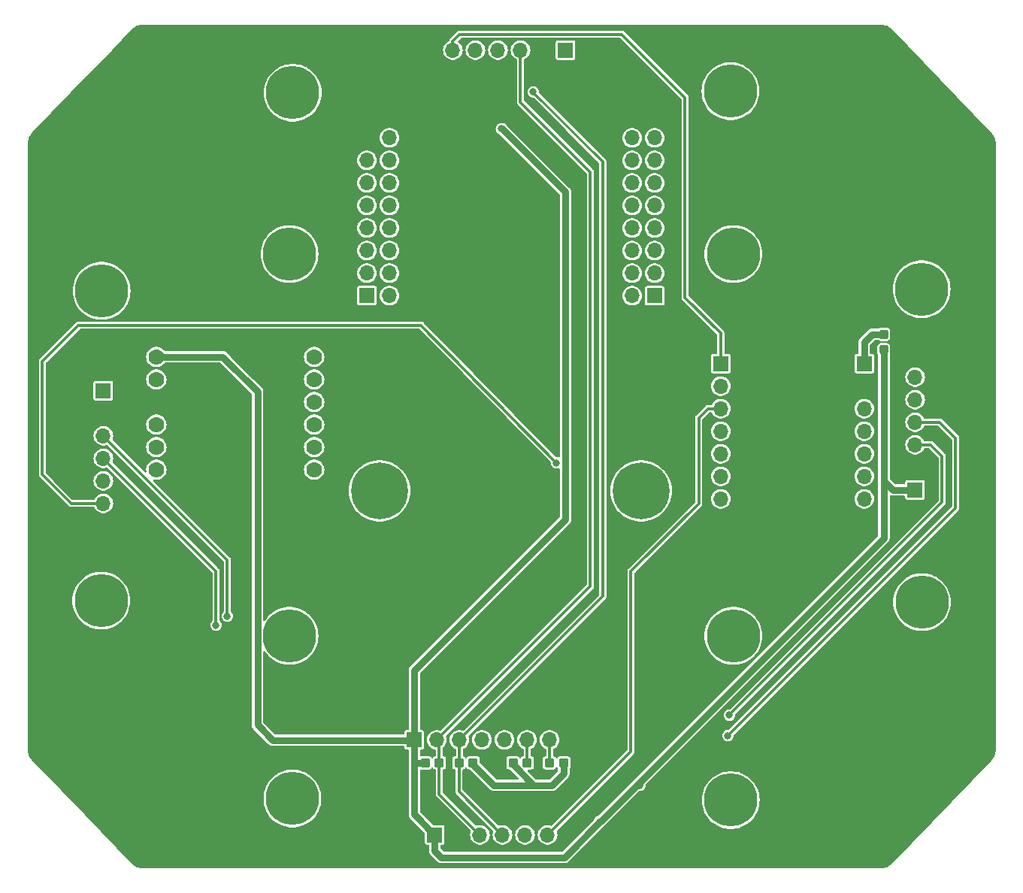
<source format=gbr>
%TF.GenerationSoftware,KiCad,Pcbnew,7.0.7*%
%TF.CreationDate,2024-02-23T14:56:57+08:00*%
%TF.ProjectId,l3,6c332e6b-6963-4616-945f-706362585858,rev?*%
%TF.SameCoordinates,Original*%
%TF.FileFunction,Copper,L1,Top*%
%TF.FilePolarity,Positive*%
%FSLAX46Y46*%
G04 Gerber Fmt 4.6, Leading zero omitted, Abs format (unit mm)*
G04 Created by KiCad (PCBNEW 7.0.7) date 2024-02-23 14:56:57*
%MOMM*%
%LPD*%
G01*
G04 APERTURE LIST*
G04 Aperture macros list*
%AMRoundRect*
0 Rectangle with rounded corners*
0 $1 Rounding radius*
0 $2 $3 $4 $5 $6 $7 $8 $9 X,Y pos of 4 corners*
0 Add a 4 corners polygon primitive as box body*
4,1,4,$2,$3,$4,$5,$6,$7,$8,$9,$2,$3,0*
0 Add four circle primitives for the rounded corners*
1,1,$1+$1,$2,$3*
1,1,$1+$1,$4,$5*
1,1,$1+$1,$6,$7*
1,1,$1+$1,$8,$9*
0 Add four rect primitives between the rounded corners*
20,1,$1+$1,$2,$3,$4,$5,0*
20,1,$1+$1,$4,$5,$6,$7,0*
20,1,$1+$1,$6,$7,$8,$9,0*
20,1,$1+$1,$8,$9,$2,$3,0*%
G04 Aperture macros list end*
%TA.AperFunction,SMDPad,CuDef*%
%ADD10RoundRect,0.100000X0.400000X0.400000X-0.400000X0.400000X-0.400000X-0.400000X0.400000X-0.400000X0*%
%TD*%
%TA.AperFunction,ComponentPad*%
%ADD11R,1.700000X1.700000*%
%TD*%
%TA.AperFunction,ComponentPad*%
%ADD12O,1.700000X1.700000*%
%TD*%
%TA.AperFunction,ComponentPad*%
%ADD13C,0.800000*%
%TD*%
%TA.AperFunction,ComponentPad*%
%ADD14C,6.000000*%
%TD*%
%TA.AperFunction,SMDPad,CuDef*%
%ADD15RoundRect,0.100000X-0.400000X-0.400000X0.400000X-0.400000X0.400000X0.400000X-0.400000X0.400000X0*%
%TD*%
%TA.AperFunction,ComponentPad*%
%ADD16C,1.778000*%
%TD*%
%TA.AperFunction,ComponentPad*%
%ADD17C,6.400000*%
%TD*%
%TA.AperFunction,SMDPad,CuDef*%
%ADD18RoundRect,0.237500X-0.237500X0.287500X-0.237500X-0.287500X0.237500X-0.287500X0.237500X0.287500X0*%
%TD*%
%TA.AperFunction,ViaPad*%
%ADD19C,0.800000*%
%TD*%
%TA.AperFunction,Conductor*%
%ADD20C,0.800000*%
%TD*%
%TA.AperFunction,Conductor*%
%ADD21C,0.300000*%
%TD*%
%TA.AperFunction,Conductor*%
%ADD22C,0.250000*%
%TD*%
G04 APERTURE END LIST*
D10*
%TO.P,R2,1*%
%TO.N,+5V*%
X-4228626Y-35837580D03*
%TO.P,R2,2*%
%TO.N,/TOF SDA*%
X-5828626Y-35837580D03*
%TD*%
D11*
%TO.P,J3,1,Pin_1*%
%TO.N,+5V*%
X45555374Y-5103580D03*
D12*
%TO.P,J3,2,Pin_2*%
%TO.N,GND*%
X45555374Y-2563580D03*
%TO.P,J3,3,Pin_3*%
%TO.N,/TOF SCL*%
X45555374Y-23580D03*
%TO.P,J3,4,Pin_4*%
%TO.N,/TOF SDA*%
X45555374Y2516420D03*
%TO.P,J3,5,Pin_5*%
%TO.N,unconnected-(J3-Pin_5-Pad5)*%
X45555374Y5056420D03*
%TO.P,J3,6,Pin_6*%
%TO.N,/XSHUT f*%
X45555374Y7596420D03*
%TD*%
D13*
%TO.P,H10,1,1*%
%TO.N,unconnected-(H10-Pad1)*%
X-48337068Y17317603D03*
X-47678058Y18908593D03*
X-47678058Y15726613D03*
X-46087068Y19567603D03*
D14*
X-46087068Y17317603D03*
D13*
X-46087068Y15067603D03*
X-44496078Y18908593D03*
X-44496078Y15726613D03*
X-43837068Y17317603D03*
%TD*%
%TO.P,H2,1,1*%
%TO.N,unconnected-(H2-Pad1)*%
X-27167738Y21457787D03*
X-26508728Y23048777D03*
X-26508728Y19866797D03*
X-24917738Y23707787D03*
D14*
X-24917738Y21457787D03*
D13*
X-24917738Y19207787D03*
X-23326748Y23048777D03*
X-23326748Y19866797D03*
X-22667738Y21457787D03*
%TD*%
%TO.P,H1,1,1*%
%TO.N,unconnected-(H1-Pad1)*%
X22504921Y39794635D03*
X23163931Y41385625D03*
X23163931Y38203645D03*
X24754921Y42044635D03*
D14*
X24754921Y39794635D03*
D13*
X24754921Y37544635D03*
X26345911Y41385625D03*
X26345911Y38203645D03*
X27004921Y39794635D03*
%TD*%
%TO.P,H9,1,1*%
%TO.N,unconnected-(H9-Pad1)*%
X-26802659Y39617136D03*
X-26143649Y41208126D03*
X-26143649Y38026146D03*
X-24552659Y41867136D03*
D14*
X-24552659Y39617136D03*
D13*
X-24552659Y37367136D03*
X-22961669Y41208126D03*
X-22961669Y38026146D03*
X-22302659Y39617136D03*
%TD*%
D15*
%TO.P,R3,1*%
%TO.N,+5V*%
X267374Y-35837580D03*
%TO.P,R3,2*%
%TO.N,/COM SCL*%
X1867374Y-35837580D03*
%TD*%
D11*
%TO.P,J2,1,Pin_1*%
%TO.N,+5V*%
X6185374Y44426420D03*
D12*
%TO.P,J2,2,Pin_2*%
%TO.N,GND*%
X3645374Y44426420D03*
%TO.P,J2,3,Pin_3*%
%TO.N,/TOF SCL*%
X1105374Y44426420D03*
%TO.P,J2,4,Pin_4*%
%TO.N,/TOF SDA*%
X-1434626Y44426420D03*
%TO.P,J2,5,Pin_5*%
%TO.N,unconnected-(J2-Pin_5-Pad5)*%
X-3974626Y44426420D03*
%TO.P,J2,6,Pin_6*%
%TO.N,/XSHUT n*%
X-6514626Y44426420D03*
%TD*%
D11*
%TO.P,J1,1,Pin_1*%
%TO.N,+5V*%
X-10849500Y-33259580D03*
D12*
%TO.P,J1,2,Pin_2*%
%TO.N,/TOF SCL*%
X-8309500Y-33259580D03*
%TO.P,J1,3,Pin_3*%
%TO.N,/TOF SDA*%
X-5769500Y-33259580D03*
%TO.P,J1,4,Pin_4*%
%TO.N,/C RX*%
X-3229500Y-33259580D03*
%TO.P,J1,5,Pin_5*%
%TO.N,/C TX*%
X-689500Y-33259580D03*
%TO.P,J1,6,Pin_6*%
%TO.N,/COM SCL*%
X1850500Y-33259580D03*
%TO.P,J1,7,Pin_7*%
%TO.N,/COM SDA*%
X4390500Y-33259580D03*
%TO.P,J1,8,Pin_8*%
%TO.N,GND*%
X6930500Y-33259580D03*
%TD*%
D13*
%TO.P,H3,1,1*%
%TO.N,unconnected-(H3-Pad1)*%
X22832262Y21457787D03*
X23491272Y23048777D03*
X23491272Y19866797D03*
X25082262Y23707787D03*
D14*
X25082262Y21457787D03*
D13*
X25082262Y19207787D03*
X26673252Y23048777D03*
X26673252Y19866797D03*
X27332262Y21457787D03*
%TD*%
%TO.P,H12,1,1*%
%TO.N,unconnected-(H12-Pad1)*%
X22542659Y-40056559D03*
X23201669Y-38465569D03*
X23201669Y-41647549D03*
X24792659Y-37806559D03*
D14*
X24792659Y-40056559D03*
D13*
X24792659Y-42306559D03*
X26383649Y-38465569D03*
X26383649Y-41647549D03*
X27042659Y-40056559D03*
%TD*%
D11*
%TO.P,J4,1,Pin_1*%
%TO.N,+5V*%
X-8546626Y-43965580D03*
D12*
%TO.P,J4,2,Pin_2*%
%TO.N,GND*%
X-6006626Y-43965580D03*
%TO.P,J4,3,Pin_3*%
%TO.N,/TOF SCL*%
X-3466626Y-43965580D03*
%TO.P,J4,4,Pin_4*%
%TO.N,/TOF SDA*%
X-926626Y-43965580D03*
%TO.P,J4,5,Pin_5*%
%TO.N,unconnected-(J4-Pin_5-Pad5)*%
X1613374Y-43965580D03*
%TO.P,J4,6,Pin_6*%
%TO.N,/XSHUT s*%
X4153374Y-43965580D03*
%TD*%
D13*
%TO.P,H8,1,1*%
%TO.N,unconnected-(H8-Pad1)*%
X-26840397Y-39879060D03*
X-26181387Y-38288070D03*
X-26181387Y-41470050D03*
X-24590397Y-37629060D03*
D14*
X-24590397Y-39879060D03*
D13*
X-24590397Y-42129060D03*
X-22999407Y-38288070D03*
X-22999407Y-41470050D03*
X-22340397Y-39879060D03*
%TD*%
D16*
%TO.P,U2,JP1_1,VIN*%
%TO.N,+5V*%
X-39915626Y9882420D03*
%TO.P,U2,JP1_2,3VO*%
%TO.N,unconnected-(U2-3VO-PadJP1_2)*%
X-39915626Y7342420D03*
%TO.P,U2,JP1_3,GND*%
%TO.N,GND*%
X-39915626Y4802420D03*
%TO.P,U2,JP1_4,SCL*%
%TO.N,/COM SCL*%
X-39915626Y2262420D03*
%TO.P,U2,JP1_5,SDA*%
%TO.N,/COM SDA*%
X-39915626Y-277580D03*
%TO.P,U2,JP1_6,~{INT}*%
%TO.N,unconnected-(U2-~{INT}-PadJP1_6)*%
X-39915626Y-2817580D03*
%TO.P,U2,JP2_1,BT*%
%TO.N,unconnected-(U2-BT-PadJP2_1)*%
X-22135626Y9882420D03*
%TO.P,U2,JP2_2,P0*%
%TO.N,unconnected-(U2-P0-PadJP2_2)*%
X-22135626Y7342420D03*
%TO.P,U2,JP2_3,P1*%
%TO.N,unconnected-(U2-P1-PadJP2_3)*%
X-22135626Y4802420D03*
%TO.P,U2,JP2_4,~{RST}*%
%TO.N,unconnected-(U2-~{RST}-PadJP2_4)*%
X-22135626Y2262420D03*
%TO.P,U2,JP2_5,DI*%
%TO.N,unconnected-(U2-DI-PadJP2_5)*%
X-22135626Y-277580D03*
%TO.P,U2,JP2_6,CS*%
%TO.N,unconnected-(U2-CS-PadJP2_6)*%
X-22135626Y-2817580D03*
%TD*%
D10*
%TO.P,R4,1*%
%TO.N,+5V*%
X5969374Y-35837580D03*
%TO.P,R4,2*%
%TO.N,/COM SDA*%
X4369374Y-35837580D03*
%TD*%
D15*
%TO.P,R1,1*%
%TO.N,+5V*%
X-9638626Y-35837580D03*
%TO.P,R1,2*%
%TO.N,/TOF SCL*%
X-8038626Y-35837580D03*
%TD*%
D11*
%TO.P,U3,1,PA02_A0_D0*%
%TO.N,/XSHUT n*%
X23660000Y9120420D03*
D12*
%TO.P,U3,2,PA4_A1_D1*%
%TO.N,/XSHUT w*%
X23660000Y6580420D03*
%TO.P,U3,3,PA10_A2_D2*%
%TO.N,/XSHUT s*%
X23660000Y4040420D03*
%TO.P,U3,4,PA11_A3_D3*%
%TO.N,/XSHUT f*%
X23660000Y1500420D03*
%TO.P,U3,5,PA8_A4_D4_SDA*%
%TO.N,unconnected-(U3-PA8_A4_D4_SDA-Pad5)*%
X23660000Y-1039580D03*
%TO.P,U3,6,PA9_A5_D5_SCL*%
%TO.N,unconnected-(U3-PA9_A5_D5_SCL-Pad6)*%
X23660000Y-3579580D03*
%TO.P,U3,7,PB08_A6_D6_TX*%
%TO.N,unconnected-(U3-PB08_A6_D6_TX-Pad7)*%
X23660000Y-6119580D03*
%TO.P,U3,8,PB09_A7_D7_RX*%
%TO.N,unconnected-(U3-PB09_A7_D7_RX-Pad8)*%
X39825000Y-6119580D03*
%TO.P,U3,9,PA7_A8_D8_SCK*%
%TO.N,unconnected-(U3-PA7_A8_D8_SCK-Pad9)*%
X39825000Y-3579580D03*
%TO.P,U3,10,PA5_A9_D9_MISO*%
%TO.N,unconnected-(U3-PA5_A9_D9_MISO-Pad10)*%
X39825000Y-1039580D03*
%TO.P,U3,11,PA6_A10_D10_MOSI*%
%TO.N,unconnected-(U3-PA6_A10_D10_MOSI-Pad11)*%
X39825000Y1500420D03*
%TO.P,U3,12,3V3*%
%TO.N,unconnected-(U3-3V3-Pad12)*%
X39825000Y4040420D03*
%TO.P,U3,13,GND*%
%TO.N,GND*%
X39825000Y6580420D03*
D11*
%TO.P,U3,14,5V*%
%TO.N,Net-(D1-K)*%
X39825000Y9120420D03*
%TD*%
D13*
%TO.P,H7,1,1*%
%TO.N,unconnected-(H7-Pad1)*%
X22832262Y-21542213D03*
X23491272Y-19951223D03*
X23491272Y-23133203D03*
X25082262Y-19292213D03*
D14*
X25082262Y-21542213D03*
D13*
X25082262Y-23792213D03*
X26673252Y-19951223D03*
X26673252Y-23133203D03*
X27332262Y-21542213D03*
%TD*%
D11*
%TO.P,J6,1,Pin_1*%
%TO.N,+5V*%
X-45884626Y6072420D03*
D12*
%TO.P,J6,2,Pin_2*%
%TO.N,GND*%
X-45884626Y3532420D03*
%TO.P,J6,3,Pin_3*%
%TO.N,/TOF SCL*%
X-45884626Y992420D03*
%TO.P,J6,4,Pin_4*%
%TO.N,/TOF SDA*%
X-45884626Y-1547580D03*
%TO.P,J6,5,Pin_5*%
%TO.N,unconnected-(J6-Pin_5-Pad5)*%
X-45884626Y-4087580D03*
%TO.P,J6,6,Pin_6*%
%TO.N,/XSHUT w*%
X-45884626Y-6627580D03*
%TD*%
D13*
%TO.P,H4,1,1*%
%TO.N,unconnected-(H4-Pad1)*%
X44039331Y17495101D03*
X44698341Y19086091D03*
X44698341Y15904111D03*
X46289331Y19745101D03*
D14*
X46289331Y17495101D03*
D13*
X46289331Y15245101D03*
X47880321Y19086091D03*
X47880321Y15904111D03*
X48539331Y17495101D03*
%TD*%
%TO.P,H5,1,1*%
%TO.N,unconnected-(H5-Pad1)*%
X-48374807Y-17579526D03*
X-47715797Y-15988536D03*
X-47715797Y-19170516D03*
X-46124807Y-15329526D03*
D14*
X-46124807Y-17579526D03*
D13*
X-46124807Y-19829526D03*
X-44533817Y-15988536D03*
X-44533817Y-19170516D03*
X-43874807Y-17579526D03*
%TD*%
D11*
%TO.P,J5,0*%
%TO.N,N/C*%
X16210944Y16756000D03*
D12*
%TO.P,J5,1,Pin_1*%
%TO.N,unconnected-(J5-Pin_1-Pad1)*%
X13670944Y16756000D03*
%TO.P,J5,2,Pin_2*%
%TO.N,unconnected-(J5-Pin_2-Pad2)*%
X16210944Y19296000D03*
%TO.P,J5,3,Pin_3*%
%TO.N,unconnected-(J5-Pin_3-Pad3)*%
X13670944Y19296000D03*
%TO.P,J5,4,Pin_4*%
%TO.N,/C RX*%
X16210944Y21836000D03*
%TO.P,J5,5,Pin_5*%
%TO.N,unconnected-(J5-Pin_5-Pad5)*%
X13670944Y21836000D03*
%TO.P,J5,6,Pin_6*%
%TO.N,/C TX*%
X16210944Y24376000D03*
%TO.P,J5,7,Pin_7*%
%TO.N,unconnected-(J5-Pin_7-Pad7)*%
X13670944Y24376000D03*
%TO.P,J5,8,Pin_8*%
%TO.N,unconnected-(J5-Pin_8-Pad8)*%
X16210944Y26916000D03*
%TO.P,J5,9,Pin_9*%
%TO.N,unconnected-(J5-Pin_9-Pad9)*%
X13670944Y26916000D03*
%TO.P,J5,10,Pin_10*%
%TO.N,unconnected-(J5-Pin_10-Pad10)*%
X16210944Y29456000D03*
%TO.P,J5,11,Pin_11*%
%TO.N,unconnected-(J5-Pin_11-Pad11)*%
X13670944Y29456000D03*
%TO.P,J5,12,Pin_12*%
%TO.N,unconnected-(J5-Pin_12-Pad12)*%
X16210944Y31996000D03*
%TO.P,J5,13,Pin_13*%
%TO.N,unconnected-(J5-Pin_13-Pad13)*%
X13670944Y31996000D03*
%TO.P,J5,14,Pin_14*%
%TO.N,unconnected-(J5-Pin_14-Pad14)*%
X16210944Y34536000D03*
%TO.P,J5,15,Pin_15*%
%TO.N,unconnected-(J5-Pin_15-Pad15)*%
X13670944Y34536000D03*
%TO.P,J5,16,Pin_16*%
%TO.N,unconnected-(J5-Pin_16-Pad16)*%
X-13649056Y16776000D03*
D11*
%TO.P,J5,17,Pin_17*%
%TO.N,unconnected-(J5-Pin_17-Pad17)*%
X-16189056Y16776000D03*
D12*
%TO.P,J5,18,Pin_18*%
%TO.N,unconnected-(J5-Pin_18-Pad18)*%
X-13649056Y19316000D03*
%TO.P,J5,19,Pin_19*%
%TO.N,unconnected-(J5-Pin_19-Pad19)*%
X-16189056Y19316000D03*
%TO.P,J5,20,Pin_20*%
%TO.N,unconnected-(J5-Pin_20-Pad20)*%
X-13649056Y21856000D03*
%TO.P,J5,21,Pin_21*%
%TO.N,unconnected-(J5-Pin_21-Pad21)*%
X-16189056Y21856000D03*
%TO.P,J5,22,Pin_22*%
%TO.N,unconnected-(J5-Pin_22-Pad22)*%
X-13649056Y24396000D03*
%TO.P,J5,23,Pin_23*%
%TO.N,unconnected-(J5-Pin_23-Pad23)*%
X-16189056Y24396000D03*
%TO.P,J5,24,Pin_24*%
%TO.N,unconnected-(J5-Pin_24-Pad24)*%
X-13649056Y26936000D03*
%TO.P,J5,25,Pin_25*%
%TO.N,unconnected-(J5-Pin_25-Pad25)*%
X-16189056Y26936000D03*
%TO.P,J5,26,Pin_26*%
%TO.N,unconnected-(J5-Pin_26-Pad26)*%
X-13649056Y29476000D03*
%TO.P,J5,27,Pin_27*%
%TO.N,unconnected-(J5-Pin_27-Pad27)*%
X-16189056Y29476000D03*
%TO.P,J5,28,Pin_28*%
%TO.N,unconnected-(J5-Pin_28-Pad28)*%
X-13649056Y32016000D03*
%TO.P,J5,29,Pin_29*%
%TO.N,unconnected-(J5-Pin_29-Pad29)*%
X-16189056Y32016000D03*
%TO.P,J5,30,Pin_30*%
%TO.N,+5V*%
X-13649056Y34556000D03*
%TO.P,J5,31,Pin_31*%
%TO.N,GND*%
X-16189056Y34556000D03*
D13*
%TO.P,J5,X*%
%TO.N,N/C*%
X17092944Y-5207000D03*
X16390000Y-6904056D03*
X16390000Y-3509944D03*
X14692944Y-7607000D03*
D17*
X14692944Y-5207000D03*
D13*
X14692944Y-2807000D03*
X12995888Y-6904056D03*
X12995888Y-3509944D03*
X12292944Y-5207000D03*
X-12371056Y-5207000D03*
X-13074000Y-6904056D03*
X-13074000Y-3509944D03*
X-14771056Y-7607000D03*
D17*
X-14771056Y-5207000D03*
D13*
X-14771056Y-2807000D03*
X-16468112Y-6904056D03*
X-16468112Y-3509944D03*
X-17171056Y-5207000D03*
%TD*%
%TO.P,H6,1,1*%
%TO.N,unconnected-(H6-Pad1)*%
X-27167738Y-21542213D03*
X-26508728Y-19951223D03*
X-26508728Y-23133203D03*
X-24917738Y-19292213D03*
D14*
X-24917738Y-21542213D03*
D13*
X-24917738Y-23792213D03*
X-23326748Y-19951223D03*
X-23326748Y-23133203D03*
X-22667738Y-21542213D03*
%TD*%
%TO.P,H11,1,1*%
%TO.N,unconnected-(H11-Pad1)*%
X44077070Y-17757024D03*
X44736080Y-16166034D03*
X44736080Y-19348014D03*
X46327070Y-15507024D03*
D14*
X46327070Y-17757024D03*
D13*
X46327070Y-20007024D03*
X47918060Y-16166034D03*
X47918060Y-19348014D03*
X48577070Y-17757024D03*
%TD*%
D18*
%TO.P,D1,1,K*%
%TO.N,Net-(D1-K)*%
X42030000Y12415000D03*
%TO.P,D1,2,A*%
%TO.N,+5V*%
X42030000Y10665000D03*
%TD*%
D19*
%TO.N,/XSHUT w*%
X5169374Y-2055580D03*
%TO.N,/TOF SDA*%
X24473374Y-32789580D03*
X-33184626Y-20343580D03*
X2537374Y39722420D03*
%TO.N,/TOF SCL*%
X-31914626Y-19327580D03*
X24638000Y-30480000D03*
%TO.N,+5V*%
X4661374Y-38377580D03*
X-1035938Y35566791D03*
X14567374Y-38377580D03*
%TD*%
D20*
%TO.N,Net-(D1-K)*%
X39825000Y11518046D02*
X39825000Y9120420D01*
X42030000Y12415000D02*
X40721954Y12415000D01*
X40721954Y12415000D02*
X39825000Y11518046D01*
D21*
%TO.N,/XSHUT w*%
X-49506420Y-6627580D02*
X-45884626Y-6627580D01*
X-10070626Y13438420D02*
X-48678626Y13438420D01*
X5169374Y-2055580D02*
X5169374Y-1801580D01*
X-52742626Y-3391374D02*
X-49506420Y-6627580D01*
X-48678626Y13438420D02*
X-52742626Y9374420D01*
X-52742626Y9374420D02*
X-52742626Y-3391374D01*
X5169374Y-2055580D02*
X-10070626Y13438420D01*
%TO.N,/XSHUT s*%
X4153374Y-43965580D02*
X13551374Y-34567580D01*
X13551374Y-14281752D02*
X13949460Y-13883666D01*
X13551374Y-34567580D02*
X13551374Y-14281752D01*
X23660000Y4040420D02*
X22196146Y4040420D01*
X21180146Y3024420D02*
X21180146Y-6652980D01*
X22196146Y4040420D02*
X21180146Y3024420D01*
X21180146Y-6652980D02*
X13949460Y-13883666D01*
%TO.N,/XSHUT n*%
X12535374Y46204420D02*
X-5752626Y46204420D01*
X19647374Y16552626D02*
X19647374Y39092420D01*
X-5752626Y46204420D02*
X-6514626Y45442420D01*
X23660000Y12540000D02*
X19647374Y16552626D01*
X-6514626Y45442420D02*
X-6514626Y44426420D01*
X19647374Y39092420D02*
X12535374Y46204420D01*
X23660000Y9120420D02*
X23660000Y12540000D01*
%TO.N,/TOF SDA*%
X-5769500Y-33259580D02*
X10376374Y-17113706D01*
X-5752626Y-35545580D02*
X-5752626Y-33276454D01*
D22*
X2537374Y39722420D02*
X2507374Y39722420D01*
D21*
X-5752626Y-33276454D02*
X-5769500Y-33259580D01*
D22*
X2537374Y39692420D02*
X2537374Y39722420D01*
D21*
X-5828626Y-39063580D02*
X-5828626Y-35837580D01*
D22*
X10122374Y32107420D02*
X2537374Y39692420D01*
D21*
X10376374Y31853420D02*
X10122374Y32107420D01*
X50127374Y-7135580D02*
X50127374Y738420D01*
X-33184626Y-20343580D02*
X-33184626Y-14247580D01*
X-33184626Y-14247580D02*
X-45884626Y-1547580D01*
X50127374Y738420D02*
X48349374Y2516420D01*
X48349374Y2516420D02*
X45555374Y2516420D01*
X-926626Y-43965580D02*
X-5828626Y-39063580D01*
X10376374Y-17113706D02*
X10376374Y31853420D01*
X24473374Y-32789580D02*
X50127374Y-7135580D01*
%TO.N,/TOF SCL*%
X-8038626Y-39393580D02*
X-8038626Y-35837580D01*
X47333374Y-23580D02*
X45555374Y-23580D01*
X-8038626Y-35583579D02*
X-8038626Y-33530454D01*
X-31914626Y-12977580D02*
X-31914626Y-19327580D01*
X-8309500Y-33259580D02*
X8979374Y-15970706D01*
X8979374Y-15970706D02*
X8979374Y30710420D01*
X-3466626Y-43965580D02*
X-8038626Y-39393580D01*
X48603374Y-1293580D02*
X47333374Y-23580D01*
X-45884626Y992420D02*
X-31914626Y-12977580D01*
X-8038626Y-33530454D02*
X-8309500Y-33259580D01*
X1105374Y38584420D02*
X1105374Y44426420D01*
X24638000Y-30480000D02*
X48603374Y-6514626D01*
X48603374Y-6514626D02*
X48603374Y-1293580D01*
X8979374Y30710420D02*
X1105374Y38584420D01*
%TO.N,/COM SDA*%
X4407374Y-35545580D02*
X4407374Y-33276454D01*
X3982400Y-32851480D02*
X4390500Y-33259580D01*
X4407374Y-33276454D02*
X4390500Y-33259580D01*
%TO.N,/COM SCL*%
X1867374Y-33276454D02*
X1850500Y-33259580D01*
X1772400Y-33181480D02*
X1850500Y-33259580D01*
X1867374Y-35545580D02*
X1867374Y-33276454D01*
D20*
%TO.N,+5V*%
X6169374Y-8421580D02*
X6169374Y28440420D01*
X-10849500Y-41662706D02*
X-10849500Y-35837580D01*
X5969374Y-37069580D02*
X5969374Y-35837580D01*
X9995374Y-42441580D02*
X10118420Y-42441580D01*
X-10849500Y-35837580D02*
X-10849500Y-33259580D01*
X-28517738Y-31580553D02*
X-26790000Y-33308291D01*
X6054420Y-46505580D02*
X9995374Y-42564626D01*
X-10787999Y-33308291D02*
X-10593480Y-33502810D01*
X-8546626Y-43965580D02*
X-10849500Y-41662706D01*
X-10849500Y-25440454D02*
X6169374Y-8421580D01*
X10118420Y-42441580D02*
X42030000Y-10530000D01*
X42030000Y10665000D02*
X42030000Y-4087580D01*
X-7784626Y-46505580D02*
X6054420Y-46505580D01*
X6169374Y28440420D02*
X-956997Y35566791D01*
X2617425Y-38377580D02*
X267374Y-36027529D01*
X-39915626Y9882420D02*
X-32422626Y9882420D01*
X-956997Y35566791D02*
X-1035938Y35566791D01*
X4661374Y-38377580D02*
X5969374Y-37069580D01*
X9995374Y-42564626D02*
X9995374Y-42441580D01*
X-10533599Y-32943679D02*
X-10849500Y-33259580D01*
X42030000Y-10530000D02*
X42030000Y-4087580D01*
X43046000Y-5103580D02*
X45555374Y-5103580D01*
X267374Y-36027529D02*
X267374Y-35837580D01*
X2617425Y-38377580D02*
X-1878575Y-38377580D01*
X-10849500Y-35837580D02*
X-9638626Y-35837580D01*
X-8546626Y-43965580D02*
X-8546626Y-45743580D01*
X-32422626Y9882420D02*
X-28517738Y5977532D01*
X42030000Y-4087580D02*
X43046000Y-5103580D01*
X-4228626Y-36027529D02*
X-4228626Y-35837580D01*
X-26790000Y-33308291D02*
X-10787999Y-33308291D01*
X-8546626Y-45743580D02*
X-7784626Y-46505580D01*
X-1878575Y-38377580D02*
X-4228626Y-36027529D01*
X4661374Y-38377580D02*
X2617425Y-38377580D01*
X-10849500Y-33259580D02*
X-10849500Y-25440454D01*
X-28517738Y5977532D02*
X-28517738Y-31580553D01*
%TD*%
%TA.AperFunction,Conductor*%
%TO.N,GND*%
G36*
X41780319Y47279679D02*
G01*
X41975413Y47266608D01*
X41981980Y47265724D01*
X42171954Y47227074D01*
X42178337Y47225324D01*
X42361459Y47161676D01*
X42367549Y47159090D01*
X42540544Y47071580D01*
X42546226Y47068212D01*
X42691769Y46968186D01*
X42706003Y46958403D01*
X42711200Y46954295D01*
X42855863Y46823281D01*
X42858214Y46821003D01*
X53995871Y35287625D01*
X54151008Y35126976D01*
X54197538Y35078792D01*
X54199664Y35076444D01*
X54238320Y35030916D01*
X54320721Y34933864D01*
X54324500Y34928787D01*
X54425493Y34773267D01*
X54425495Y34773265D01*
X54428599Y34767740D01*
X54508921Y34600590D01*
X54511296Y34594714D01*
X54569622Y34418690D01*
X54571225Y34412564D01*
X54586707Y34332918D01*
X54606609Y34230525D01*
X54607418Y34224239D01*
X54619399Y34037251D01*
X54619500Y34034085D01*
X54619500Y33915900D01*
X54619501Y33915875D01*
X54619500Y-34354711D01*
X54619498Y-34354788D01*
X54619500Y-34473871D01*
X54619399Y-34477038D01*
X54607442Y-34663667D01*
X54606633Y-34669953D01*
X54571254Y-34851976D01*
X54569649Y-34858107D01*
X54511322Y-35034129D01*
X54508949Y-35040001D01*
X54456867Y-35148381D01*
X54428633Y-35207134D01*
X54425528Y-35212658D01*
X54413554Y-35231097D01*
X54324531Y-35368176D01*
X54320746Y-35373260D01*
X54199626Y-35515904D01*
X54197500Y-35518252D01*
X54156470Y-35560737D01*
X54116642Y-35601979D01*
X54116639Y-35601982D01*
X54115621Y-35603037D01*
X54115602Y-35603058D01*
X42940362Y-47175356D01*
X42940355Y-47175363D01*
X42866701Y-47251634D01*
X42858451Y-47260178D01*
X42856070Y-47262483D01*
X42711168Y-47393722D01*
X42705970Y-47397832D01*
X42546219Y-47507627D01*
X42540519Y-47511007D01*
X42367553Y-47598503D01*
X42361454Y-47601092D01*
X42178352Y-47664733D01*
X42171961Y-47666485D01*
X41982013Y-47705127D01*
X41975445Y-47706011D01*
X41780034Y-47719098D01*
X41776725Y-47719209D01*
X41663404Y-47719207D01*
X41660631Y-47719207D01*
X41660630Y-47719207D01*
X41659266Y-47719207D01*
X41659163Y-47719210D01*
X-41536997Y-47719210D01*
X-41540301Y-47719099D01*
X-41735393Y-47706024D01*
X-41741958Y-47705141D01*
X-41742027Y-47705127D01*
X-41931932Y-47666489D01*
X-41938317Y-47664739D01*
X-42121440Y-47601087D01*
X-42127529Y-47598503D01*
X-42300531Y-47510988D01*
X-42306228Y-47507610D01*
X-42386112Y-47452709D01*
X-42465997Y-47397806D01*
X-42471191Y-47393700D01*
X-42472058Y-47392914D01*
X-42616051Y-47262507D01*
X-42618404Y-47260229D01*
X-49746317Y-39879059D01*
X-27845671Y-39879059D01*
X-27826589Y-40231017D01*
X-27769565Y-40578853D01*
X-27675273Y-40918460D01*
X-27675271Y-40918465D01*
X-27675270Y-40918469D01*
X-27675268Y-40918474D01*
X-27544804Y-41245914D01*
X-27379702Y-41557329D01*
X-27181898Y-41849068D01*
X-27181894Y-41849073D01*
X-27181893Y-41849074D01*
X-26953716Y-42117705D01*
X-26953706Y-42117715D01*
X-26697821Y-42360103D01*
X-26697817Y-42360106D01*
X-26417215Y-42573414D01*
X-26115195Y-42755134D01*
X-25795298Y-42903134D01*
X-25461275Y-43015679D01*
X-25461270Y-43015680D01*
X-25461267Y-43015681D01*
X-25117047Y-43091450D01*
X-25117046Y-43091450D01*
X-25117042Y-43091451D01*
X-24850169Y-43120475D01*
X-24766635Y-43129560D01*
X-24766634Y-43129560D01*
X-24414159Y-43129560D01*
X-24346706Y-43122223D01*
X-24063752Y-43091451D01*
X-24061280Y-43090907D01*
X-23949008Y-43066193D01*
X-23719528Y-43015681D01*
X-23719527Y-43015681D01*
X-23719525Y-43015680D01*
X-23719519Y-43015679D01*
X-23385496Y-42903134D01*
X-23065599Y-42755134D01*
X-22763579Y-42573414D01*
X-22482977Y-42360106D01*
X-22227083Y-42117710D01*
X-21998896Y-41849068D01*
X-21801092Y-41557329D01*
X-21635990Y-41245914D01*
X-21505526Y-40918474D01*
X-21460513Y-40756352D01*
X-21411230Y-40578853D01*
X-21354206Y-40231017D01*
X-21344747Y-40056559D01*
X-21335123Y-39879060D01*
X-21354206Y-39527103D01*
X-21361936Y-39479954D01*
X-21411230Y-39179266D01*
X-21505522Y-38839659D01*
X-21505524Y-38839654D01*
X-21505526Y-38839646D01*
X-21635990Y-38512206D01*
X-21801092Y-38200791D01*
X-21998896Y-37909052D01*
X-22076319Y-37817903D01*
X-22227079Y-37640414D01*
X-22227089Y-37640404D01*
X-22482974Y-37398016D01*
X-22763575Y-37184709D01*
X-22763576Y-37184708D01*
X-22763579Y-37184706D01*
X-23065599Y-37002986D01*
X-23245100Y-36919940D01*
X-23385491Y-36854988D01*
X-23385494Y-36854987D01*
X-23385496Y-36854986D01*
X-23719519Y-36742441D01*
X-23719520Y-36742440D01*
X-23719528Y-36742438D01*
X-24063748Y-36666669D01*
X-24063747Y-36666669D01*
X-24414159Y-36628560D01*
X-24414160Y-36628560D01*
X-24766634Y-36628560D01*
X-24766635Y-36628560D01*
X-25117048Y-36666669D01*
X-25461266Y-36742438D01*
X-25461268Y-36742438D01*
X-25795304Y-36854988D01*
X-26115187Y-37002982D01*
X-26115193Y-37002985D01*
X-26115195Y-37002986D01*
X-26362462Y-37151762D01*
X-26417215Y-37184706D01*
X-26417220Y-37184709D01*
X-26697821Y-37398016D01*
X-26953706Y-37640404D01*
X-26953716Y-37640414D01*
X-27181893Y-37909045D01*
X-27181898Y-37909051D01*
X-27181898Y-37909052D01*
X-27379702Y-38200791D01*
X-27544804Y-38512206D01*
X-27664296Y-38812110D01*
X-27675271Y-38839654D01*
X-27675273Y-38839659D01*
X-27769565Y-39179266D01*
X-27826589Y-39527102D01*
X-27845671Y-39879059D01*
X-49746317Y-39879059D01*
X-50657168Y-38935845D01*
X-53957510Y-35518240D01*
X-53959638Y-35515891D01*
X-54080704Y-35373296D01*
X-54084488Y-35368213D01*
X-54089576Y-35360379D01*
X-54185497Y-35212669D01*
X-54188597Y-35207151D01*
X-54268931Y-35039983D01*
X-54271305Y-35034107D01*
X-54329643Y-34858057D01*
X-54331246Y-34851936D01*
X-54366641Y-34669878D01*
X-54367448Y-34663601D01*
X-54375535Y-34537487D01*
X-54379400Y-34477213D01*
X-54379500Y-34474061D01*
X-54379500Y-17579525D01*
X-49380081Y-17579525D01*
X-49360999Y-17931483D01*
X-49303975Y-18279319D01*
X-49209683Y-18618926D01*
X-49209681Y-18618931D01*
X-49209680Y-18618935D01*
X-49209678Y-18618940D01*
X-49079214Y-18946380D01*
X-48914112Y-19257795D01*
X-48716308Y-19549534D01*
X-48716304Y-19549539D01*
X-48716303Y-19549540D01*
X-48488126Y-19818171D01*
X-48488116Y-19818181D01*
X-48232231Y-20060569D01*
X-48232227Y-20060572D01*
X-47951625Y-20273880D01*
X-47649605Y-20455600D01*
X-47329708Y-20603600D01*
X-46995685Y-20716145D01*
X-46995680Y-20716146D01*
X-46995677Y-20716147D01*
X-46651457Y-20791916D01*
X-46651456Y-20791916D01*
X-46651452Y-20791917D01*
X-46384579Y-20820941D01*
X-46301045Y-20830026D01*
X-46301044Y-20830026D01*
X-45948569Y-20830026D01*
X-45881116Y-20822689D01*
X-45598162Y-20791917D01*
X-45548997Y-20781095D01*
X-45483418Y-20766659D01*
X-45253938Y-20716147D01*
X-45253937Y-20716147D01*
X-45253935Y-20716146D01*
X-45253929Y-20716145D01*
X-44919906Y-20603600D01*
X-44600009Y-20455600D01*
X-44297989Y-20273880D01*
X-44017387Y-20060572D01*
X-43761493Y-19818176D01*
X-43533306Y-19549534D01*
X-43335502Y-19257795D01*
X-43170400Y-18946380D01*
X-43039936Y-18618940D01*
X-43011949Y-18518141D01*
X-42945640Y-18279319D01*
X-42888616Y-17931483D01*
X-42879157Y-17757023D01*
X-42869533Y-17579526D01*
X-42888616Y-17227569D01*
X-42896884Y-17177138D01*
X-42945640Y-16879732D01*
X-43039932Y-16540125D01*
X-43039934Y-16540120D01*
X-43039936Y-16540112D01*
X-43170400Y-16212672D01*
X-43335502Y-15901257D01*
X-43533306Y-15609518D01*
X-43610721Y-15518378D01*
X-43761489Y-15340880D01*
X-43761499Y-15340870D01*
X-44017384Y-15098482D01*
X-44297985Y-14885175D01*
X-44297986Y-14885174D01*
X-44297989Y-14885172D01*
X-44600009Y-14703452D01*
X-44779519Y-14620402D01*
X-44919901Y-14555454D01*
X-44919904Y-14555453D01*
X-44919906Y-14555452D01*
X-45253929Y-14442907D01*
X-45253930Y-14442906D01*
X-45253938Y-14442904D01*
X-45598158Y-14367135D01*
X-45598157Y-14367135D01*
X-45948569Y-14329026D01*
X-45948570Y-14329026D01*
X-46301044Y-14329026D01*
X-46301045Y-14329026D01*
X-46651458Y-14367135D01*
X-46995676Y-14442904D01*
X-46995678Y-14442904D01*
X-47329714Y-14555454D01*
X-47649597Y-14703448D01*
X-47649603Y-14703451D01*
X-47951625Y-14885172D01*
X-47951630Y-14885175D01*
X-48232231Y-15098482D01*
X-48488116Y-15340870D01*
X-48488126Y-15340880D01*
X-48716303Y-15609511D01*
X-48716308Y-15609517D01*
X-48716308Y-15609518D01*
X-48914112Y-15901257D01*
X-49048527Y-16154790D01*
X-49079214Y-16212672D01*
X-49209681Y-16540120D01*
X-49209683Y-16540125D01*
X-49303975Y-16879732D01*
X-49360999Y-17227568D01*
X-49380081Y-17579525D01*
X-54379500Y-17579525D01*
X-54379500Y-3454811D01*
X-53143126Y-3454811D01*
X-53135673Y-3477748D01*
X-53132047Y-3492848D01*
X-53128272Y-3516680D01*
X-53117325Y-3538162D01*
X-53111379Y-3552516D01*
X-53103923Y-3575462D01*
X-53103924Y-3575462D01*
X-53089742Y-3594982D01*
X-53081629Y-3608221D01*
X-53070676Y-3629716D01*
X-53070675Y-3629717D01*
X-53050595Y-3649798D01*
X-49834471Y-6865922D01*
X-49744763Y-6955629D01*
X-49744762Y-6955630D01*
X-49723271Y-6966580D01*
X-49710025Y-6974697D01*
X-49690510Y-6988876D01*
X-49690508Y-6988876D01*
X-49690507Y-6988877D01*
X-49667568Y-6996330D01*
X-49653225Y-7002270D01*
X-49631724Y-7013226D01*
X-49607896Y-7016999D01*
X-49592787Y-7020627D01*
X-49584226Y-7023408D01*
X-49569853Y-7028079D01*
X-49539983Y-7028079D01*
X-49539959Y-7028080D01*
X-49537939Y-7028080D01*
X-46975884Y-7028080D01*
X-46917693Y-7046987D01*
X-46887264Y-7082951D01*
X-46824299Y-7209401D01*
X-46701390Y-7372159D01*
X-46550667Y-7509561D01*
X-46377263Y-7616928D01*
X-46187082Y-7690604D01*
X-45986602Y-7728080D01*
X-45782650Y-7728080D01*
X-45582170Y-7690604D01*
X-45391989Y-7616928D01*
X-45218585Y-7509561D01*
X-45067862Y-7372159D01*
X-44944953Y-7209401D01*
X-44854044Y-7026830D01*
X-44798229Y-6830663D01*
X-44779411Y-6627580D01*
X-44798229Y-6424497D01*
X-44854044Y-6228330D01*
X-44944953Y-6045759D01*
X-45067862Y-5883001D01*
X-45218585Y-5745599D01*
X-45391989Y-5638232D01*
X-45582170Y-5564556D01*
X-45582171Y-5564555D01*
X-45582173Y-5564555D01*
X-45782650Y-5527080D01*
X-45986602Y-5527080D01*
X-46187080Y-5564555D01*
X-46228530Y-5580613D01*
X-46377263Y-5638232D01*
X-46515793Y-5724006D01*
X-46550667Y-5745599D01*
X-46701389Y-5883000D01*
X-46824298Y-6045757D01*
X-46824303Y-6045766D01*
X-46887263Y-6172208D01*
X-46930126Y-6215871D01*
X-46975884Y-6227080D01*
X-49299520Y-6227080D01*
X-49357711Y-6208173D01*
X-49369524Y-6198084D01*
X-51480027Y-4087580D01*
X-46989841Y-4087580D01*
X-46971023Y-4290663D01*
X-46915208Y-4486830D01*
X-46824299Y-4669401D01*
X-46701390Y-4832159D01*
X-46550667Y-4969561D01*
X-46377263Y-5076928D01*
X-46187082Y-5150604D01*
X-45986602Y-5188080D01*
X-45782650Y-5188080D01*
X-45582170Y-5150604D01*
X-45391989Y-5076928D01*
X-45218585Y-4969561D01*
X-45067862Y-4832159D01*
X-44944953Y-4669401D01*
X-44854044Y-4486830D01*
X-44798229Y-4290663D01*
X-44779411Y-4087580D01*
X-44798229Y-3884497D01*
X-44854044Y-3688330D01*
X-44944953Y-3505759D01*
X-45067862Y-3343001D01*
X-45218585Y-3205599D01*
X-45391989Y-3098232D01*
X-45582170Y-3024556D01*
X-45582171Y-3024555D01*
X-45582173Y-3024555D01*
X-45782650Y-2987080D01*
X-45986602Y-2987080D01*
X-46187080Y-3024555D01*
X-46207374Y-3032417D01*
X-46377263Y-3098232D01*
X-46509851Y-3180327D01*
X-46550667Y-3205599D01*
X-46701389Y-3343000D01*
X-46824298Y-3505757D01*
X-46824303Y-3505766D01*
X-46915207Y-3688327D01*
X-46971023Y-3884497D01*
X-46984123Y-4025877D01*
X-46989841Y-4087580D01*
X-51480027Y-4087580D01*
X-52313130Y-3254477D01*
X-52340907Y-3199960D01*
X-52342126Y-3184473D01*
X-52342126Y-1547580D01*
X-46989841Y-1547580D01*
X-46971023Y-1750663D01*
X-46915208Y-1946830D01*
X-46824299Y-2129401D01*
X-46701390Y-2292159D01*
X-46550667Y-2429561D01*
X-46377263Y-2536928D01*
X-46187082Y-2610604D01*
X-45986602Y-2648080D01*
X-45782650Y-2648080D01*
X-45582170Y-2610604D01*
X-45502367Y-2579687D01*
X-45441275Y-2576298D01*
X-45396600Y-2601999D01*
X-33614122Y-14384476D01*
X-33586345Y-14438993D01*
X-33585126Y-14454480D01*
X-33585126Y-19784775D01*
X-33604033Y-19842966D01*
X-33618476Y-19858877D01*
X-33675110Y-19909051D01*
X-33764846Y-20039056D01*
X-33820863Y-20186762D01*
X-33820864Y-20186763D01*
X-33839904Y-20343578D01*
X-33839904Y-20343581D01*
X-33820864Y-20500396D01*
X-33820863Y-20500397D01*
X-33764846Y-20648103D01*
X-33675111Y-20778108D01*
X-33675110Y-20778109D01*
X-33675109Y-20778110D01*
X-33556866Y-20882863D01*
X-33416991Y-20956276D01*
X-33263611Y-20994080D01*
X-33263608Y-20994080D01*
X-33105644Y-20994080D01*
X-33105641Y-20994080D01*
X-32952261Y-20956276D01*
X-32812386Y-20882863D01*
X-32694143Y-20778110D01*
X-32604406Y-20648103D01*
X-32548389Y-20500398D01*
X-32529348Y-20343580D01*
X-32537812Y-20273876D01*
X-32548389Y-20186763D01*
X-32548389Y-20186762D01*
X-32604406Y-20039057D01*
X-32694143Y-19909050D01*
X-32731192Y-19876227D01*
X-32750776Y-19858877D01*
X-32781794Y-19806137D01*
X-32784126Y-19784775D01*
X-32784126Y-14214210D01*
X-32784127Y-14214181D01*
X-32784127Y-14184147D01*
X-32784128Y-14184145D01*
X-32791579Y-14161213D01*
X-32795207Y-14146103D01*
X-32795449Y-14144574D01*
X-32798980Y-14122276D01*
X-32809936Y-14100775D01*
X-32815876Y-14086432D01*
X-32823329Y-14063493D01*
X-32823330Y-14063492D01*
X-32823330Y-14063490D01*
X-32837509Y-14043975D01*
X-32845626Y-14030729D01*
X-32856576Y-14009238D01*
X-32856577Y-14009237D01*
X-32946284Y-13919529D01*
X-44827290Y-2038523D01*
X-44855067Y-1984006D01*
X-44852508Y-1941428D01*
X-44798229Y-1750663D01*
X-44779411Y-1547580D01*
X-44798229Y-1344497D01*
X-44854044Y-1148330D01*
X-44944953Y-965759D01*
X-45067862Y-803001D01*
X-45218585Y-665599D01*
X-45391989Y-558232D01*
X-45582170Y-484556D01*
X-45582171Y-484555D01*
X-45582173Y-484555D01*
X-45782650Y-447080D01*
X-45986602Y-447080D01*
X-46187080Y-484555D01*
X-46256994Y-511639D01*
X-46377263Y-558232D01*
X-46453445Y-605402D01*
X-46550667Y-665599D01*
X-46701389Y-803000D01*
X-46824298Y-965757D01*
X-46824303Y-965766D01*
X-46915207Y-1148327D01*
X-46971023Y-1344497D01*
X-46977642Y-1415934D01*
X-46989841Y-1547580D01*
X-52342126Y-1547580D01*
X-52342126Y992420D01*
X-46989841Y992420D01*
X-46971023Y789337D01*
X-46915208Y593170D01*
X-46824299Y410599D01*
X-46701390Y247841D01*
X-46550667Y110439D01*
X-46377263Y3072D01*
X-46187082Y-70604D01*
X-45986602Y-108080D01*
X-45782650Y-108080D01*
X-45582170Y-70604D01*
X-45502367Y-39687D01*
X-45441275Y-36298D01*
X-45396600Y-61999D01*
X-32344123Y-13114476D01*
X-32316346Y-13168993D01*
X-32315127Y-13184480D01*
X-32315127Y-18768775D01*
X-32334034Y-18826966D01*
X-32348477Y-18842877D01*
X-32405110Y-18893050D01*
X-32494846Y-19023056D01*
X-32550863Y-19170762D01*
X-32550864Y-19170763D01*
X-32569904Y-19327578D01*
X-32569904Y-19327581D01*
X-32550864Y-19484396D01*
X-32550863Y-19484397D01*
X-32494846Y-19632103D01*
X-32405111Y-19762108D01*
X-32405110Y-19762109D01*
X-32405109Y-19762110D01*
X-32286866Y-19866863D01*
X-32146991Y-19940276D01*
X-31993611Y-19978080D01*
X-31993608Y-19978080D01*
X-31835644Y-19978080D01*
X-31835641Y-19978080D01*
X-31682261Y-19940276D01*
X-31542386Y-19866863D01*
X-31424143Y-19762110D01*
X-31334406Y-19632103D01*
X-31278389Y-19484398D01*
X-31259348Y-19327580D01*
X-31262264Y-19303567D01*
X-31278389Y-19170763D01*
X-31278389Y-19170762D01*
X-31334406Y-19023057D01*
X-31424143Y-18893050D01*
X-31461192Y-18860227D01*
X-31480776Y-18842877D01*
X-31511794Y-18790137D01*
X-31514126Y-18768775D01*
X-31514126Y-12944210D01*
X-31514127Y-12944181D01*
X-31514127Y-12914147D01*
X-31514128Y-12914145D01*
X-31521579Y-12891213D01*
X-31525207Y-12876103D01*
X-31528980Y-12852277D01*
X-31528980Y-12852276D01*
X-31539936Y-12830775D01*
X-31545876Y-12816432D01*
X-31553329Y-12793493D01*
X-31553330Y-12793492D01*
X-31553330Y-12793490D01*
X-31567509Y-12773975D01*
X-31575626Y-12760729D01*
X-31586576Y-12739238D01*
X-31586577Y-12739237D01*
X-31676284Y-12649529D01*
X-40222568Y-4103245D01*
X-40250345Y-4048728D01*
X-40240774Y-3988296D01*
X-40197509Y-3945031D01*
X-40137077Y-3935460D01*
X-40134408Y-3935921D01*
X-40021216Y-3957080D01*
X-39810036Y-3957080D01*
X-39602451Y-3918276D01*
X-39405531Y-3841989D01*
X-39225982Y-3730817D01*
X-39069917Y-3588545D01*
X-38942653Y-3420019D01*
X-38848522Y-3230978D01*
X-38790729Y-3027860D01*
X-38771244Y-2817580D01*
X-38790729Y-2607300D01*
X-38848522Y-2404182D01*
X-38942653Y-2215141D01*
X-38999336Y-2140080D01*
X-39069913Y-2046619D01*
X-39089320Y-2028927D01*
X-39225982Y-1904343D01*
X-39405531Y-1793171D01*
X-39602451Y-1716884D01*
X-39602452Y-1716883D01*
X-39602454Y-1716883D01*
X-39810036Y-1678080D01*
X-40021216Y-1678080D01*
X-40228799Y-1716883D01*
X-40301190Y-1744927D01*
X-40425721Y-1793171D01*
X-40605271Y-1904342D01*
X-40605270Y-1904343D01*
X-40761340Y-2046619D01*
X-40888594Y-2215133D01*
X-40888603Y-2215148D01*
X-40982729Y-2404179D01*
X-41040523Y-2607298D01*
X-41040524Y-2607300D01*
X-41040523Y-2607300D01*
X-41060008Y-2817580D01*
X-41040523Y-3027860D01*
X-41040522Y-3027864D01*
X-41040521Y-3027873D01*
X-41040081Y-3030229D01*
X-41040211Y-3031224D01*
X-41040100Y-3032417D01*
X-41040370Y-3032441D01*
X-41047980Y-3090902D01*
X-41090034Y-3135344D01*
X-41150179Y-3146580D01*
X-41205441Y-3120318D01*
X-41207366Y-3118447D01*
X-44048234Y-277580D01*
X-41060008Y-277580D01*
X-41041349Y-478952D01*
X-41040523Y-487860D01*
X-40982730Y-690978D01*
X-40888599Y-880019D01*
X-40888596Y-880024D01*
X-40888594Y-880026D01*
X-40761340Y-1048540D01*
X-40761337Y-1048543D01*
X-40761335Y-1048545D01*
X-40605270Y-1190817D01*
X-40425721Y-1301989D01*
X-40228801Y-1378276D01*
X-40021216Y-1417080D01*
X-39810036Y-1417080D01*
X-39602451Y-1378276D01*
X-39405531Y-1301989D01*
X-39225982Y-1190817D01*
X-39069917Y-1048545D01*
X-38942653Y-880019D01*
X-38848522Y-690978D01*
X-38790729Y-487860D01*
X-38771244Y-277580D01*
X-38790729Y-67300D01*
X-38848522Y135818D01*
X-38942653Y324859D01*
X-38973601Y365841D01*
X-39069913Y493381D01*
X-39089320Y511073D01*
X-39225982Y635657D01*
X-39405531Y746829D01*
X-39602451Y823116D01*
X-39602452Y823117D01*
X-39602454Y823117D01*
X-39810036Y861920D01*
X-40021216Y861920D01*
X-40228799Y823117D01*
X-40301190Y795073D01*
X-40425721Y746829D01*
X-40605271Y635657D01*
X-40605270Y635657D01*
X-40761340Y493381D01*
X-40888594Y324867D01*
X-40888603Y324852D01*
X-40982729Y135821D01*
X-41040523Y-67298D01*
X-41060008Y-277580D01*
X-44048234Y-277580D01*
X-44827291Y501477D01*
X-44855067Y555994D01*
X-44852508Y598572D01*
X-44798229Y789337D01*
X-44779411Y992420D01*
X-44798229Y1195503D01*
X-44854044Y1391670D01*
X-44944953Y1574241D01*
X-45067862Y1736999D01*
X-45218585Y1874401D01*
X-45391989Y1981768D01*
X-45582170Y2055444D01*
X-45582171Y2055445D01*
X-45582173Y2055445D01*
X-45782650Y2092920D01*
X-45986602Y2092920D01*
X-46187080Y2055445D01*
X-46256994Y2028361D01*
X-46377263Y1981768D01*
X-46453445Y1934598D01*
X-46550667Y1874401D01*
X-46701389Y1737000D01*
X-46824298Y1574243D01*
X-46824303Y1574234D01*
X-46915207Y1391673D01*
X-46915208Y1391670D01*
X-46971023Y1195503D01*
X-46989841Y992420D01*
X-52342126Y992420D01*
X-52342126Y2262421D01*
X-41060008Y2262421D01*
X-41041349Y2061048D01*
X-41040523Y2052140D01*
X-40982730Y1849022D01*
X-40888599Y1659981D01*
X-40888596Y1659976D01*
X-40888594Y1659974D01*
X-40761340Y1491460D01*
X-40761337Y1491457D01*
X-40761335Y1491455D01*
X-40605270Y1349183D01*
X-40425721Y1238011D01*
X-40228801Y1161724D01*
X-40021216Y1122920D01*
X-39810036Y1122920D01*
X-39602451Y1161724D01*
X-39405531Y1238011D01*
X-39225982Y1349183D01*
X-39069917Y1491455D01*
X-38942653Y1659981D01*
X-38848522Y1849022D01*
X-38790729Y2052140D01*
X-38771244Y2262420D01*
X-38790729Y2472700D01*
X-38848522Y2675818D01*
X-38942653Y2864859D01*
X-38973601Y2905841D01*
X-39069913Y3033381D01*
X-39094659Y3055940D01*
X-39225982Y3175657D01*
X-39405531Y3286829D01*
X-39602451Y3363116D01*
X-39602452Y3363117D01*
X-39602454Y3363117D01*
X-39810036Y3401920D01*
X-40021216Y3401920D01*
X-40228799Y3363117D01*
X-40301190Y3335073D01*
X-40425721Y3286829D01*
X-40589263Y3185568D01*
X-40605270Y3175657D01*
X-40761340Y3033381D01*
X-40888594Y2864867D01*
X-40888603Y2864852D01*
X-40982729Y2675821D01*
X-41040523Y2472702D01*
X-41060008Y2262421D01*
X-52342126Y2262421D01*
X-52342126Y5197748D01*
X-46985126Y5197748D01*
X-46985125Y5197736D01*
X-46970593Y5124684D01*
X-46970591Y5124678D01*
X-46915229Y5041821D01*
X-46915227Y5041819D01*
X-46832366Y4986454D01*
X-46776818Y4975405D01*
X-46759311Y4971922D01*
X-46759306Y4971922D01*
X-46759300Y4971920D01*
X-46759299Y4971920D01*
X-45009953Y4971920D01*
X-45009952Y4971920D01*
X-44936886Y4986454D01*
X-44854025Y5041819D01*
X-44798660Y5124680D01*
X-44784126Y5197746D01*
X-44784126Y6947094D01*
X-44798660Y7020160D01*
X-44854025Y7103021D01*
X-44854027Y7103023D01*
X-44936884Y7158385D01*
X-44936886Y7158386D01*
X-44936889Y7158387D01*
X-44936890Y7158387D01*
X-45009942Y7172919D01*
X-45009952Y7172920D01*
X-46759300Y7172920D01*
X-46759301Y7172920D01*
X-46759311Y7172919D01*
X-46832363Y7158387D01*
X-46832369Y7158385D01*
X-46915226Y7103023D01*
X-46915229Y7103020D01*
X-46970591Y7020163D01*
X-46970593Y7020157D01*
X-46985125Y6947105D01*
X-46985126Y6947093D01*
X-46985126Y5197748D01*
X-52342126Y5197748D01*
X-52342126Y7342420D01*
X-41060008Y7342420D01*
X-41040523Y7132139D01*
X-41032238Y7103021D01*
X-40982730Y6929022D01*
X-40888599Y6739981D01*
X-40888596Y6739976D01*
X-40888594Y6739974D01*
X-40761340Y6571460D01*
X-40761337Y6571457D01*
X-40761335Y6571455D01*
X-40605270Y6429183D01*
X-40425721Y6318011D01*
X-40228801Y6241724D01*
X-40021216Y6202920D01*
X-39810036Y6202920D01*
X-39602451Y6241724D01*
X-39405531Y6318011D01*
X-39225982Y6429183D01*
X-39069917Y6571455D01*
X-38942653Y6739981D01*
X-38848522Y6929022D01*
X-38790729Y7132140D01*
X-38771244Y7342420D01*
X-38790729Y7552700D01*
X-38848522Y7755818D01*
X-38942653Y7944859D01*
X-38981023Y7995670D01*
X-39069913Y8113381D01*
X-39069917Y8113385D01*
X-39225982Y8255657D01*
X-39405531Y8366829D01*
X-39602451Y8443116D01*
X-39602452Y8443117D01*
X-39602454Y8443117D01*
X-39810036Y8481920D01*
X-40021216Y8481920D01*
X-40228799Y8443117D01*
X-40301190Y8415073D01*
X-40425721Y8366829D01*
X-40605271Y8255658D01*
X-40605270Y8255657D01*
X-40761340Y8113381D01*
X-40888594Y7944867D01*
X-40888603Y7944852D01*
X-40982729Y7755821D01*
X-41040523Y7552702D01*
X-41060008Y7342420D01*
X-52342126Y7342420D01*
X-52342126Y9167519D01*
X-52323219Y9225710D01*
X-52313130Y9237523D01*
X-48541729Y13008924D01*
X-48487212Y13036701D01*
X-48471725Y13037920D01*
X-10279948Y13037920D01*
X-10221757Y13019013D01*
X-10209368Y13008343D01*
X4490922Y-1936954D01*
X4518248Y-1991699D01*
X4518621Y-2018307D01*
X4514096Y-2055580D01*
X4514096Y-2055582D01*
X4514095Y-2055582D01*
X4533136Y-2212396D01*
X4533137Y-2212398D01*
X4534180Y-2215148D01*
X4589154Y-2360103D01*
X4678889Y-2490108D01*
X4678890Y-2490109D01*
X4678891Y-2490110D01*
X4797134Y-2594863D01*
X4937009Y-2668276D01*
X5090389Y-2706080D01*
X5090392Y-2706080D01*
X5248356Y-2706080D01*
X5248359Y-2706080D01*
X5396184Y-2669645D01*
X5457206Y-2674077D01*
X5503971Y-2713532D01*
X5518874Y-2765768D01*
X5518874Y-8111125D01*
X5499967Y-8169316D01*
X5489878Y-8181129D01*
X-11250969Y-24921975D01*
X-11264382Y-24932721D01*
X-11267441Y-24935252D01*
X-11316691Y-24987698D01*
X-11338408Y-25009415D01*
X-11338416Y-25009424D01*
X-11343273Y-25015684D01*
X-11346295Y-25019221D01*
X-11379948Y-25055060D01*
X-11385550Y-25065249D01*
X-11391123Y-25075386D01*
X-11399646Y-25088362D01*
X-11413863Y-25106690D01*
X-11433385Y-25151803D01*
X-11435437Y-25155992D01*
X-11459124Y-25199079D01*
X-11459128Y-25199090D01*
X-11464896Y-25221553D01*
X-11469926Y-25236245D01*
X-11479136Y-25257528D01*
X-11486826Y-25306079D01*
X-11487772Y-25310647D01*
X-11499999Y-25358270D01*
X-11500000Y-25358279D01*
X-11500000Y-25381465D01*
X-11501219Y-25396954D01*
X-11504847Y-25419857D01*
X-11500220Y-25468810D01*
X-11500000Y-25473471D01*
X-11500000Y-32060080D01*
X-11518907Y-32118271D01*
X-11568407Y-32154235D01*
X-11599000Y-32159080D01*
X-11724174Y-32159080D01*
X-11724175Y-32159080D01*
X-11724185Y-32159081D01*
X-11797237Y-32173613D01*
X-11797243Y-32173615D01*
X-11880100Y-32228977D01*
X-11880103Y-32228980D01*
X-11935465Y-32311837D01*
X-11935467Y-32311843D01*
X-11949999Y-32384895D01*
X-11950000Y-32384907D01*
X-11950000Y-32558791D01*
X-11968907Y-32616982D01*
X-12018407Y-32652946D01*
X-12049000Y-32657791D01*
X-26479546Y-32657791D01*
X-26537737Y-32638884D01*
X-26549550Y-32628795D01*
X-27838242Y-31340103D01*
X-27866019Y-31285586D01*
X-27867238Y-31270099D01*
X-27867238Y-23306637D01*
X-27848331Y-23248446D01*
X-27798831Y-23212482D01*
X-27737645Y-23212482D01*
X-27688145Y-23248446D01*
X-27686297Y-23251080D01*
X-27509248Y-23512209D01*
X-27509234Y-23512227D01*
X-27281057Y-23780858D01*
X-27281047Y-23780868D01*
X-27025162Y-24023256D01*
X-27025158Y-24023259D01*
X-26744556Y-24236567D01*
X-26442536Y-24418287D01*
X-26122639Y-24566287D01*
X-25788616Y-24678832D01*
X-25788611Y-24678833D01*
X-25788608Y-24678834D01*
X-25444388Y-24754603D01*
X-25444387Y-24754603D01*
X-25444383Y-24754604D01*
X-25177510Y-24783628D01*
X-25093976Y-24792713D01*
X-25093975Y-24792713D01*
X-24741500Y-24792713D01*
X-24674047Y-24785376D01*
X-24391093Y-24754604D01*
X-24046869Y-24678834D01*
X-24046868Y-24678834D01*
X-24046866Y-24678833D01*
X-24046860Y-24678832D01*
X-23712837Y-24566287D01*
X-23392940Y-24418287D01*
X-23090920Y-24236567D01*
X-22810318Y-24023259D01*
X-22554424Y-23780863D01*
X-22326237Y-23512221D01*
X-22128433Y-23220482D01*
X-21963331Y-22909067D01*
X-21832867Y-22581627D01*
X-21738570Y-22242001D01*
X-21681547Y-21894170D01*
X-21662464Y-21542213D01*
X-21681547Y-21190256D01*
X-21738570Y-20842425D01*
X-21738571Y-20842424D01*
X-21738571Y-20842419D01*
X-21832863Y-20502812D01*
X-21832865Y-20502807D01*
X-21832867Y-20502799D01*
X-21963331Y-20175359D01*
X-22128433Y-19863944D01*
X-22326237Y-19572205D01*
X-22442531Y-19435293D01*
X-22554420Y-19303567D01*
X-22554430Y-19303557D01*
X-22810315Y-19061169D01*
X-23090916Y-18847862D01*
X-23090917Y-18847861D01*
X-23090920Y-18847859D01*
X-23392940Y-18666139D01*
X-23502804Y-18615310D01*
X-23712832Y-18518141D01*
X-23712835Y-18518140D01*
X-23712837Y-18518139D01*
X-24046860Y-18405594D01*
X-24046861Y-18405593D01*
X-24046869Y-18405591D01*
X-24391089Y-18329822D01*
X-24391088Y-18329822D01*
X-24741500Y-18291713D01*
X-24741501Y-18291713D01*
X-25093975Y-18291713D01*
X-25093976Y-18291713D01*
X-25444389Y-18329822D01*
X-25788607Y-18405591D01*
X-25788609Y-18405591D01*
X-26122645Y-18518141D01*
X-26442528Y-18666135D01*
X-26442534Y-18666138D01*
X-26442536Y-18666139D01*
X-26659071Y-18796424D01*
X-26744556Y-18847859D01*
X-26744561Y-18847862D01*
X-27025162Y-19061169D01*
X-27281047Y-19303557D01*
X-27281057Y-19303567D01*
X-27509234Y-19572198D01*
X-27509239Y-19572204D01*
X-27509239Y-19572205D01*
X-27676011Y-19818176D01*
X-27686297Y-19833346D01*
X-27734602Y-19870899D01*
X-27795755Y-19872887D01*
X-27846398Y-19838550D01*
X-27867186Y-19781005D01*
X-27867238Y-19777788D01*
X-27867238Y-5206999D01*
X-18226624Y-5206999D01*
X-18206368Y-5580613D01*
X-18145835Y-5949850D01*
X-18045741Y-6310354D01*
X-18045739Y-6310359D01*
X-18045738Y-6310363D01*
X-18045736Y-6310368D01*
X-17907245Y-6657955D01*
X-17731984Y-6988531D01*
X-17731981Y-6988535D01*
X-17731978Y-6988541D01*
X-17522019Y-7298209D01*
X-17522005Y-7298227D01*
X-17279788Y-7583387D01*
X-17279785Y-7583390D01*
X-17279783Y-7583392D01*
X-17008143Y-7840703D01*
X-16710276Y-8067136D01*
X-16389673Y-8260036D01*
X-16050094Y-8417142D01*
X-15695518Y-8536613D01*
X-15695513Y-8536614D01*
X-15695510Y-8536615D01*
X-15330110Y-8617045D01*
X-15330109Y-8617045D01*
X-15330105Y-8617046D01*
X-14958137Y-8657500D01*
X-14583975Y-8657500D01*
X-14212007Y-8617046D01*
X-13846603Y-8536615D01*
X-13846602Y-8536615D01*
X-13846600Y-8536614D01*
X-13846594Y-8536613D01*
X-13492018Y-8417142D01*
X-13152439Y-8260036D01*
X-12831836Y-8067136D01*
X-12533969Y-7840703D01*
X-12262329Y-7583392D01*
X-12020102Y-7298221D01*
X-11810128Y-6988531D01*
X-11634867Y-6657955D01*
X-11496376Y-6310368D01*
X-11470139Y-6215871D01*
X-11396278Y-5949850D01*
X-11385318Y-5883000D01*
X-11335745Y-5580613D01*
X-11315488Y-5207000D01*
X-11335745Y-4833387D01*
X-11396277Y-4464155D01*
X-11396278Y-4464154D01*
X-11396278Y-4464149D01*
X-11496372Y-4103645D01*
X-11496374Y-4103640D01*
X-11496376Y-4103632D01*
X-11634867Y-3756045D01*
X-11810128Y-3425469D01*
X-11813823Y-3420019D01*
X-12020094Y-3115790D01*
X-12020099Y-3115784D01*
X-12020102Y-3115779D01*
X-12097588Y-3024556D01*
X-12262325Y-2830612D01*
X-12276083Y-2817580D01*
X-12533969Y-2573297D01*
X-12533971Y-2573295D01*
X-12831832Y-2346867D01*
X-12831833Y-2346866D01*
X-12831836Y-2346864D01*
X-13050750Y-2215148D01*
X-13152438Y-2153964D01*
X-13492013Y-1996860D01*
X-13492016Y-1996859D01*
X-13492018Y-1996858D01*
X-13846594Y-1877387D01*
X-13846595Y-1877386D01*
X-13846603Y-1877384D01*
X-14212003Y-1796954D01*
X-14212002Y-1796954D01*
X-14583975Y-1756500D01*
X-14958137Y-1756500D01*
X-15330111Y-1796954D01*
X-15695509Y-1877384D01*
X-15695511Y-1877384D01*
X-16050100Y-1996860D01*
X-16389675Y-2153964D01*
X-16710276Y-2346864D01*
X-16710281Y-2346867D01*
X-17008142Y-2573295D01*
X-17211332Y-2765768D01*
X-17266029Y-2817580D01*
X-17279787Y-2830612D01*
X-17279788Y-2830612D01*
X-17522005Y-3115772D01*
X-17522019Y-3115790D01*
X-17731978Y-3425458D01*
X-17731984Y-3425467D01*
X-17731984Y-3425469D01*
X-17907245Y-3756045D01*
X-18043405Y-4097783D01*
X-18045739Y-4103640D01*
X-18045741Y-4103645D01*
X-18145835Y-4464149D01*
X-18206368Y-4833386D01*
X-18226624Y-5206999D01*
X-27867238Y-5206999D01*
X-27867238Y-2817580D01*
X-23280008Y-2817580D01*
X-23260523Y-3027861D01*
X-23259220Y-3032441D01*
X-23202730Y-3230978D01*
X-23108599Y-3420019D01*
X-23108596Y-3420024D01*
X-23108594Y-3420026D01*
X-22981340Y-3588540D01*
X-22981337Y-3588543D01*
X-22981335Y-3588545D01*
X-22825270Y-3730817D01*
X-22645721Y-3841989D01*
X-22448801Y-3918276D01*
X-22241216Y-3957080D01*
X-22030036Y-3957080D01*
X-21822451Y-3918276D01*
X-21625531Y-3841989D01*
X-21445982Y-3730817D01*
X-21289917Y-3588545D01*
X-21162653Y-3420019D01*
X-21068522Y-3230978D01*
X-21010729Y-3027860D01*
X-20991244Y-2817580D01*
X-21010729Y-2607300D01*
X-21068522Y-2404182D01*
X-21162653Y-2215141D01*
X-21219336Y-2140080D01*
X-21289913Y-2046619D01*
X-21309320Y-2028927D01*
X-21445982Y-1904343D01*
X-21625531Y-1793171D01*
X-21822451Y-1716884D01*
X-21822452Y-1716883D01*
X-21822454Y-1716883D01*
X-22030036Y-1678080D01*
X-22241216Y-1678080D01*
X-22448799Y-1716883D01*
X-22521190Y-1744927D01*
X-22645721Y-1793171D01*
X-22825270Y-1904342D01*
X-22825270Y-1904343D01*
X-22981340Y-2046619D01*
X-23108594Y-2215133D01*
X-23108603Y-2215148D01*
X-23202729Y-2404179D01*
X-23260523Y-2607298D01*
X-23280008Y-2817580D01*
X-27867238Y-2817580D01*
X-27867238Y-277580D01*
X-23280008Y-277580D01*
X-23261349Y-478952D01*
X-23260523Y-487860D01*
X-23202730Y-690978D01*
X-23108599Y-880019D01*
X-23108596Y-880024D01*
X-23108594Y-880026D01*
X-22981340Y-1048540D01*
X-22981337Y-1048543D01*
X-22981335Y-1048545D01*
X-22825270Y-1190817D01*
X-22645721Y-1301989D01*
X-22448801Y-1378276D01*
X-22241216Y-1417080D01*
X-22030036Y-1417080D01*
X-21822451Y-1378276D01*
X-21625531Y-1301989D01*
X-21445982Y-1190817D01*
X-21289917Y-1048545D01*
X-21162653Y-880019D01*
X-21068522Y-690978D01*
X-21010729Y-487860D01*
X-20991244Y-277580D01*
X-21010729Y-67300D01*
X-21068522Y135818D01*
X-21162653Y324859D01*
X-21193601Y365841D01*
X-21289913Y493381D01*
X-21309320Y511073D01*
X-21445982Y635657D01*
X-21625531Y746829D01*
X-21822451Y823116D01*
X-21822452Y823117D01*
X-21822454Y823117D01*
X-22030036Y861920D01*
X-22241216Y861920D01*
X-22448799Y823117D01*
X-22521190Y795073D01*
X-22645721Y746829D01*
X-22825271Y635657D01*
X-22825270Y635657D01*
X-22981340Y493381D01*
X-23108594Y324867D01*
X-23108603Y324852D01*
X-23202729Y135821D01*
X-23260523Y-67298D01*
X-23280008Y-277580D01*
X-27867238Y-277580D01*
X-27867238Y2262420D01*
X-23280008Y2262420D01*
X-23261349Y2061048D01*
X-23260523Y2052140D01*
X-23202730Y1849022D01*
X-23108599Y1659981D01*
X-23108596Y1659976D01*
X-23108594Y1659974D01*
X-22981340Y1491460D01*
X-22981337Y1491457D01*
X-22981335Y1491455D01*
X-22825270Y1349183D01*
X-22645721Y1238011D01*
X-22448801Y1161724D01*
X-22241216Y1122920D01*
X-22030036Y1122920D01*
X-21822451Y1161724D01*
X-21625531Y1238011D01*
X-21445982Y1349183D01*
X-21289917Y1491455D01*
X-21162653Y1659981D01*
X-21068522Y1849022D01*
X-21010729Y2052140D01*
X-20991244Y2262420D01*
X-21010729Y2472700D01*
X-21068522Y2675818D01*
X-21162653Y2864859D01*
X-21193601Y2905841D01*
X-21289913Y3033381D01*
X-21314659Y3055940D01*
X-21445982Y3175657D01*
X-21625531Y3286829D01*
X-21822451Y3363116D01*
X-21822452Y3363117D01*
X-21822454Y3363117D01*
X-22030036Y3401920D01*
X-22241216Y3401920D01*
X-22448799Y3363117D01*
X-22521190Y3335073D01*
X-22645721Y3286829D01*
X-22809263Y3185568D01*
X-22825270Y3175657D01*
X-22981340Y3033381D01*
X-23108594Y2864867D01*
X-23108603Y2864852D01*
X-23202729Y2675821D01*
X-23260523Y2472702D01*
X-23280008Y2262420D01*
X-27867238Y2262420D01*
X-27867238Y4802420D01*
X-23280008Y4802420D01*
X-23260523Y4592140D01*
X-23202730Y4389022D01*
X-23108599Y4199981D01*
X-23108596Y4199976D01*
X-23108594Y4199974D01*
X-22981340Y4031460D01*
X-22981337Y4031457D01*
X-22981335Y4031455D01*
X-22825270Y3889183D01*
X-22645721Y3778011D01*
X-22448801Y3701724D01*
X-22241216Y3662920D01*
X-22030036Y3662920D01*
X-21822451Y3701724D01*
X-21625531Y3778011D01*
X-21445982Y3889183D01*
X-21289917Y4031455D01*
X-21162653Y4199981D01*
X-21068522Y4389022D01*
X-21010729Y4592140D01*
X-20991244Y4802420D01*
X-21010729Y5012700D01*
X-21068522Y5215818D01*
X-21162653Y5404859D01*
X-21201023Y5455670D01*
X-21289913Y5573381D01*
X-21309320Y5591073D01*
X-21445982Y5715657D01*
X-21625531Y5826829D01*
X-21822451Y5903116D01*
X-21822452Y5903117D01*
X-21822454Y5903117D01*
X-22030036Y5941920D01*
X-22241216Y5941920D01*
X-22448799Y5903117D01*
X-22470296Y5894789D01*
X-22645721Y5826829D01*
X-22790667Y5737082D01*
X-22825270Y5715657D01*
X-22981340Y5573381D01*
X-23108594Y5404867D01*
X-23108603Y5404852D01*
X-23202729Y5215821D01*
X-23260523Y5012702D01*
X-23260524Y5012700D01*
X-23260523Y5012700D01*
X-23280008Y4802420D01*
X-27867238Y4802420D01*
X-27867238Y5894789D01*
X-27865355Y5911848D01*
X-27864978Y5915830D01*
X-27867238Y5987750D01*
X-27867238Y6018450D01*
X-27867238Y6018457D01*
X-27868232Y6026321D01*
X-27868597Y6030966D01*
X-27870140Y6080100D01*
X-27870141Y6080104D01*
X-27876610Y6102371D01*
X-27879761Y6117581D01*
X-27882667Y6140590D01*
X-27882668Y6140593D01*
X-27900765Y6186301D01*
X-27902276Y6190715D01*
X-27905822Y6202920D01*
X-27915993Y6237930D01*
X-27915995Y6237934D01*
X-27927801Y6257897D01*
X-27934636Y6271848D01*
X-27943170Y6293403D01*
X-27972078Y6333191D01*
X-27974627Y6337072D01*
X-27998440Y6377338D01*
X-27999657Y6379397D01*
X-27999658Y6379398D01*
X-28016061Y6395802D01*
X-28026149Y6407614D01*
X-28039774Y6426368D01*
X-28077653Y6457705D01*
X-28081104Y6460845D01*
X-28962680Y7342421D01*
X-23280008Y7342421D01*
X-23260523Y7132139D01*
X-23252238Y7103021D01*
X-23202730Y6929022D01*
X-23108599Y6739981D01*
X-23108596Y6739976D01*
X-23108594Y6739974D01*
X-22981340Y6571460D01*
X-22981337Y6571457D01*
X-22981335Y6571455D01*
X-22825270Y6429183D01*
X-22645721Y6318011D01*
X-22448801Y6241724D01*
X-22241216Y6202920D01*
X-22030036Y6202920D01*
X-21822451Y6241724D01*
X-21625531Y6318011D01*
X-21445982Y6429183D01*
X-21289917Y6571455D01*
X-21162653Y6739981D01*
X-21068522Y6929022D01*
X-21010729Y7132140D01*
X-20991244Y7342420D01*
X-21010729Y7552700D01*
X-21068522Y7755818D01*
X-21162653Y7944859D01*
X-21201023Y7995670D01*
X-21289913Y8113381D01*
X-21289917Y8113385D01*
X-21445982Y8255657D01*
X-21625531Y8366829D01*
X-21822451Y8443116D01*
X-21822452Y8443117D01*
X-21822454Y8443117D01*
X-22030036Y8481920D01*
X-22241216Y8481920D01*
X-22448799Y8443117D01*
X-22521190Y8415073D01*
X-22645721Y8366829D01*
X-22825271Y8255658D01*
X-22825270Y8255657D01*
X-22981340Y8113381D01*
X-23108594Y7944867D01*
X-23108603Y7944852D01*
X-23202729Y7755821D01*
X-23260523Y7552702D01*
X-23280008Y7342421D01*
X-28962680Y7342421D01*
X-31502680Y9882420D01*
X-23280008Y9882420D01*
X-23260523Y9672140D01*
X-23202730Y9469022D01*
X-23108599Y9279981D01*
X-23108596Y9279976D01*
X-23108594Y9279974D01*
X-22981340Y9111460D01*
X-22981337Y9111457D01*
X-22981335Y9111455D01*
X-22825270Y8969183D01*
X-22645721Y8858011D01*
X-22448801Y8781724D01*
X-22241216Y8742920D01*
X-22030036Y8742920D01*
X-21822451Y8781724D01*
X-21625531Y8858011D01*
X-21445982Y8969183D01*
X-21289917Y9111455D01*
X-21162653Y9279981D01*
X-21068522Y9469022D01*
X-21010729Y9672140D01*
X-20991244Y9882420D01*
X-21010729Y10092700D01*
X-21068522Y10295818D01*
X-21162653Y10484859D01*
X-21173901Y10499754D01*
X-21289913Y10653381D01*
X-21289917Y10653385D01*
X-21445982Y10795657D01*
X-21625531Y10906829D01*
X-21822451Y10983116D01*
X-21822452Y10983117D01*
X-21822454Y10983117D01*
X-22030036Y11021920D01*
X-22241216Y11021920D01*
X-22448799Y10983117D01*
X-22521190Y10955073D01*
X-22645721Y10906829D01*
X-22825270Y10795657D01*
X-22981340Y10653381D01*
X-23108594Y10484867D01*
X-23108603Y10484852D01*
X-23202729Y10295821D01*
X-23260523Y10092702D01*
X-23280008Y9882421D01*
X-23280008Y9882420D01*
X-31502680Y9882420D01*
X-31904146Y10283886D01*
X-31914912Y10297324D01*
X-31917422Y10300358D01*
X-31969871Y10349611D01*
X-31991591Y10371331D01*
X-31997847Y10376184D01*
X-32001393Y10379213D01*
X-32037234Y10412869D01*
X-32057555Y10424040D01*
X-32070539Y10432569D01*
X-32088862Y10446782D01*
X-32133975Y10466305D01*
X-32138163Y10468356D01*
X-32181252Y10492044D01*
X-32181260Y10492048D01*
X-32203729Y10497817D01*
X-32218420Y10502847D01*
X-32239700Y10512055D01*
X-32239702Y10512056D01*
X-32288253Y10519746D01*
X-32292821Y10520692D01*
X-32340444Y10532919D01*
X-32340447Y10532920D01*
X-32340449Y10532920D01*
X-32340452Y10532920D01*
X-32363639Y10532920D01*
X-32379126Y10534139D01*
X-32379621Y10534218D01*
X-32402031Y10537767D01*
X-32402032Y10537767D01*
X-32450983Y10533140D01*
X-32455644Y10532920D01*
X-38929651Y10532920D01*
X-38987842Y10551827D01*
X-39008655Y10572260D01*
X-39069914Y10653381D01*
X-39069917Y10653385D01*
X-39225982Y10795657D01*
X-39405531Y10906829D01*
X-39602451Y10983116D01*
X-39602452Y10983117D01*
X-39602454Y10983117D01*
X-39810036Y11021920D01*
X-40021216Y11021920D01*
X-40228799Y10983117D01*
X-40301190Y10955073D01*
X-40425721Y10906829D01*
X-40605271Y10795657D01*
X-40605270Y10795657D01*
X-40761340Y10653381D01*
X-40888594Y10484867D01*
X-40888603Y10484852D01*
X-40982729Y10295821D01*
X-41040523Y10092702D01*
X-41060008Y9882421D01*
X-41060008Y9882420D01*
X-41040523Y9672140D01*
X-40982730Y9469022D01*
X-40888599Y9279981D01*
X-40888596Y9279976D01*
X-40888594Y9279974D01*
X-40761340Y9111460D01*
X-40761337Y9111457D01*
X-40761335Y9111455D01*
X-40605270Y8969183D01*
X-40425721Y8858011D01*
X-40228801Y8781724D01*
X-40021216Y8742920D01*
X-39810036Y8742920D01*
X-39602451Y8781724D01*
X-39405531Y8858011D01*
X-39225982Y8969183D01*
X-39069917Y9111455D01*
X-39008655Y9192581D01*
X-38958500Y9227624D01*
X-38929651Y9231920D01*
X-32733080Y9231920D01*
X-32674889Y9213013D01*
X-32663076Y9202924D01*
X-29197234Y5737082D01*
X-29169457Y5682565D01*
X-29168238Y5667078D01*
X-29168238Y-31497807D01*
X-29170126Y-31514905D01*
X-29170499Y-31518850D01*
X-29168238Y-31590755D01*
X-29168238Y-31621477D01*
X-29168239Y-31621477D01*
X-29167245Y-31629345D01*
X-29166880Y-31633988D01*
X-29165335Y-31683121D01*
X-29165334Y-31683128D01*
X-29158866Y-31705394D01*
X-29155717Y-31720597D01*
X-29152809Y-31743612D01*
X-29134711Y-31789325D01*
X-29133200Y-31793737D01*
X-29119483Y-31840949D01*
X-29119482Y-31840952D01*
X-29107677Y-31860913D01*
X-29100844Y-31874861D01*
X-29092308Y-31896419D01*
X-29092306Y-31896424D01*
X-29092305Y-31896425D01*
X-29063407Y-31936203D01*
X-29060847Y-31940101D01*
X-29035818Y-31982419D01*
X-29019420Y-31998817D01*
X-29009331Y-32010630D01*
X-28995701Y-32029390D01*
X-28957825Y-32060724D01*
X-28954373Y-32063865D01*
X-27308481Y-33709756D01*
X-27297720Y-33723188D01*
X-27295205Y-33726229D01*
X-27242756Y-33775480D01*
X-27242756Y-33775481D01*
X-27221034Y-33797203D01*
X-27214770Y-33802062D01*
X-27211238Y-33805079D01*
X-27175393Y-33838739D01*
X-27155072Y-33849910D01*
X-27142086Y-33858440D01*
X-27123763Y-33872654D01*
X-27090119Y-33887212D01*
X-27078641Y-33892180D01*
X-27074451Y-33894233D01*
X-27049388Y-33908011D01*
X-27031368Y-33917918D01*
X-27008991Y-33923662D01*
X-27008908Y-33923684D01*
X-26994210Y-33928716D01*
X-26972926Y-33937927D01*
X-26924371Y-33945616D01*
X-26919804Y-33946562D01*
X-26872183Y-33958790D01*
X-26872179Y-33958790D01*
X-26872177Y-33958791D01*
X-26848987Y-33958791D01*
X-26833501Y-33960010D01*
X-26810595Y-33963638D01*
X-26781177Y-33960857D01*
X-26761640Y-33959011D01*
X-26756979Y-33958791D01*
X-12049000Y-33958791D01*
X-11990809Y-33977698D01*
X-11954845Y-34027198D01*
X-11950000Y-34057791D01*
X-11950000Y-34134252D01*
X-11949999Y-34134264D01*
X-11935467Y-34207316D01*
X-11935465Y-34207322D01*
X-11880103Y-34290179D01*
X-11880100Y-34290182D01*
X-11857457Y-34305311D01*
X-11797240Y-34345546D01*
X-11741692Y-34356595D01*
X-11724185Y-34360078D01*
X-11724180Y-34360078D01*
X-11724174Y-34360080D01*
X-11599000Y-34360080D01*
X-11540809Y-34378987D01*
X-11504845Y-34428487D01*
X-11500001Y-34459079D01*
X-11500001Y-35125840D01*
X-11500001Y-35766739D01*
X-11501755Y-35785292D01*
X-11503877Y-35796409D01*
X-11500098Y-35856468D01*
X-11500000Y-35859577D01*
X-11500000Y-41579960D01*
X-11501888Y-41597058D01*
X-11502261Y-41601003D01*
X-11500000Y-41672908D01*
X-11500000Y-41703630D01*
X-11500001Y-41703630D01*
X-11499007Y-41711498D01*
X-11498642Y-41716141D01*
X-11497097Y-41765274D01*
X-11497096Y-41765281D01*
X-11490628Y-41787547D01*
X-11487479Y-41802750D01*
X-11484571Y-41825765D01*
X-11466473Y-41871478D01*
X-11464962Y-41875890D01*
X-11451245Y-41923102D01*
X-11451244Y-41923105D01*
X-11439439Y-41943066D01*
X-11432606Y-41957014D01*
X-11424070Y-41978572D01*
X-11424068Y-41978577D01*
X-11424067Y-41978578D01*
X-11395169Y-42018356D01*
X-11392609Y-42022254D01*
X-11367580Y-42064572D01*
X-11351182Y-42080970D01*
X-11341093Y-42092783D01*
X-11327463Y-42111543D01*
X-11289587Y-42142877D01*
X-11286135Y-42146018D01*
X-9676123Y-43756030D01*
X-9648346Y-43810547D01*
X-9647127Y-43826034D01*
X-9647127Y-44840252D01*
X-9647125Y-44840264D01*
X-9632593Y-44913316D01*
X-9632591Y-44913322D01*
X-9577229Y-44996179D01*
X-9577227Y-44996181D01*
X-9494366Y-45051546D01*
X-9438818Y-45062595D01*
X-9421311Y-45066078D01*
X-9421306Y-45066078D01*
X-9421300Y-45066080D01*
X-9296126Y-45066080D01*
X-9237935Y-45084987D01*
X-9201971Y-45134487D01*
X-9197126Y-45165080D01*
X-9197126Y-45660834D01*
X-9199014Y-45677932D01*
X-9199387Y-45681877D01*
X-9197126Y-45753782D01*
X-9197126Y-45784504D01*
X-9197127Y-45784504D01*
X-9196133Y-45792372D01*
X-9195768Y-45797015D01*
X-9194223Y-45846148D01*
X-9194222Y-45846155D01*
X-9187754Y-45868421D01*
X-9184605Y-45883624D01*
X-9181697Y-45906639D01*
X-9163599Y-45952352D01*
X-9162088Y-45956764D01*
X-9148371Y-46003976D01*
X-9148370Y-46003979D01*
X-9136565Y-46023940D01*
X-9129732Y-46037888D01*
X-9121196Y-46059446D01*
X-9121194Y-46059451D01*
X-9121193Y-46059452D01*
X-9092295Y-46099230D01*
X-9089735Y-46103128D01*
X-9064706Y-46145447D01*
X-9048313Y-46161838D01*
X-9038221Y-46173654D01*
X-9024589Y-46192417D01*
X-8995255Y-46216684D01*
X-8986713Y-46223751D01*
X-8983262Y-46226891D01*
X-8303108Y-46907043D01*
X-8292374Y-46920442D01*
X-8289832Y-46923514D01*
X-8289828Y-46923520D01*
X-8237366Y-46972785D01*
X-8215660Y-46994491D01*
X-8212206Y-46997170D01*
X-8209411Y-46999338D01*
X-8205866Y-47002366D01*
X-8196722Y-47010953D01*
X-8170022Y-47036026D01*
X-8170020Y-47036027D01*
X-8170019Y-47036028D01*
X-8149692Y-47047202D01*
X-8136719Y-47055724D01*
X-8118389Y-47069943D01*
X-8094806Y-47080148D01*
X-8073267Y-47089469D01*
X-8069077Y-47091522D01*
X-8044014Y-47105300D01*
X-8025994Y-47115207D01*
X-8003617Y-47120951D01*
X-8003534Y-47120973D01*
X-7988836Y-47126005D01*
X-7967552Y-47135216D01*
X-7918997Y-47142905D01*
X-7914430Y-47143851D01*
X-7866809Y-47156079D01*
X-7866805Y-47156079D01*
X-7866803Y-47156080D01*
X-7843615Y-47156080D01*
X-7828128Y-47157298D01*
X-7805221Y-47160927D01*
X-7773386Y-47157917D01*
X-7756269Y-47156300D01*
X-7751608Y-47156080D01*
X5971674Y-47156080D01*
X5988772Y-47157967D01*
X5992715Y-47158339D01*
X5992716Y-47158340D01*
X5992716Y-47158339D01*
X5992717Y-47158340D01*
X6028669Y-47157210D01*
X6064623Y-47156080D01*
X6095345Y-47156080D01*
X6103219Y-47155084D01*
X6107837Y-47154721D01*
X6156989Y-47153177D01*
X6179250Y-47146709D01*
X6194462Y-47143558D01*
X6217478Y-47140651D01*
X6263210Y-47122543D01*
X6267593Y-47121043D01*
X6314818Y-47107324D01*
X6334785Y-47095514D01*
X6348726Y-47088685D01*
X6370291Y-47080148D01*
X6410066Y-47051249D01*
X6413959Y-47048692D01*
X6456285Y-47023661D01*
X6472681Y-47007263D01*
X6484493Y-46997174D01*
X6503257Y-46983543D01*
X6534596Y-46945659D01*
X6537732Y-46942213D01*
X8451341Y-45028604D01*
X10396843Y-43083101D01*
X10410231Y-43072378D01*
X10413309Y-43069830D01*
X10413314Y-43069828D01*
X10462564Y-43017381D01*
X10484286Y-42995660D01*
X10489152Y-42989386D01*
X10492143Y-42985882D01*
X10502731Y-42974607D01*
X10515849Y-42964105D01*
X10515363Y-42963479D01*
X10520286Y-42959660D01*
X10536680Y-42943265D01*
X10548493Y-42933174D01*
X10567257Y-42919543D01*
X10598596Y-42881659D01*
X10601732Y-42878213D01*
X13423386Y-40056559D01*
X21537385Y-40056559D01*
X21556467Y-40408516D01*
X21613491Y-40756352D01*
X21707783Y-41095959D01*
X21707785Y-41095964D01*
X21707786Y-41095968D01*
X21707788Y-41095973D01*
X21838252Y-41423413D01*
X22003354Y-41734828D01*
X22201158Y-42026567D01*
X22201162Y-42026572D01*
X22201163Y-42026573D01*
X22429340Y-42295204D01*
X22429350Y-42295214D01*
X22685235Y-42537602D01*
X22685239Y-42537605D01*
X22965841Y-42750913D01*
X23267861Y-42932633D01*
X23587758Y-43080633D01*
X23921781Y-43193178D01*
X23921786Y-43193179D01*
X23921789Y-43193180D01*
X24266009Y-43268949D01*
X24266010Y-43268949D01*
X24266014Y-43268950D01*
X24532887Y-43297974D01*
X24616421Y-43307059D01*
X24616422Y-43307059D01*
X24968897Y-43307059D01*
X25036350Y-43299722D01*
X25319304Y-43268950D01*
X25663528Y-43193180D01*
X25663529Y-43193180D01*
X25663531Y-43193179D01*
X25663537Y-43193178D01*
X25997560Y-43080633D01*
X26317457Y-42932633D01*
X26619477Y-42750913D01*
X26900079Y-42537605D01*
X27155973Y-42295209D01*
X27384160Y-42026567D01*
X27581964Y-41734828D01*
X27747066Y-41423413D01*
X27877530Y-41095973D01*
X27926815Y-40918465D01*
X27971826Y-40756352D01*
X28028850Y-40408516D01*
X28028850Y-40408515D01*
X28047933Y-40056559D01*
X28028850Y-39704602D01*
X27992021Y-39479954D01*
X27971826Y-39356765D01*
X27877534Y-39017158D01*
X27877532Y-39017153D01*
X27877530Y-39017145D01*
X27747066Y-38689705D01*
X27581964Y-38378290D01*
X27384160Y-38086551D01*
X27365338Y-38064392D01*
X27155977Y-37817913D01*
X27155967Y-37817903D01*
X26900082Y-37575515D01*
X26619481Y-37362208D01*
X26619480Y-37362207D01*
X26619477Y-37362205D01*
X26317457Y-37180485D01*
X26122251Y-37090173D01*
X25997565Y-37032487D01*
X25997562Y-37032486D01*
X25997560Y-37032485D01*
X25663537Y-36919940D01*
X25663536Y-36919939D01*
X25663528Y-36919937D01*
X25319308Y-36844168D01*
X25319309Y-36844168D01*
X24968897Y-36806059D01*
X24968896Y-36806059D01*
X24616422Y-36806059D01*
X24616421Y-36806059D01*
X24266008Y-36844168D01*
X23921790Y-36919937D01*
X23921788Y-36919937D01*
X23587752Y-37032487D01*
X23267869Y-37180481D01*
X23267863Y-37180484D01*
X22965841Y-37362205D01*
X22965836Y-37362208D01*
X22685235Y-37575515D01*
X22429350Y-37817903D01*
X22429340Y-37817913D01*
X22201163Y-38086544D01*
X22201156Y-38086554D01*
X22076562Y-38270317D01*
X22003354Y-38378290D01*
X21838252Y-38689705D01*
X21708032Y-39016534D01*
X21707785Y-39017153D01*
X21707783Y-39017158D01*
X21613491Y-39356765D01*
X21556467Y-39704601D01*
X21537385Y-40056559D01*
X13423386Y-40056559D01*
X14422869Y-39057076D01*
X14477386Y-39029299D01*
X14492873Y-39028080D01*
X14646356Y-39028080D01*
X14646359Y-39028080D01*
X14799739Y-38990276D01*
X14939614Y-38916863D01*
X15057857Y-38812110D01*
X15147594Y-38682103D01*
X15203611Y-38534398D01*
X15222652Y-38377580D01*
X15215438Y-38318168D01*
X15227193Y-38258124D01*
X15243708Y-38236236D01*
X20690363Y-32789581D01*
X23818096Y-32789581D01*
X23837136Y-32946396D01*
X23837137Y-32946397D01*
X23893154Y-33094103D01*
X23982889Y-33224108D01*
X23982890Y-33224109D01*
X23982891Y-33224110D01*
X24101134Y-33328863D01*
X24241009Y-33402276D01*
X24394389Y-33440080D01*
X24394392Y-33440080D01*
X24552356Y-33440080D01*
X24552359Y-33440080D01*
X24705739Y-33402276D01*
X24845614Y-33328863D01*
X24963857Y-33224110D01*
X25053594Y-33094103D01*
X25109611Y-32946398D01*
X25125325Y-32816977D01*
X25128652Y-32789581D01*
X25128652Y-32789580D01*
X25124838Y-32758171D01*
X25136593Y-32698125D01*
X25153108Y-32676237D01*
X40072323Y-17757023D01*
X43071796Y-17757023D01*
X43090878Y-18108981D01*
X43147902Y-18456817D01*
X43242194Y-18796424D01*
X43242196Y-18796429D01*
X43242197Y-18796433D01*
X43242199Y-18796438D01*
X43372663Y-19123878D01*
X43537765Y-19435293D01*
X43735569Y-19727032D01*
X43735573Y-19727037D01*
X43735574Y-19727038D01*
X43963751Y-19995669D01*
X43963761Y-19995679D01*
X44219646Y-20238067D01*
X44219650Y-20238070D01*
X44500252Y-20451378D01*
X44802272Y-20633098D01*
X45122169Y-20781098D01*
X45456192Y-20893643D01*
X45456197Y-20893644D01*
X45456200Y-20893645D01*
X45800420Y-20969414D01*
X45800421Y-20969414D01*
X45800425Y-20969415D01*
X46027208Y-20994079D01*
X46150832Y-21007524D01*
X46150833Y-21007524D01*
X46503308Y-21007524D01*
X46570761Y-21000187D01*
X46853715Y-20969415D01*
X47197939Y-20893645D01*
X47197940Y-20893645D01*
X47197942Y-20893644D01*
X47197948Y-20893643D01*
X47531971Y-20781098D01*
X47851868Y-20633098D01*
X48153888Y-20451378D01*
X48434490Y-20238070D01*
X48690384Y-19995674D01*
X48918571Y-19727032D01*
X49116375Y-19435293D01*
X49281477Y-19123878D01*
X49411941Y-18796438D01*
X49411945Y-18796424D01*
X49506237Y-18456817D01*
X49514635Y-18405594D01*
X49563261Y-18108981D01*
X49582344Y-17757024D01*
X49563261Y-17405067D01*
X49557343Y-17368971D01*
X49506237Y-17057230D01*
X49411945Y-16717623D01*
X49411943Y-16717618D01*
X49411941Y-16717610D01*
X49281477Y-16390170D01*
X49116375Y-16078755D01*
X48918571Y-15787016D01*
X48767797Y-15609511D01*
X48690388Y-15518378D01*
X48690378Y-15518368D01*
X48434493Y-15275980D01*
X48153892Y-15062673D01*
X48153891Y-15062672D01*
X48153888Y-15062670D01*
X47851868Y-14880950D01*
X47742004Y-14830121D01*
X47531976Y-14732952D01*
X47531973Y-14732951D01*
X47531971Y-14732950D01*
X47197948Y-14620405D01*
X47197947Y-14620404D01*
X47197939Y-14620402D01*
X46853719Y-14544633D01*
X46853720Y-14544633D01*
X46503308Y-14506524D01*
X46503307Y-14506524D01*
X46150833Y-14506524D01*
X46150832Y-14506524D01*
X45800419Y-14544633D01*
X45456201Y-14620402D01*
X45456199Y-14620402D01*
X45122163Y-14732952D01*
X44802280Y-14880946D01*
X44802274Y-14880949D01*
X44500252Y-15062670D01*
X44500247Y-15062673D01*
X44219646Y-15275980D01*
X43963761Y-15518368D01*
X43963751Y-15518378D01*
X43735574Y-15787009D01*
X43735569Y-15787015D01*
X43735569Y-15787016D01*
X43537765Y-16078755D01*
X43372663Y-16390170D01*
X43312916Y-16540125D01*
X43242196Y-16717618D01*
X43242194Y-16717623D01*
X43147902Y-17057230D01*
X43090878Y-17405066D01*
X43071796Y-17757023D01*
X40072323Y-17757023D01*
X50432858Y-7396489D01*
X50432859Y-7396486D01*
X50438501Y-7390845D01*
X50438503Y-7390841D01*
X50455424Y-7373922D01*
X50466378Y-7352421D01*
X50474484Y-7339193D01*
X50488670Y-7319669D01*
X50496124Y-7296726D01*
X50502065Y-7282382D01*
X50513020Y-7260884D01*
X50516795Y-7237047D01*
X50520420Y-7221951D01*
X50521028Y-7220080D01*
X50527874Y-7199013D01*
X50527874Y-7072147D01*
X50527874Y769939D01*
X50527874Y769940D01*
X50527874Y801853D01*
X50520415Y824809D01*
X50516795Y839886D01*
X50513020Y863724D01*
X50502067Y885219D01*
X50496126Y899559D01*
X50488670Y922509D01*
X50488668Y922512D01*
X50474486Y942034D01*
X50466371Y955277D01*
X50455424Y976762D01*
X50455422Y976764D01*
X50432860Y999327D01*
X48607798Y2824389D01*
X48587717Y2844469D01*
X48587716Y2844470D01*
X48566221Y2855423D01*
X48552982Y2863536D01*
X48546955Y2867915D01*
X48533464Y2877716D01*
X48533462Y2877717D01*
X48510516Y2885173D01*
X48496162Y2891119D01*
X48474680Y2902066D01*
X48450848Y2905841D01*
X48435748Y2909467D01*
X48412811Y2916920D01*
X48412807Y2916920D01*
X48380893Y2916920D01*
X46646632Y2916920D01*
X46588441Y2935827D01*
X46558011Y2971792D01*
X46516110Y3055940D01*
X46495047Y3098241D01*
X46372138Y3260999D01*
X46221415Y3398401D01*
X46048011Y3505768D01*
X45857830Y3579444D01*
X45857829Y3579445D01*
X45857827Y3579445D01*
X45657350Y3616920D01*
X45453398Y3616920D01*
X45252920Y3579445D01*
X45183006Y3552361D01*
X45062737Y3505768D01*
X44986555Y3458598D01*
X44889333Y3398401D01*
X44738611Y3261000D01*
X44615702Y3098243D01*
X44615697Y3098234D01*
X44525414Y2916920D01*
X44524792Y2915670D01*
X44468977Y2719503D01*
X44450159Y2516420D01*
X44468977Y2313337D01*
X44524792Y2117170D01*
X44615701Y1934599D01*
X44738610Y1771841D01*
X44889333Y1634439D01*
X45062737Y1527072D01*
X45252918Y1453396D01*
X45453398Y1415920D01*
X45657350Y1415920D01*
X45857830Y1453396D01*
X46048011Y1527072D01*
X46221415Y1634439D01*
X46372138Y1771841D01*
X46495047Y1934599D01*
X46558011Y2061049D01*
X46600874Y2104711D01*
X46646632Y2115920D01*
X48142473Y2115920D01*
X48200664Y2097013D01*
X48212477Y2086924D01*
X49697878Y601523D01*
X49725655Y547006D01*
X49726874Y531519D01*
X49726874Y-6928678D01*
X49707967Y-6986869D01*
X49697878Y-6998682D01*
X24586476Y-32110084D01*
X24531959Y-32137861D01*
X24516472Y-32139080D01*
X24394386Y-32139080D01*
X24241009Y-32176883D01*
X24101132Y-32250298D01*
X23982889Y-32355051D01*
X23893154Y-32485056D01*
X23837137Y-32632762D01*
X23837136Y-32632763D01*
X23818096Y-32789578D01*
X23818096Y-32789581D01*
X20690363Y-32789581D01*
X22999943Y-30480001D01*
X23982722Y-30480001D01*
X24001762Y-30636816D01*
X24001763Y-30636817D01*
X24057780Y-30784523D01*
X24147515Y-30914528D01*
X24147516Y-30914529D01*
X24147517Y-30914530D01*
X24265760Y-31019283D01*
X24405635Y-31092696D01*
X24559015Y-31130500D01*
X24559018Y-31130500D01*
X24716982Y-31130500D01*
X24716985Y-31130500D01*
X24870365Y-31092696D01*
X25010240Y-31019283D01*
X25128483Y-30914530D01*
X25218220Y-30784523D01*
X25274237Y-30636818D01*
X25293278Y-30480000D01*
X25289464Y-30448590D01*
X25301219Y-30388545D01*
X25317734Y-30366657D01*
X48908858Y-6775535D01*
X48908859Y-6775532D01*
X48914501Y-6769891D01*
X48914503Y-6769887D01*
X48931424Y-6752968D01*
X48942374Y-6731475D01*
X48950485Y-6718238D01*
X48964670Y-6698716D01*
X48972122Y-6675777D01*
X48978064Y-6661428D01*
X48989020Y-6639930D01*
X48992795Y-6616091D01*
X48996417Y-6601008D01*
X49003874Y-6578059D01*
X49003874Y-6451193D01*
X49003874Y-1262061D01*
X49003874Y-1260210D01*
X49003873Y-1260181D01*
X49003873Y-1230146D01*
X49003872Y-1230145D01*
X48996421Y-1207213D01*
X48992793Y-1192103D01*
X48989020Y-1168277D01*
X48989020Y-1168276D01*
X48978064Y-1146775D01*
X48972124Y-1132432D01*
X48964671Y-1109493D01*
X48964670Y-1109492D01*
X48964670Y-1109490D01*
X48950491Y-1089975D01*
X48942374Y-1076729D01*
X48931424Y-1055238D01*
X48931423Y-1055237D01*
X48841716Y-965529D01*
X47591798Y284389D01*
X47571717Y304469D01*
X47571716Y304470D01*
X47550221Y315423D01*
X47536982Y323536D01*
X47530955Y327915D01*
X47517464Y337716D01*
X47517462Y337717D01*
X47494516Y345173D01*
X47480162Y351119D01*
X47458680Y362066D01*
X47434848Y365841D01*
X47419748Y369467D01*
X47396811Y376920D01*
X47396807Y376920D01*
X47364893Y376920D01*
X46646632Y376920D01*
X46588441Y395827D01*
X46558011Y431792D01*
X46499241Y549818D01*
X46495047Y558241D01*
X46372138Y720999D01*
X46221415Y858401D01*
X46048011Y965768D01*
X45857830Y1039444D01*
X45857829Y1039445D01*
X45857827Y1039445D01*
X45657350Y1076920D01*
X45453398Y1076920D01*
X45252920Y1039445D01*
X45183006Y1012361D01*
X45062737Y965768D01*
X44986555Y918598D01*
X44889333Y858401D01*
X44738611Y721000D01*
X44615702Y558243D01*
X44615697Y558234D01*
X44525414Y376920D01*
X44524792Y375670D01*
X44468977Y179503D01*
X44450159Y-23580D01*
X44468977Y-226663D01*
X44524792Y-422830D01*
X44615701Y-605401D01*
X44738610Y-768159D01*
X44889333Y-905561D01*
X45062737Y-1012928D01*
X45252918Y-1086604D01*
X45453398Y-1124080D01*
X45657350Y-1124080D01*
X45857830Y-1086604D01*
X46048011Y-1012928D01*
X46221415Y-905561D01*
X46372138Y-768159D01*
X46495047Y-605401D01*
X46558011Y-478951D01*
X46600874Y-435289D01*
X46646632Y-424080D01*
X47126473Y-424080D01*
X47184664Y-442987D01*
X47196477Y-453076D01*
X48173878Y-1430476D01*
X48201655Y-1484993D01*
X48202874Y-1500480D01*
X48202874Y-6307724D01*
X48183967Y-6365915D01*
X48173878Y-6377728D01*
X24751102Y-29800504D01*
X24696585Y-29828281D01*
X24681098Y-29829500D01*
X24559012Y-29829500D01*
X24405635Y-29867303D01*
X24265758Y-29940718D01*
X24147515Y-30045471D01*
X24057780Y-30175476D01*
X24001763Y-30323182D01*
X24001762Y-30323183D01*
X23982722Y-30479998D01*
X23982722Y-30480001D01*
X22999943Y-30480001D01*
X42431469Y-11048475D01*
X42444857Y-11037752D01*
X42447935Y-11035204D01*
X42447940Y-11035202D01*
X42497190Y-10982755D01*
X42518911Y-10961035D01*
X42523772Y-10954766D01*
X42526793Y-10951231D01*
X42560445Y-10915396D01*
X42560444Y-10915396D01*
X42560448Y-10915393D01*
X42571618Y-10895072D01*
X42580146Y-10882089D01*
X42594362Y-10863764D01*
X42613895Y-10818623D01*
X42615929Y-10814470D01*
X42639627Y-10771368D01*
X42645395Y-10748899D01*
X42650430Y-10734196D01*
X42659634Y-10712929D01*
X42659635Y-10712927D01*
X42667324Y-10664374D01*
X42668269Y-10659811D01*
X42680499Y-10612182D01*
X42680500Y-10612175D01*
X42680500Y-10588981D01*
X42681719Y-10573495D01*
X42681885Y-10572442D01*
X42685346Y-10550595D01*
X42682693Y-10522538D01*
X42680720Y-10501650D01*
X42680500Y-10496989D01*
X42680500Y-5808965D01*
X42699407Y-5750774D01*
X42748907Y-5714810D01*
X42804118Y-5713075D01*
X42804631Y-5713206D01*
X42804632Y-5713207D01*
X42827098Y-5718975D01*
X42841791Y-5724005D01*
X42863074Y-5733215D01*
X42911635Y-5740905D01*
X42916175Y-5741845D01*
X42963823Y-5754080D01*
X42987013Y-5754080D01*
X43002500Y-5755299D01*
X43025405Y-5758927D01*
X43056221Y-5756013D01*
X43074357Y-5754300D01*
X43079018Y-5754080D01*
X44355874Y-5754080D01*
X44414065Y-5772987D01*
X44450029Y-5822487D01*
X44454874Y-5853080D01*
X44454874Y-5978252D01*
X44454875Y-5978264D01*
X44469407Y-6051316D01*
X44469409Y-6051322D01*
X44524771Y-6134179D01*
X44524773Y-6134181D01*
X44607634Y-6189546D01*
X44650557Y-6198084D01*
X44680689Y-6204078D01*
X44680694Y-6204078D01*
X44680700Y-6204080D01*
X44680701Y-6204080D01*
X46430047Y-6204080D01*
X46430048Y-6204080D01*
X46503114Y-6189546D01*
X46585975Y-6134181D01*
X46641340Y-6051320D01*
X46655874Y-5978254D01*
X46655874Y-4228906D01*
X46641340Y-4155840D01*
X46606462Y-4103640D01*
X46585976Y-4072980D01*
X46585973Y-4072977D01*
X46503116Y-4017615D01*
X46503114Y-4017614D01*
X46503111Y-4017613D01*
X46503110Y-4017613D01*
X46430058Y-4003081D01*
X46430048Y-4003080D01*
X44680700Y-4003080D01*
X44680699Y-4003080D01*
X44680689Y-4003081D01*
X44607637Y-4017613D01*
X44607631Y-4017615D01*
X44524774Y-4072977D01*
X44524771Y-4072980D01*
X44469409Y-4155837D01*
X44469407Y-4155843D01*
X44454875Y-4228895D01*
X44454874Y-4228907D01*
X44454874Y-4354080D01*
X44435967Y-4412271D01*
X44386467Y-4448235D01*
X44355874Y-4453080D01*
X43356454Y-4453080D01*
X43298263Y-4434173D01*
X43286450Y-4424084D01*
X42709496Y-3847130D01*
X42681719Y-3792613D01*
X42680500Y-3777126D01*
X42680500Y5056420D01*
X44450159Y5056420D01*
X44468977Y4853337D01*
X44524792Y4657170D01*
X44615701Y4474599D01*
X44738610Y4311841D01*
X44889333Y4174439D01*
X45062737Y4067072D01*
X45252918Y3993396D01*
X45453398Y3955920D01*
X45657350Y3955920D01*
X45857830Y3993396D01*
X46048011Y4067072D01*
X46221415Y4174439D01*
X46372138Y4311841D01*
X46495047Y4474599D01*
X46585956Y4657170D01*
X46641771Y4853337D01*
X46660589Y5056420D01*
X46641771Y5259503D01*
X46585956Y5455670D01*
X46495047Y5638241D01*
X46372138Y5800999D01*
X46221415Y5938401D01*
X46048011Y6045768D01*
X45857830Y6119444D01*
X45857829Y6119445D01*
X45857827Y6119445D01*
X45657350Y6156920D01*
X45453398Y6156920D01*
X45252920Y6119445D01*
X45248124Y6117587D01*
X45062737Y6045768D01*
X44986555Y5998598D01*
X44889333Y5938401D01*
X44738611Y5801000D01*
X44615702Y5638243D01*
X44615697Y5638234D01*
X44524793Y5455673D01*
X44524792Y5455670D01*
X44468977Y5259503D01*
X44450159Y5056420D01*
X42680500Y5056420D01*
X42680500Y7596420D01*
X44450159Y7596420D01*
X44468977Y7393337D01*
X44524792Y7197170D01*
X44615701Y7014599D01*
X44738610Y6851841D01*
X44889333Y6714439D01*
X45062737Y6607072D01*
X45252918Y6533396D01*
X45453398Y6495920D01*
X45657350Y6495920D01*
X45857830Y6533396D01*
X46048011Y6607072D01*
X46221415Y6714439D01*
X46372138Y6851841D01*
X46495047Y7014599D01*
X46585956Y7197170D01*
X46641771Y7393337D01*
X46660589Y7596420D01*
X46641771Y7799503D01*
X46585956Y7995670D01*
X46495047Y8178241D01*
X46372138Y8340999D01*
X46221415Y8478401D01*
X46048011Y8585768D01*
X45857830Y8659444D01*
X45857829Y8659445D01*
X45857827Y8659445D01*
X45657350Y8696920D01*
X45453398Y8696920D01*
X45252920Y8659445D01*
X45183006Y8632361D01*
X45062737Y8585768D01*
X44895016Y8481920D01*
X44889333Y8478401D01*
X44738611Y8341000D01*
X44615702Y8178243D01*
X44615697Y8178234D01*
X44524793Y7995673D01*
X44524792Y7995670D01*
X44468977Y7799503D01*
X44450159Y7596420D01*
X42680500Y7596420D01*
X42680500Y10081941D01*
X42697603Y10134580D01*
X42696819Y10135008D01*
X42699098Y10139183D01*
X42699407Y10140132D01*
X42700100Y10141074D01*
X42700212Y10141222D01*
X42749251Y10272701D01*
X42755500Y10330826D01*
X42755500Y10999174D01*
X42749251Y11057299D01*
X42749249Y11057305D01*
X42700213Y11188777D01*
X42616119Y11301112D01*
X42616118Y11301113D01*
X42616116Y11301116D01*
X42616111Y11301120D01*
X42503776Y11385214D01*
X42372304Y11434250D01*
X42372299Y11434251D01*
X42372297Y11434252D01*
X42372293Y11434252D01*
X42346011Y11437078D01*
X42314174Y11440500D01*
X41745826Y11440500D01*
X41717823Y11437490D01*
X41687706Y11434252D01*
X41687695Y11434250D01*
X41556223Y11385214D01*
X41443888Y11301120D01*
X41443880Y11301112D01*
X41359786Y11188777D01*
X41310750Y11057305D01*
X41310748Y11057294D01*
X41304500Y10999171D01*
X41304500Y10330830D01*
X41304499Y10330830D01*
X41310748Y10272707D01*
X41310749Y10272701D01*
X41356133Y10151023D01*
X41359789Y10141220D01*
X41363181Y10135008D01*
X41362087Y10134412D01*
X41379490Y10083365D01*
X41379500Y10081941D01*
X41379500Y-4004834D01*
X41377612Y-4021932D01*
X41377239Y-4025877D01*
X41379500Y-4097782D01*
X41379500Y-10219545D01*
X41360593Y-10277736D01*
X41350504Y-10289549D01*
X9848845Y-41791207D01*
X9815284Y-41813251D01*
X9776366Y-41828660D01*
X9773441Y-41829713D01*
X9716209Y-41848309D01*
X9716197Y-41848314D01*
X9706630Y-41854386D01*
X9690041Y-41862839D01*
X9679503Y-41867012D01*
X9679501Y-41867012D01*
X9679499Y-41867014D01*
X9630809Y-41902387D01*
X9628240Y-41904133D01*
X9577440Y-41936373D01*
X9577430Y-41936381D01*
X9569671Y-41944643D01*
X9555709Y-41956951D01*
X9546538Y-41963614D01*
X9546535Y-41963617D01*
X9508173Y-42009988D01*
X9506118Y-42012319D01*
X9464925Y-42056187D01*
X9464925Y-42056188D01*
X9459465Y-42066119D01*
X9448997Y-42081522D01*
X9441773Y-42090254D01*
X9441772Y-42090255D01*
X9416150Y-42144703D01*
X9414739Y-42147473D01*
X9385746Y-42200213D01*
X9382926Y-42211194D01*
X9376620Y-42228711D01*
X9371795Y-42238966D01*
X9371794Y-42238970D01*
X9370596Y-42245249D01*
X9343355Y-42296697D01*
X5813970Y-45826084D01*
X5759453Y-45853861D01*
X5743966Y-45855080D01*
X-7474172Y-45855080D01*
X-7532363Y-45836173D01*
X-7544176Y-45826084D01*
X-7867130Y-45503130D01*
X-7894907Y-45448613D01*
X-7896126Y-45433126D01*
X-7896126Y-45165080D01*
X-7877219Y-45106889D01*
X-7827719Y-45070925D01*
X-7797126Y-45066080D01*
X-7671953Y-45066080D01*
X-7671952Y-45066080D01*
X-7598886Y-45051546D01*
X-7516025Y-44996181D01*
X-7460660Y-44913320D01*
X-7446126Y-44840254D01*
X-7446126Y-43090906D01*
X-7447678Y-43083106D01*
X-7450319Y-43069828D01*
X-7460660Y-43017840D01*
X-7489545Y-42974610D01*
X-7516024Y-42934980D01*
X-7516027Y-42934977D01*
X-7598884Y-42879615D01*
X-7598886Y-42879614D01*
X-7598889Y-42879613D01*
X-7598890Y-42879613D01*
X-7671942Y-42865081D01*
X-7671952Y-42865080D01*
X-7671953Y-42865080D01*
X-8686172Y-42865080D01*
X-8744363Y-42846173D01*
X-8756176Y-42836084D01*
X-10170004Y-41422256D01*
X-10197781Y-41367739D01*
X-10199000Y-41352252D01*
X-10199000Y-36684028D01*
X-10180093Y-36625837D01*
X-10130593Y-36589873D01*
X-10085727Y-36586063D01*
X-10071886Y-36588080D01*
X-10071883Y-36588080D01*
X-9205369Y-36588080D01*
X-9205366Y-36588080D01*
X-9137233Y-36578153D01*
X-9032143Y-36526778D01*
X-8949428Y-36444063D01*
X-8927567Y-36399344D01*
X-8885024Y-36355371D01*
X-8824758Y-36344801D01*
X-8769790Y-36371673D01*
X-8749686Y-36399344D01*
X-8727824Y-36444063D01*
X-8645109Y-36526778D01*
X-8599000Y-36549319D01*
X-8540022Y-36578152D01*
X-8540021Y-36578152D01*
X-8540019Y-36578153D01*
X-8523851Y-36580508D01*
X-8468996Y-36607608D01*
X-8440544Y-36661776D01*
X-8439126Y-36678474D01*
X-8439126Y-39457017D01*
X-8431673Y-39479954D01*
X-8428047Y-39495054D01*
X-8424272Y-39518886D01*
X-8413325Y-39540368D01*
X-8407379Y-39554722D01*
X-8399923Y-39577668D01*
X-8399924Y-39577668D01*
X-8385742Y-39597188D01*
X-8377629Y-39610427D01*
X-8366676Y-39631922D01*
X-8366675Y-39631923D01*
X-8346595Y-39652004D01*
X-8344111Y-39654488D01*
X-8344110Y-39654489D01*
X-6418639Y-41579960D01*
X-4523962Y-43474636D01*
X-4496185Y-43529153D01*
X-4498745Y-43571731D01*
X-4553023Y-43762497D01*
X-4571841Y-43965580D01*
X-4553023Y-44168663D01*
X-4497208Y-44364830D01*
X-4406299Y-44547401D01*
X-4283390Y-44710159D01*
X-4132667Y-44847561D01*
X-3959263Y-44954928D01*
X-3769082Y-45028604D01*
X-3568602Y-45066080D01*
X-3364650Y-45066080D01*
X-3164170Y-45028604D01*
X-2973989Y-44954928D01*
X-2800585Y-44847561D01*
X-2649862Y-44710159D01*
X-2526953Y-44547401D01*
X-2436044Y-44364830D01*
X-2380229Y-44168663D01*
X-2361411Y-43965580D01*
X-2380229Y-43762497D01*
X-2436044Y-43566330D01*
X-2526953Y-43383759D01*
X-2649862Y-43221001D01*
X-2800585Y-43083599D01*
X-2973989Y-42976232D01*
X-3164170Y-42902556D01*
X-3164171Y-42902555D01*
X-3164173Y-42902555D01*
X-3364650Y-42865080D01*
X-3568602Y-42865080D01*
X-3769082Y-42902555D01*
X-3848887Y-42933472D01*
X-3909978Y-42936862D01*
X-3954653Y-42911161D01*
X-7609130Y-39256683D01*
X-7636907Y-39202166D01*
X-7638126Y-39186679D01*
X-7638126Y-36678474D01*
X-7619219Y-36620283D01*
X-7569719Y-36584319D01*
X-7553407Y-36580509D01*
X-7537233Y-36578153D01*
X-7432143Y-36526778D01*
X-7349428Y-36444063D01*
X-7298053Y-36338973D01*
X-7288126Y-36270840D01*
X-7288126Y-35404320D01*
X-7298053Y-35336187D01*
X-7300903Y-35330358D01*
X-7349427Y-35231100D01*
X-7349428Y-35231097D01*
X-7432143Y-35148382D01*
X-7432145Y-35148381D01*
X-7537233Y-35097006D01*
X-7553404Y-35094650D01*
X-7608259Y-35067548D01*
X-7636708Y-35013379D01*
X-7638126Y-34996685D01*
X-7638126Y-34180411D01*
X-7619219Y-34122220D01*
X-7605828Y-34107255D01*
X-7492736Y-34004159D01*
X-7369827Y-33841401D01*
X-7278918Y-33658830D01*
X-7223103Y-33462663D01*
X-7204285Y-33259580D01*
X-6874715Y-33259580D01*
X-6855897Y-33462663D01*
X-6800082Y-33658830D01*
X-6709173Y-33841401D01*
X-6586264Y-34004159D01*
X-6435541Y-34141561D01*
X-6262137Y-34248928D01*
X-6262135Y-34248928D01*
X-6262133Y-34248930D01*
X-6262129Y-34248932D01*
X-6216365Y-34266660D01*
X-6168933Y-34305310D01*
X-6153126Y-34358975D01*
X-6153126Y-34988080D01*
X-6172033Y-35046271D01*
X-6221533Y-35082235D01*
X-6252126Y-35087080D01*
X-6261886Y-35087080D01*
X-6285530Y-35090525D01*
X-6330022Y-35097007D01*
X-6435108Y-35148381D01*
X-6517825Y-35231098D01*
X-6569199Y-35336184D01*
X-6569199Y-35336187D01*
X-6579126Y-35404320D01*
X-6579126Y-36270840D01*
X-6572509Y-36316261D01*
X-6569199Y-36338975D01*
X-6517825Y-36444061D01*
X-6517824Y-36444063D01*
X-6435109Y-36526778D01*
X-6389000Y-36549319D01*
X-6330022Y-36578152D01*
X-6330021Y-36578152D01*
X-6330019Y-36578153D01*
X-6313851Y-36580508D01*
X-6258996Y-36607608D01*
X-6230544Y-36661776D01*
X-6229126Y-36678474D01*
X-6229126Y-39127017D01*
X-6221673Y-39149954D01*
X-6218047Y-39165054D01*
X-6214272Y-39188886D01*
X-6203325Y-39210368D01*
X-6197379Y-39224722D01*
X-6189923Y-39247668D01*
X-6189924Y-39247668D01*
X-6175742Y-39267188D01*
X-6167629Y-39280427D01*
X-6156676Y-39301922D01*
X-6156675Y-39301923D01*
X-6136595Y-39322004D01*
X-6136594Y-39322004D01*
X-6134113Y-39324485D01*
X-6134110Y-39324489D01*
X-4036343Y-41422256D01*
X-1983963Y-43474636D01*
X-1956186Y-43529153D01*
X-1958746Y-43571732D01*
X-2013023Y-43762495D01*
X-2031841Y-43965579D01*
X-2031841Y-43965580D01*
X-2013023Y-44168663D01*
X-1957208Y-44364830D01*
X-1866299Y-44547401D01*
X-1743390Y-44710159D01*
X-1592667Y-44847561D01*
X-1419263Y-44954928D01*
X-1229082Y-45028604D01*
X-1028602Y-45066080D01*
X-824650Y-45066080D01*
X-624170Y-45028604D01*
X-433989Y-44954928D01*
X-260585Y-44847561D01*
X-109862Y-44710159D01*
X13047Y-44547401D01*
X103956Y-44364830D01*
X159771Y-44168663D01*
X178589Y-43965580D01*
X508159Y-43965580D01*
X526977Y-44168663D01*
X582792Y-44364830D01*
X673701Y-44547401D01*
X796610Y-44710159D01*
X947333Y-44847561D01*
X1120737Y-44954928D01*
X1310918Y-45028604D01*
X1511398Y-45066080D01*
X1715350Y-45066080D01*
X1915830Y-45028604D01*
X2106011Y-44954928D01*
X2279415Y-44847561D01*
X2430138Y-44710159D01*
X2553047Y-44547401D01*
X2643956Y-44364830D01*
X2699771Y-44168663D01*
X2718589Y-43965580D01*
X3048159Y-43965580D01*
X3066977Y-44168663D01*
X3122792Y-44364830D01*
X3213701Y-44547401D01*
X3336610Y-44710159D01*
X3487333Y-44847561D01*
X3660737Y-44954928D01*
X3850918Y-45028604D01*
X4051398Y-45066080D01*
X4255350Y-45066080D01*
X4455830Y-45028604D01*
X4646011Y-44954928D01*
X4819415Y-44847561D01*
X4970138Y-44710159D01*
X5093047Y-44547401D01*
X5183956Y-44364830D01*
X5239771Y-44168663D01*
X5258589Y-43965580D01*
X5239771Y-43762497D01*
X5185492Y-43571728D01*
X5187753Y-43510590D01*
X5210707Y-43474638D01*
X13856858Y-34828489D01*
X13856859Y-34828486D01*
X13862501Y-34822845D01*
X13862503Y-34822841D01*
X13879424Y-34805922D01*
X13890374Y-34784429D01*
X13898485Y-34771192D01*
X13912670Y-34751670D01*
X13920122Y-34728731D01*
X13926064Y-34714382D01*
X13937020Y-34692884D01*
X13940795Y-34669045D01*
X13944417Y-34653962D01*
X13951874Y-34631013D01*
X13951874Y-34504147D01*
X13951873Y-21542213D01*
X21826988Y-21542213D01*
X21846070Y-21894170D01*
X21903094Y-22242006D01*
X21997386Y-22581613D01*
X21997388Y-22581618D01*
X21997389Y-22581622D01*
X21997391Y-22581627D01*
X22127855Y-22909067D01*
X22292957Y-23220482D01*
X22490761Y-23512221D01*
X22490765Y-23512226D01*
X22490766Y-23512227D01*
X22718943Y-23780858D01*
X22718953Y-23780868D01*
X22974838Y-24023256D01*
X22974842Y-24023259D01*
X23255444Y-24236567D01*
X23557464Y-24418287D01*
X23877361Y-24566287D01*
X24211384Y-24678832D01*
X24211389Y-24678833D01*
X24211392Y-24678834D01*
X24555612Y-24754603D01*
X24555613Y-24754603D01*
X24555617Y-24754604D01*
X24822490Y-24783628D01*
X24906024Y-24792713D01*
X24906025Y-24792713D01*
X25258500Y-24792713D01*
X25325953Y-24785376D01*
X25608907Y-24754604D01*
X25953131Y-24678834D01*
X25953132Y-24678834D01*
X25953134Y-24678833D01*
X25953140Y-24678832D01*
X26287163Y-24566287D01*
X26607060Y-24418287D01*
X26909080Y-24236567D01*
X27189682Y-24023259D01*
X27445576Y-23780863D01*
X27673763Y-23512221D01*
X27871567Y-23220482D01*
X28036669Y-22909067D01*
X28167133Y-22581627D01*
X28261430Y-22242001D01*
X28318453Y-21894170D01*
X28337536Y-21542213D01*
X28318453Y-21190256D01*
X28261430Y-20842425D01*
X28261429Y-20842424D01*
X28261429Y-20842419D01*
X28167137Y-20502812D01*
X28167135Y-20502807D01*
X28167133Y-20502799D01*
X28036669Y-20175359D01*
X27871567Y-19863944D01*
X27673763Y-19572205D01*
X27557469Y-19435293D01*
X27445580Y-19303567D01*
X27445570Y-19303557D01*
X27189685Y-19061169D01*
X26909084Y-18847862D01*
X26909083Y-18847861D01*
X26909080Y-18847859D01*
X26607060Y-18666139D01*
X26497196Y-18615310D01*
X26287168Y-18518141D01*
X26287165Y-18518140D01*
X26287163Y-18518139D01*
X25953140Y-18405594D01*
X25953139Y-18405593D01*
X25953131Y-18405591D01*
X25608911Y-18329822D01*
X25608912Y-18329822D01*
X25258500Y-18291713D01*
X25258499Y-18291713D01*
X24906025Y-18291713D01*
X24906024Y-18291713D01*
X24555611Y-18329822D01*
X24211393Y-18405591D01*
X24211391Y-18405591D01*
X23877355Y-18518141D01*
X23557472Y-18666135D01*
X23557466Y-18666138D01*
X23557464Y-18666139D01*
X23340929Y-18796424D01*
X23255444Y-18847859D01*
X23255439Y-18847862D01*
X22974838Y-19061169D01*
X22718953Y-19303557D01*
X22718943Y-19303567D01*
X22490766Y-19572198D01*
X22490759Y-19572208D01*
X22296393Y-19858877D01*
X22292957Y-19863944D01*
X22127855Y-20175359D01*
X21998349Y-20500396D01*
X21997388Y-20502807D01*
X21997386Y-20502812D01*
X21903094Y-20842419D01*
X21846070Y-21190255D01*
X21826988Y-21542213D01*
X13951873Y-21542213D01*
X13951873Y-14488651D01*
X13970781Y-14430460D01*
X13980871Y-14418647D01*
X14070492Y-14329026D01*
X14254944Y-14144575D01*
X14254944Y-14144574D01*
X21485629Y-6913889D01*
X21499837Y-6899681D01*
X21502353Y-6897164D01*
X21508196Y-6891322D01*
X21508196Y-6891320D01*
X21509555Y-6889962D01*
X21511306Y-6885216D01*
X21519149Y-6869821D01*
X21527261Y-6856585D01*
X21541442Y-6837070D01*
X21548897Y-6814124D01*
X21554841Y-6799775D01*
X21565792Y-6778284D01*
X21569565Y-6754453D01*
X21573194Y-6739344D01*
X21578006Y-6724535D01*
X21580645Y-6716413D01*
X21580645Y-6686543D01*
X21580646Y-6686518D01*
X21580646Y-6119580D01*
X22554785Y-6119580D01*
X22573603Y-6322663D01*
X22629418Y-6518830D01*
X22720327Y-6701401D01*
X22843236Y-6864159D01*
X22993959Y-7001561D01*
X23167363Y-7108928D01*
X23357544Y-7182604D01*
X23558024Y-7220080D01*
X23761976Y-7220080D01*
X23962456Y-7182604D01*
X24152637Y-7108928D01*
X24326041Y-7001561D01*
X24476764Y-6864159D01*
X24599673Y-6701401D01*
X24690582Y-6518830D01*
X24746397Y-6322663D01*
X24765215Y-6119580D01*
X38719785Y-6119580D01*
X38738603Y-6322663D01*
X38794418Y-6518830D01*
X38885327Y-6701401D01*
X39008236Y-6864159D01*
X39158959Y-7001561D01*
X39332363Y-7108928D01*
X39522544Y-7182604D01*
X39723024Y-7220080D01*
X39926976Y-7220080D01*
X40127456Y-7182604D01*
X40317637Y-7108928D01*
X40491041Y-7001561D01*
X40641764Y-6864159D01*
X40764673Y-6701401D01*
X40855582Y-6518830D01*
X40911397Y-6322663D01*
X40930215Y-6119580D01*
X40911397Y-5916497D01*
X40855582Y-5720330D01*
X40764673Y-5537759D01*
X40641764Y-5375001D01*
X40491041Y-5237599D01*
X40317637Y-5130232D01*
X40127456Y-5056556D01*
X40127455Y-5056555D01*
X40127453Y-5056555D01*
X39926976Y-5019080D01*
X39723024Y-5019080D01*
X39522546Y-5056555D01*
X39469960Y-5076927D01*
X39332363Y-5130232D01*
X39208380Y-5206999D01*
X39158959Y-5237599D01*
X39008237Y-5375000D01*
X38885328Y-5537757D01*
X38885323Y-5537766D01*
X38795093Y-5718974D01*
X38794418Y-5720330D01*
X38738603Y-5916497D01*
X38719785Y-6119580D01*
X24765215Y-6119580D01*
X24746397Y-5916497D01*
X24690582Y-5720330D01*
X24599673Y-5537759D01*
X24476764Y-5375001D01*
X24326041Y-5237599D01*
X24152637Y-5130232D01*
X23962456Y-5056556D01*
X23962455Y-5056555D01*
X23962453Y-5056555D01*
X23761976Y-5019080D01*
X23558024Y-5019080D01*
X23357546Y-5056555D01*
X23304960Y-5076927D01*
X23167363Y-5130232D01*
X23043380Y-5206999D01*
X22993959Y-5237599D01*
X22843237Y-5375000D01*
X22720328Y-5537757D01*
X22720323Y-5537766D01*
X22630093Y-5718974D01*
X22629418Y-5720330D01*
X22573603Y-5916497D01*
X22554785Y-6119580D01*
X21580646Y-6119580D01*
X21580646Y-3579580D01*
X22554785Y-3579580D01*
X22573603Y-3782663D01*
X22629418Y-3978830D01*
X22720327Y-4161401D01*
X22843236Y-4324159D01*
X22993959Y-4461561D01*
X23167363Y-4568928D01*
X23357544Y-4642604D01*
X23558024Y-4680080D01*
X23761976Y-4680080D01*
X23962456Y-4642604D01*
X24152637Y-4568928D01*
X24326041Y-4461561D01*
X24476764Y-4324159D01*
X24599673Y-4161401D01*
X24690582Y-3978830D01*
X24746397Y-3782663D01*
X24765215Y-3579580D01*
X38719785Y-3579580D01*
X38738603Y-3782663D01*
X38794418Y-3978830D01*
X38885327Y-4161401D01*
X39008236Y-4324159D01*
X39158959Y-4461561D01*
X39332363Y-4568928D01*
X39522544Y-4642604D01*
X39723024Y-4680080D01*
X39926976Y-4680080D01*
X40127456Y-4642604D01*
X40317637Y-4568928D01*
X40491041Y-4461561D01*
X40641764Y-4324159D01*
X40764673Y-4161401D01*
X40855582Y-3978830D01*
X40911397Y-3782663D01*
X40930215Y-3579580D01*
X40911397Y-3376497D01*
X40855582Y-3180330D01*
X40764673Y-2997759D01*
X40641764Y-2835001D01*
X40491041Y-2697599D01*
X40317637Y-2590232D01*
X40127456Y-2516556D01*
X40127455Y-2516555D01*
X40127453Y-2516555D01*
X39926976Y-2479080D01*
X39723024Y-2479080D01*
X39522546Y-2516555D01*
X39469960Y-2536927D01*
X39332363Y-2590232D01*
X39158959Y-2697598D01*
X39158959Y-2697599D01*
X39008237Y-2835000D01*
X38885328Y-2997757D01*
X38885323Y-2997766D01*
X38794419Y-3180327D01*
X38738603Y-3376497D01*
X38720167Y-3575462D01*
X38719785Y-3579580D01*
X24765215Y-3579580D01*
X24746397Y-3376497D01*
X24690582Y-3180330D01*
X24599673Y-2997759D01*
X24476764Y-2835001D01*
X24326041Y-2697599D01*
X24152637Y-2590232D01*
X23962456Y-2516556D01*
X23962455Y-2516555D01*
X23962453Y-2516555D01*
X23761976Y-2479080D01*
X23558024Y-2479080D01*
X23357546Y-2516555D01*
X23304960Y-2536927D01*
X23167363Y-2590232D01*
X22993958Y-2697598D01*
X22993959Y-2697599D01*
X22843237Y-2835000D01*
X22720328Y-2997757D01*
X22720323Y-2997766D01*
X22659300Y-3120318D01*
X22629418Y-3180330D01*
X22573603Y-3376497D01*
X22554785Y-3579580D01*
X21580646Y-3579580D01*
X21580646Y-1039580D01*
X22554785Y-1039580D01*
X22573603Y-1242663D01*
X22629418Y-1438830D01*
X22720327Y-1621401D01*
X22843236Y-1784159D01*
X22993959Y-1921561D01*
X23167363Y-2028928D01*
X23357544Y-2102604D01*
X23558024Y-2140080D01*
X23761976Y-2140080D01*
X23962456Y-2102604D01*
X24152637Y-2028928D01*
X24326041Y-1921561D01*
X24476764Y-1784159D01*
X24599673Y-1621401D01*
X24690582Y-1438830D01*
X24746397Y-1242663D01*
X24765215Y-1039580D01*
X38719785Y-1039580D01*
X38738603Y-1242663D01*
X38794418Y-1438830D01*
X38885327Y-1621401D01*
X39008236Y-1784159D01*
X39158959Y-1921561D01*
X39332363Y-2028928D01*
X39522544Y-2102604D01*
X39723024Y-2140080D01*
X39926976Y-2140080D01*
X40127456Y-2102604D01*
X40317637Y-2028928D01*
X40491041Y-1921561D01*
X40641764Y-1784159D01*
X40764673Y-1621401D01*
X40855582Y-1438830D01*
X40911397Y-1242663D01*
X40930215Y-1039580D01*
X40911397Y-836497D01*
X40855582Y-640330D01*
X40764673Y-457759D01*
X40641764Y-295001D01*
X40491041Y-157599D01*
X40317637Y-50232D01*
X40127456Y23444D01*
X40127455Y23445D01*
X40127453Y23445D01*
X39926976Y60920D01*
X39723024Y60920D01*
X39522546Y23445D01*
X39469960Y3073D01*
X39332363Y-50232D01*
X39158959Y-157598D01*
X39158959Y-157599D01*
X39008237Y-295000D01*
X38885328Y-457757D01*
X38885323Y-457766D01*
X38794419Y-640327D01*
X38738603Y-836497D01*
X38726626Y-965757D01*
X38719785Y-1039580D01*
X24765215Y-1039580D01*
X24746397Y-836497D01*
X24690582Y-640330D01*
X24599673Y-457759D01*
X24476764Y-295001D01*
X24326041Y-157599D01*
X24152637Y-50232D01*
X23962456Y23444D01*
X23962455Y23445D01*
X23962453Y23445D01*
X23761976Y60920D01*
X23558024Y60920D01*
X23357546Y23445D01*
X23304960Y3073D01*
X23167363Y-50232D01*
X22993958Y-157598D01*
X22993959Y-157599D01*
X22843237Y-295000D01*
X22720328Y-457757D01*
X22720323Y-457766D01*
X22629419Y-640327D01*
X22629418Y-640330D01*
X22573603Y-836497D01*
X22554785Y-1039580D01*
X21580646Y-1039580D01*
X21580646Y1500420D01*
X22554785Y1500420D01*
X22573603Y1297337D01*
X22629418Y1101170D01*
X22720327Y918599D01*
X22843236Y755841D01*
X22993959Y618439D01*
X23167363Y511072D01*
X23357544Y437396D01*
X23558024Y399920D01*
X23761976Y399920D01*
X23962456Y437396D01*
X24152637Y511072D01*
X24326041Y618439D01*
X24476764Y755841D01*
X24599673Y918599D01*
X24690582Y1101170D01*
X24746397Y1297337D01*
X24765215Y1500420D01*
X38719785Y1500420D01*
X38738603Y1297337D01*
X38794418Y1101170D01*
X38885327Y918599D01*
X39008236Y755841D01*
X39158959Y618439D01*
X39332363Y511072D01*
X39522544Y437396D01*
X39723024Y399920D01*
X39926976Y399920D01*
X40127456Y437396D01*
X40317637Y511072D01*
X40491041Y618439D01*
X40641764Y755841D01*
X40764673Y918599D01*
X40855582Y1101170D01*
X40911397Y1297337D01*
X40930215Y1500420D01*
X40911397Y1703503D01*
X40855582Y1899670D01*
X40764673Y2082241D01*
X40641764Y2244999D01*
X40491041Y2382401D01*
X40317637Y2489768D01*
X40127456Y2563444D01*
X40127455Y2563445D01*
X40127453Y2563445D01*
X39926976Y2600920D01*
X39723024Y2600920D01*
X39522546Y2563445D01*
X39452632Y2536361D01*
X39332363Y2489768D01*
X39158959Y2382402D01*
X39158959Y2382401D01*
X39008237Y2245000D01*
X38885328Y2082243D01*
X38885323Y2082234D01*
X38794419Y1899673D01*
X38794418Y1899670D01*
X38738603Y1703503D01*
X38719785Y1500420D01*
X24765215Y1500420D01*
X24746397Y1703503D01*
X24690582Y1899670D01*
X24599673Y2082241D01*
X24476764Y2244999D01*
X24326041Y2382401D01*
X24152637Y2489768D01*
X23962456Y2563444D01*
X23962455Y2563445D01*
X23962453Y2563445D01*
X23761976Y2600920D01*
X23558024Y2600920D01*
X23357546Y2563445D01*
X23287632Y2536361D01*
X23167363Y2489768D01*
X22993958Y2382402D01*
X22993959Y2382401D01*
X22843237Y2245000D01*
X22720328Y2082243D01*
X22720323Y2082234D01*
X22629419Y1899673D01*
X22573603Y1703503D01*
X22561626Y1574243D01*
X22554785Y1500420D01*
X21580646Y1500420D01*
X21580646Y2817520D01*
X21599553Y2875711D01*
X21609642Y2887524D01*
X22333043Y3610924D01*
X22387560Y3638701D01*
X22403047Y3639920D01*
X22568742Y3639920D01*
X22626933Y3621013D01*
X22657362Y3585049D01*
X22720327Y3458599D01*
X22843236Y3295841D01*
X22993959Y3158439D01*
X23167363Y3051072D01*
X23357544Y2977396D01*
X23558024Y2939920D01*
X23761976Y2939920D01*
X23962456Y2977396D01*
X24152637Y3051072D01*
X24326041Y3158439D01*
X24476764Y3295841D01*
X24599673Y3458599D01*
X24690582Y3641170D01*
X24746397Y3837337D01*
X24765215Y4040420D01*
X38719785Y4040420D01*
X38738603Y3837337D01*
X38794418Y3641170D01*
X38885327Y3458599D01*
X39008236Y3295841D01*
X39158959Y3158439D01*
X39332363Y3051072D01*
X39522544Y2977396D01*
X39723024Y2939920D01*
X39926976Y2939920D01*
X40127456Y2977396D01*
X40317637Y3051072D01*
X40491041Y3158439D01*
X40641764Y3295841D01*
X40764673Y3458599D01*
X40855582Y3641170D01*
X40911397Y3837337D01*
X40930215Y4040420D01*
X40911397Y4243503D01*
X40855582Y4439670D01*
X40764673Y4622241D01*
X40641764Y4784999D01*
X40491041Y4922401D01*
X40317637Y5029768D01*
X40127456Y5103444D01*
X40127455Y5103445D01*
X40127453Y5103445D01*
X39926976Y5140920D01*
X39723024Y5140920D01*
X39522546Y5103445D01*
X39452632Y5076361D01*
X39332363Y5029768D01*
X39158959Y4922401D01*
X39008237Y4785000D01*
X38885328Y4622243D01*
X38885323Y4622234D01*
X38794419Y4439673D01*
X38794418Y4439670D01*
X38738603Y4243503D01*
X38719785Y4040420D01*
X24765215Y4040420D01*
X24746397Y4243503D01*
X24690582Y4439670D01*
X24599673Y4622241D01*
X24476764Y4784999D01*
X24326041Y4922401D01*
X24152637Y5029768D01*
X23962456Y5103444D01*
X23962455Y5103445D01*
X23962453Y5103445D01*
X23761976Y5140920D01*
X23558024Y5140920D01*
X23357546Y5103445D01*
X23287632Y5076361D01*
X23167363Y5029768D01*
X22993958Y4922401D01*
X22993959Y4922401D01*
X22843237Y4785000D01*
X22720328Y4622243D01*
X22720323Y4622234D01*
X22657363Y4495792D01*
X22614500Y4452129D01*
X22568742Y4440920D01*
X22259579Y4440920D01*
X22132713Y4440920D01*
X22132711Y4440920D01*
X22132708Y4440919D01*
X22109770Y4433467D01*
X22094675Y4429843D01*
X22070847Y4426068D01*
X22070837Y4426065D01*
X22049348Y4415115D01*
X22034998Y4409171D01*
X22012061Y4401719D01*
X22012052Y4401714D01*
X21992531Y4387533D01*
X21979297Y4379423D01*
X21957806Y4368472D01*
X21957804Y4368470D01*
X21935240Y4345907D01*
X21935238Y4345905D01*
X21935236Y4345905D01*
X21935237Y4345904D01*
X20874661Y3285328D01*
X20852096Y3262762D01*
X20852094Y3262760D01*
X20841143Y3241269D01*
X20833033Y3228035D01*
X20818852Y3208514D01*
X20818847Y3208505D01*
X20811395Y3185568D01*
X20805451Y3171218D01*
X20794501Y3149729D01*
X20794498Y3149719D01*
X20790723Y3125891D01*
X20787099Y3110796D01*
X20779647Y3087858D01*
X20779646Y3087851D01*
X20779646Y-6446078D01*
X20760739Y-6504269D01*
X20750650Y-6516082D01*
X17226834Y-10039897D01*
X13688551Y-13578181D01*
X13688551Y-13578182D01*
X13245889Y-14020844D01*
X13223324Y-14043410D01*
X13223322Y-14043412D01*
X13212371Y-14064903D01*
X13204261Y-14078137D01*
X13190080Y-14097658D01*
X13190075Y-14097667D01*
X13182623Y-14120604D01*
X13176679Y-14134954D01*
X13165729Y-14156443D01*
X13165726Y-14156453D01*
X13161951Y-14180282D01*
X13158327Y-14195376D01*
X13150873Y-14218319D01*
X13150872Y-14291214D01*
X13150874Y-14291240D01*
X13150874Y-34360678D01*
X13131967Y-34418869D01*
X13121878Y-34430682D01*
X4641399Y-42911160D01*
X4586882Y-42938937D01*
X4535633Y-42933471D01*
X4455834Y-42902557D01*
X4455821Y-42902554D01*
X4255350Y-42865080D01*
X4051398Y-42865080D01*
X3850920Y-42902555D01*
X3807077Y-42919540D01*
X3660737Y-42976232D01*
X3593538Y-43017840D01*
X3487333Y-43083599D01*
X3336611Y-43221000D01*
X3213702Y-43383757D01*
X3213697Y-43383766D01*
X3122793Y-43566327D01*
X3122792Y-43566330D01*
X3066977Y-43762497D01*
X3048159Y-43965580D01*
X2718589Y-43965580D01*
X2699771Y-43762497D01*
X2643956Y-43566330D01*
X2553047Y-43383759D01*
X2430138Y-43221001D01*
X2279415Y-43083599D01*
X2106011Y-42976232D01*
X1915830Y-42902556D01*
X1915829Y-42902555D01*
X1915827Y-42902555D01*
X1715350Y-42865080D01*
X1511398Y-42865080D01*
X1310920Y-42902555D01*
X1267077Y-42919540D01*
X1120737Y-42976232D01*
X1053538Y-43017840D01*
X947333Y-43083599D01*
X796611Y-43221000D01*
X673702Y-43383757D01*
X673697Y-43383766D01*
X582793Y-43566327D01*
X582792Y-43566330D01*
X526977Y-43762497D01*
X508159Y-43965580D01*
X178589Y-43965580D01*
X159771Y-43762497D01*
X103956Y-43566330D01*
X13047Y-43383759D01*
X-109862Y-43221001D01*
X-260585Y-43083599D01*
X-433989Y-42976232D01*
X-624170Y-42902556D01*
X-624171Y-42902555D01*
X-624173Y-42902555D01*
X-824650Y-42865080D01*
X-1028602Y-42865080D01*
X-1229074Y-42902554D01*
X-1229080Y-42902555D01*
X-1229082Y-42902556D01*
X-1295330Y-42928219D01*
X-1308888Y-42933472D01*
X-1369979Y-42936861D01*
X-1414653Y-42911160D01*
X-5399130Y-38926682D01*
X-5426907Y-38872165D01*
X-5428126Y-38856678D01*
X-5428126Y-36678474D01*
X-5409219Y-36620283D01*
X-5359719Y-36584319D01*
X-5343407Y-36580509D01*
X-5327233Y-36578153D01*
X-5222143Y-36526778D01*
X-5139428Y-36444063D01*
X-5117567Y-36399344D01*
X-5075024Y-36355371D01*
X-5014758Y-36344801D01*
X-4959790Y-36371673D01*
X-4939686Y-36399344D01*
X-4917824Y-36444063D01*
X-4835109Y-36526778D01*
X-4789000Y-36549319D01*
X-4730022Y-36578152D01*
X-4730021Y-36578152D01*
X-4730019Y-36578153D01*
X-4661886Y-36588080D01*
X-4629029Y-36588080D01*
X-4570838Y-36606987D01*
X-4559025Y-36617076D01*
X-2397056Y-38779045D01*
X-2386295Y-38792477D01*
X-2383780Y-38795518D01*
X-2339627Y-38836980D01*
X-2331331Y-38844770D01*
X-2309610Y-38866491D01*
X-2303346Y-38871350D01*
X-2299814Y-38874367D01*
X-2263968Y-38908028D01*
X-2256597Y-38912080D01*
X-2243648Y-38919199D01*
X-2230666Y-38927727D01*
X-2212343Y-38941940D01*
X-2212340Y-38941941D01*
X-2212339Y-38941942D01*
X-2192687Y-38950446D01*
X-2167222Y-38961466D01*
X-2163030Y-38963519D01*
X-2119943Y-38987207D01*
X-2097469Y-38992977D01*
X-2082784Y-38998005D01*
X-2061501Y-39007215D01*
X-2012940Y-39014905D01*
X-2008400Y-39015845D01*
X-1960752Y-39028080D01*
X-1937562Y-39028080D01*
X-1922075Y-39029299D01*
X-1899170Y-39032927D01*
X-1867858Y-39029967D01*
X-1850218Y-39028300D01*
X-1845557Y-39028080D01*
X2535248Y-39028080D01*
X2558438Y-39028080D01*
X2573925Y-39029299D01*
X2596830Y-39032927D01*
X2628142Y-39029967D01*
X2645782Y-39028300D01*
X2650443Y-39028080D01*
X4578628Y-39028080D01*
X4595726Y-39029967D01*
X4599669Y-39030339D01*
X4599670Y-39030340D01*
X4599670Y-39030339D01*
X4599671Y-39030340D01*
X4635623Y-39029210D01*
X4671577Y-39028080D01*
X4740359Y-39028080D01*
X4740360Y-39028080D01*
X4741013Y-39028000D01*
X4760859Y-39025274D01*
X4763379Y-39025194D01*
X4763943Y-39025177D01*
X4786207Y-39018708D01*
X4801416Y-39015558D01*
X4824432Y-39012651D01*
X4856733Y-38999860D01*
X4863087Y-38997830D01*
X4893739Y-38990276D01*
X4896899Y-38988617D01*
X4915291Y-38981206D01*
X4921772Y-38979324D01*
X4941734Y-38967517D01*
X4955680Y-38960685D01*
X4977245Y-38952148D01*
X4999701Y-38935831D01*
X5011860Y-38928279D01*
X5033614Y-38916863D01*
X5039014Y-38912078D01*
X5054281Y-38900958D01*
X5063239Y-38895661D01*
X5079646Y-38879252D01*
X5091445Y-38869176D01*
X5110211Y-38855543D01*
X5125578Y-38836966D01*
X5136194Y-38825985D01*
X5151857Y-38812110D01*
X5158038Y-38803154D01*
X5169502Y-38789396D01*
X6370843Y-37588055D01*
X6384231Y-37577332D01*
X6387309Y-37574784D01*
X6387314Y-37574782D01*
X6436564Y-37522335D01*
X6458285Y-37500615D01*
X6463146Y-37494346D01*
X6466167Y-37490811D01*
X6491844Y-37463469D01*
X6499822Y-37454973D01*
X6510992Y-37434652D01*
X6519520Y-37421669D01*
X6533736Y-37403344D01*
X6553269Y-37358203D01*
X6555303Y-37354050D01*
X6579001Y-37310948D01*
X6584769Y-37288479D01*
X6589804Y-37273776D01*
X6599008Y-37252509D01*
X6599009Y-37252507D01*
X6606698Y-37203954D01*
X6607643Y-37199391D01*
X6619873Y-37151762D01*
X6619874Y-37151755D01*
X6619874Y-37128561D01*
X6621093Y-37113075D01*
X6621259Y-37112022D01*
X6624720Y-37090175D01*
X6622067Y-37062118D01*
X6620094Y-37041230D01*
X6619874Y-37036569D01*
X6619874Y-36523768D01*
X6638781Y-36465577D01*
X6648864Y-36453770D01*
X6658572Y-36444063D01*
X6709947Y-36338973D01*
X6719874Y-36270840D01*
X6719874Y-35404320D01*
X6709947Y-35336187D01*
X6707097Y-35330358D01*
X6658573Y-35231100D01*
X6658572Y-35231097D01*
X6575857Y-35148382D01*
X6575855Y-35148381D01*
X6470769Y-35097007D01*
X6443513Y-35093036D01*
X6402634Y-35087080D01*
X5536114Y-35087080D01*
X5512470Y-35090525D01*
X5467978Y-35097007D01*
X5362892Y-35148381D01*
X5280175Y-35231098D01*
X5258315Y-35275815D01*
X5215771Y-35319789D01*
X5155505Y-35330358D01*
X5100537Y-35303485D01*
X5080433Y-35275815D01*
X5058573Y-35231100D01*
X5058572Y-35231097D01*
X4975857Y-35148382D01*
X4870767Y-35097007D01*
X4870765Y-35097006D01*
X4863860Y-35093631D01*
X4865378Y-35090525D01*
X4827515Y-35063732D01*
X4807882Y-35005782D01*
X4807874Y-35004545D01*
X4807874Y-34345901D01*
X4826781Y-34287710D01*
X4871113Y-34253585D01*
X4883137Y-34248928D01*
X5056541Y-34141561D01*
X5207264Y-34004159D01*
X5330173Y-33841401D01*
X5421082Y-33658830D01*
X5476897Y-33462663D01*
X5495715Y-33259580D01*
X5476897Y-33056497D01*
X5421082Y-32860330D01*
X5330173Y-32677759D01*
X5207264Y-32515001D01*
X5056541Y-32377599D01*
X4883137Y-32270232D01*
X4692956Y-32196556D01*
X4692955Y-32196555D01*
X4692953Y-32196555D01*
X4492476Y-32159080D01*
X4288524Y-32159080D01*
X4088046Y-32196555D01*
X4088041Y-32196557D01*
X3897863Y-32270232D01*
X3724458Y-32377598D01*
X3724459Y-32377599D01*
X3573737Y-32515000D01*
X3450828Y-32677757D01*
X3450823Y-32677766D01*
X3387673Y-32804590D01*
X3359918Y-32860330D01*
X3304103Y-33056497D01*
X3285285Y-33259580D01*
X3304103Y-33462663D01*
X3359918Y-33658830D01*
X3450827Y-33841401D01*
X3573736Y-34004159D01*
X3724459Y-34141561D01*
X3897863Y-34248928D01*
X3897867Y-34248929D01*
X3897868Y-34248930D01*
X3943635Y-34266660D01*
X3991067Y-34305311D01*
X4006873Y-34358975D01*
X4006873Y-34991149D01*
X3987966Y-35049340D01*
X3938466Y-35085304D01*
X3922147Y-35089115D01*
X3867978Y-35097007D01*
X3762892Y-35148381D01*
X3680175Y-35231098D01*
X3628801Y-35336184D01*
X3628801Y-35336187D01*
X3618874Y-35404320D01*
X3618874Y-36270840D01*
X3625491Y-36316261D01*
X3628801Y-36338975D01*
X3680175Y-36444061D01*
X3680176Y-36444063D01*
X3762891Y-36526778D01*
X3809000Y-36549319D01*
X3867978Y-36578152D01*
X3867979Y-36578152D01*
X3867981Y-36578153D01*
X3936114Y-36588080D01*
X3936117Y-36588080D01*
X4802631Y-36588080D01*
X4802634Y-36588080D01*
X4870767Y-36578153D01*
X4975857Y-36526778D01*
X5058572Y-36444063D01*
X5080433Y-36399344D01*
X5122976Y-36355371D01*
X5183242Y-36344801D01*
X5238210Y-36371673D01*
X5258314Y-36399344D01*
X5280176Y-36444063D01*
X5289879Y-36453766D01*
X5317655Y-36508281D01*
X5318874Y-36523768D01*
X5318874Y-36759125D01*
X5299967Y-36817316D01*
X5289878Y-36829129D01*
X4420924Y-37698084D01*
X4366407Y-37725861D01*
X4350920Y-37727080D01*
X2927879Y-37727080D01*
X2869688Y-37708173D01*
X2857875Y-37698084D01*
X1916875Y-36757084D01*
X1889098Y-36702567D01*
X1898669Y-36642135D01*
X1941934Y-36598870D01*
X1986879Y-36588080D01*
X2300631Y-36588080D01*
X2300634Y-36588080D01*
X2368767Y-36578153D01*
X2473857Y-36526778D01*
X2556572Y-36444063D01*
X2607947Y-36338973D01*
X2617874Y-36270840D01*
X2617874Y-35404320D01*
X2607947Y-35336187D01*
X2605097Y-35330358D01*
X2556573Y-35231100D01*
X2556572Y-35231097D01*
X2473857Y-35148382D01*
X2473855Y-35148381D01*
X2368767Y-35097006D01*
X2352596Y-35094650D01*
X2297741Y-35067548D01*
X2269292Y-35013379D01*
X2267874Y-34996685D01*
X2267874Y-34345901D01*
X2286781Y-34287710D01*
X2331113Y-34253585D01*
X2343137Y-34248928D01*
X2516541Y-34141561D01*
X2667264Y-34004159D01*
X2790173Y-33841401D01*
X2881082Y-33658830D01*
X2936897Y-33462663D01*
X2955715Y-33259580D01*
X2936897Y-33056497D01*
X2881082Y-32860330D01*
X2790173Y-32677759D01*
X2667264Y-32515001D01*
X2516541Y-32377599D01*
X2343137Y-32270232D01*
X2152956Y-32196556D01*
X2152955Y-32196555D01*
X2152953Y-32196555D01*
X1952476Y-32159080D01*
X1748524Y-32159080D01*
X1548046Y-32196555D01*
X1548041Y-32196557D01*
X1357863Y-32270232D01*
X1184458Y-32377599D01*
X1184459Y-32377599D01*
X1033737Y-32515000D01*
X910828Y-32677757D01*
X910823Y-32677766D01*
X847673Y-32804590D01*
X819918Y-32860330D01*
X764103Y-33056497D01*
X745285Y-33259580D01*
X764103Y-33462663D01*
X819918Y-33658830D01*
X910827Y-33841401D01*
X1033736Y-34004159D01*
X1184459Y-34141561D01*
X1357863Y-34248928D01*
X1357865Y-34248928D01*
X1357867Y-34248930D01*
X1357871Y-34248932D01*
X1403635Y-34266660D01*
X1451067Y-34305310D01*
X1466874Y-34358975D01*
X1466874Y-34996685D01*
X1447967Y-35054876D01*
X1398467Y-35090840D01*
X1382152Y-35094650D01*
X1365980Y-35097006D01*
X1260892Y-35148381D01*
X1178175Y-35231098D01*
X1156315Y-35275815D01*
X1113771Y-35319789D01*
X1053505Y-35330358D01*
X998537Y-35303485D01*
X978433Y-35275815D01*
X956573Y-35231100D01*
X956572Y-35231097D01*
X873857Y-35148382D01*
X873855Y-35148381D01*
X768769Y-35097007D01*
X741513Y-35093036D01*
X700634Y-35087080D01*
X-165886Y-35087080D01*
X-189530Y-35090525D01*
X-234022Y-35097007D01*
X-339108Y-35148381D01*
X-421825Y-35231098D01*
X-473199Y-35336184D01*
X-473199Y-35336187D01*
X-483126Y-35404320D01*
X-483126Y-36270840D01*
X-476509Y-36316261D01*
X-473199Y-36338975D01*
X-421825Y-36444061D01*
X-421824Y-36444063D01*
X-339109Y-36526778D01*
X-293000Y-36549319D01*
X-234022Y-36578152D01*
X-234021Y-36578152D01*
X-234019Y-36578153D01*
X-165886Y-36588080D01*
X-133029Y-36588080D01*
X-74838Y-36606987D01*
X-63025Y-36617076D01*
X877975Y-37558076D01*
X905752Y-37612593D01*
X896181Y-37673025D01*
X852916Y-37716290D01*
X807971Y-37727080D01*
X-1568121Y-37727080D01*
X-1626312Y-37708173D01*
X-1638125Y-37698084D01*
X-3449130Y-35887079D01*
X-3476907Y-35832562D01*
X-3478126Y-35817075D01*
X-3478126Y-35404323D01*
X-3478126Y-35404320D01*
X-3488053Y-35336187D01*
X-3490903Y-35330358D01*
X-3539427Y-35231100D01*
X-3539428Y-35231097D01*
X-3622143Y-35148382D01*
X-3622145Y-35148381D01*
X-3727231Y-35097007D01*
X-3754487Y-35093036D01*
X-3795366Y-35087080D01*
X-4661886Y-35087080D01*
X-4685530Y-35090525D01*
X-4730022Y-35097007D01*
X-4835108Y-35148381D01*
X-4917826Y-35231099D01*
X-4939687Y-35275816D01*
X-4982231Y-35319789D01*
X-5042497Y-35330358D01*
X-5097465Y-35303484D01*
X-5117568Y-35275813D01*
X-5139427Y-35231100D01*
X-5139427Y-35231099D01*
X-5139428Y-35231098D01*
X-5139428Y-35231097D01*
X-5222143Y-35148382D01*
X-5296607Y-35111979D01*
X-5340581Y-35069435D01*
X-5352126Y-35023038D01*
X-5352126Y-34345901D01*
X-5333219Y-34287710D01*
X-5288887Y-34253585D01*
X-5276863Y-34248928D01*
X-5103459Y-34141561D01*
X-4952736Y-34004159D01*
X-4829827Y-33841401D01*
X-4738918Y-33658830D01*
X-4683103Y-33462663D01*
X-4664285Y-33259580D01*
X-4334715Y-33259580D01*
X-4315897Y-33462663D01*
X-4260082Y-33658830D01*
X-4169173Y-33841401D01*
X-4046264Y-34004159D01*
X-3895541Y-34141561D01*
X-3722137Y-34248928D01*
X-3531956Y-34322604D01*
X-3331476Y-34360080D01*
X-3127524Y-34360080D01*
X-2927044Y-34322604D01*
X-2736863Y-34248928D01*
X-2563459Y-34141561D01*
X-2412736Y-34004159D01*
X-2289827Y-33841401D01*
X-2198918Y-33658830D01*
X-2143103Y-33462663D01*
X-2124285Y-33259580D01*
X-1794715Y-33259580D01*
X-1775897Y-33462663D01*
X-1720082Y-33658830D01*
X-1629173Y-33841401D01*
X-1506264Y-34004159D01*
X-1355541Y-34141561D01*
X-1182137Y-34248928D01*
X-991956Y-34322604D01*
X-791476Y-34360080D01*
X-587524Y-34360080D01*
X-387044Y-34322604D01*
X-196863Y-34248928D01*
X-23459Y-34141561D01*
X127264Y-34004159D01*
X250173Y-33841401D01*
X341082Y-33658830D01*
X396897Y-33462663D01*
X415715Y-33259580D01*
X396897Y-33056497D01*
X341082Y-32860330D01*
X250173Y-32677759D01*
X127264Y-32515001D01*
X-23459Y-32377599D01*
X-196863Y-32270232D01*
X-387044Y-32196556D01*
X-387045Y-32196555D01*
X-387047Y-32196555D01*
X-587524Y-32159080D01*
X-791476Y-32159080D01*
X-991954Y-32196555D01*
X-991959Y-32196557D01*
X-1182137Y-32270232D01*
X-1355541Y-32377599D01*
X-1506263Y-32515000D01*
X-1629172Y-32677757D01*
X-1629177Y-32677766D01*
X-1692327Y-32804590D01*
X-1720082Y-32860330D01*
X-1775897Y-33056497D01*
X-1794715Y-33259580D01*
X-2124285Y-33259580D01*
X-2143103Y-33056497D01*
X-2198918Y-32860330D01*
X-2289827Y-32677759D01*
X-2412736Y-32515001D01*
X-2563459Y-32377599D01*
X-2736863Y-32270232D01*
X-2927044Y-32196556D01*
X-2927045Y-32196555D01*
X-2927047Y-32196555D01*
X-3127524Y-32159080D01*
X-3331476Y-32159080D01*
X-3531954Y-32196555D01*
X-3531959Y-32196557D01*
X-3722137Y-32270232D01*
X-3895541Y-32377599D01*
X-4046263Y-32515000D01*
X-4169172Y-32677757D01*
X-4169177Y-32677766D01*
X-4232327Y-32804590D01*
X-4260082Y-32860330D01*
X-4315897Y-33056497D01*
X-4334715Y-33259580D01*
X-4664285Y-33259580D01*
X-4683103Y-33056497D01*
X-4737382Y-32865728D01*
X-4735121Y-32804590D01*
X-4712167Y-32768638D01*
X10681858Y-17374615D01*
X10681859Y-17374612D01*
X10687501Y-17368971D01*
X10687503Y-17368967D01*
X10704424Y-17352048D01*
X10715374Y-17330555D01*
X10723485Y-17317318D01*
X10737670Y-17297796D01*
X10745122Y-17274857D01*
X10751064Y-17260508D01*
X10762020Y-17239010D01*
X10765795Y-17215171D01*
X10769417Y-17200088D01*
X10776874Y-17177139D01*
X10776874Y-17050273D01*
X10776874Y-5207000D01*
X11237376Y-5207000D01*
X11257632Y-5580613D01*
X11318165Y-5949850D01*
X11418259Y-6310354D01*
X11418261Y-6310359D01*
X11418262Y-6310363D01*
X11418264Y-6310368D01*
X11556755Y-6657955D01*
X11732016Y-6988531D01*
X11732019Y-6988535D01*
X11732022Y-6988541D01*
X11941981Y-7298209D01*
X11941995Y-7298227D01*
X12184212Y-7583387D01*
X12184215Y-7583390D01*
X12184217Y-7583392D01*
X12455857Y-7840703D01*
X12753724Y-8067136D01*
X13074327Y-8260036D01*
X13413906Y-8417142D01*
X13768482Y-8536613D01*
X13768487Y-8536614D01*
X13768490Y-8536615D01*
X14133890Y-8617045D01*
X14133891Y-8617045D01*
X14133895Y-8617046D01*
X14505863Y-8657500D01*
X14880025Y-8657500D01*
X15251993Y-8617046D01*
X15617397Y-8536615D01*
X15617398Y-8536615D01*
X15617400Y-8536614D01*
X15617406Y-8536613D01*
X15971982Y-8417142D01*
X16311561Y-8260036D01*
X16632164Y-8067136D01*
X16930031Y-7840703D01*
X17201671Y-7583392D01*
X17443898Y-7298221D01*
X17653872Y-6988531D01*
X17829133Y-6657955D01*
X17967624Y-6310368D01*
X17993861Y-6215871D01*
X18067722Y-5949850D01*
X18078682Y-5883000D01*
X18128255Y-5580613D01*
X18148512Y-5207000D01*
X18128255Y-4833387D01*
X18067723Y-4464155D01*
X18067722Y-4464154D01*
X18067722Y-4464149D01*
X17967628Y-4103645D01*
X17967626Y-4103640D01*
X17967624Y-4103632D01*
X17829133Y-3756045D01*
X17653872Y-3425469D01*
X17650177Y-3420019D01*
X17443906Y-3115790D01*
X17443901Y-3115784D01*
X17443898Y-3115779D01*
X17366412Y-3024556D01*
X17201675Y-2830612D01*
X17187917Y-2817580D01*
X16930031Y-2573297D01*
X16930029Y-2573295D01*
X16632168Y-2346867D01*
X16632167Y-2346866D01*
X16632164Y-2346864D01*
X16413250Y-2215148D01*
X16311562Y-2153964D01*
X15971987Y-1996860D01*
X15971984Y-1996859D01*
X15971982Y-1996858D01*
X15617406Y-1877387D01*
X15617405Y-1877386D01*
X15617397Y-1877384D01*
X15251997Y-1796954D01*
X15251998Y-1796954D01*
X14880025Y-1756500D01*
X14505863Y-1756500D01*
X14133889Y-1796954D01*
X13768491Y-1877384D01*
X13768489Y-1877384D01*
X13413900Y-1996860D01*
X13074325Y-2153964D01*
X12753724Y-2346864D01*
X12753719Y-2346867D01*
X12455858Y-2573295D01*
X12252668Y-2765768D01*
X12197971Y-2817580D01*
X12184213Y-2830612D01*
X12184212Y-2830612D01*
X11941995Y-3115772D01*
X11941981Y-3115790D01*
X11732022Y-3425458D01*
X11732016Y-3425467D01*
X11732016Y-3425469D01*
X11556755Y-3756045D01*
X11420595Y-4097783D01*
X11418261Y-4103640D01*
X11418259Y-4103645D01*
X11318165Y-4464149D01*
X11257632Y-4833386D01*
X11237376Y-5207000D01*
X10776874Y-5207000D01*
X10776874Y6580420D01*
X22554785Y6580420D01*
X22573603Y6377337D01*
X22629418Y6181170D01*
X22720327Y5998599D01*
X22843236Y5835841D01*
X22993959Y5698439D01*
X23167363Y5591072D01*
X23357544Y5517396D01*
X23558024Y5479920D01*
X23761976Y5479920D01*
X23962456Y5517396D01*
X24152637Y5591072D01*
X24326041Y5698439D01*
X24476764Y5835841D01*
X24599673Y5998599D01*
X24690582Y6181170D01*
X24746397Y6377337D01*
X24765215Y6580420D01*
X24746397Y6783503D01*
X24690582Y6979670D01*
X24599673Y7162241D01*
X24476764Y7324999D01*
X24326041Y7462401D01*
X24152637Y7569768D01*
X23962456Y7643444D01*
X23962455Y7643445D01*
X23962453Y7643445D01*
X23761976Y7680920D01*
X23558024Y7680920D01*
X23357546Y7643445D01*
X23287632Y7616361D01*
X23167363Y7569768D01*
X22993959Y7462402D01*
X22993959Y7462401D01*
X22843237Y7325000D01*
X22720328Y7162243D01*
X22720323Y7162234D01*
X22629419Y6979673D01*
X22573603Y6783503D01*
X22567204Y6714440D01*
X22554785Y6580420D01*
X10776874Y6580420D01*
X10776874Y16756000D01*
X12565729Y16756000D01*
X12584547Y16552917D01*
X12640362Y16356750D01*
X12731271Y16174179D01*
X12854180Y16011421D01*
X13004903Y15874019D01*
X13178307Y15766652D01*
X13368488Y15692976D01*
X13568968Y15655500D01*
X13772920Y15655500D01*
X13973400Y15692976D01*
X14163581Y15766652D01*
X14336985Y15874019D01*
X14345003Y15881328D01*
X15110444Y15881328D01*
X15110445Y15881316D01*
X15124977Y15808264D01*
X15124979Y15808258D01*
X15180341Y15725401D01*
X15180344Y15725398D01*
X15228868Y15692976D01*
X15263204Y15670034D01*
X15318752Y15658985D01*
X15336259Y15655502D01*
X15336264Y15655502D01*
X15336270Y15655500D01*
X15336271Y15655500D01*
X17085617Y15655500D01*
X17085618Y15655500D01*
X17158684Y15670034D01*
X17241545Y15725399D01*
X17296910Y15808260D01*
X17311444Y15881326D01*
X17311444Y17630674D01*
X17296910Y17703740D01*
X17241545Y17786601D01*
X17241543Y17786603D01*
X17158686Y17841965D01*
X17158684Y17841966D01*
X17158681Y17841967D01*
X17158680Y17841967D01*
X17085628Y17856499D01*
X17085618Y17856500D01*
X15336270Y17856500D01*
X15336269Y17856500D01*
X15336259Y17856499D01*
X15263207Y17841967D01*
X15263201Y17841965D01*
X15180344Y17786603D01*
X15180341Y17786600D01*
X15124979Y17703743D01*
X15124977Y17703737D01*
X15110445Y17630685D01*
X15110444Y17630673D01*
X15110444Y15881328D01*
X14345003Y15881328D01*
X14487708Y16011421D01*
X14610617Y16174179D01*
X14701526Y16356750D01*
X14757341Y16552917D01*
X14776159Y16756000D01*
X14757341Y16959083D01*
X14701526Y17155250D01*
X14610617Y17337821D01*
X14487708Y17500579D01*
X14336985Y17637981D01*
X14163581Y17745348D01*
X13973400Y17819024D01*
X13973399Y17819025D01*
X13973397Y17819025D01*
X13772920Y17856500D01*
X13568968Y17856500D01*
X13368490Y17819025D01*
X13298576Y17791941D01*
X13178307Y17745348D01*
X13111108Y17703740D01*
X13004903Y17637981D01*
X12854181Y17500580D01*
X12731272Y17337823D01*
X12731267Y17337814D01*
X12640363Y17155253D01*
X12640362Y17155250D01*
X12584547Y16959083D01*
X12565729Y16756000D01*
X10776874Y16756000D01*
X10776874Y19296000D01*
X12565729Y19296000D01*
X12584547Y19092917D01*
X12640362Y18896750D01*
X12731271Y18714179D01*
X12854180Y18551421D01*
X13004903Y18414019D01*
X13178307Y18306652D01*
X13368488Y18232976D01*
X13568968Y18195500D01*
X13772920Y18195500D01*
X13973400Y18232976D01*
X14163581Y18306652D01*
X14336985Y18414019D01*
X14487708Y18551421D01*
X14610617Y18714179D01*
X14701526Y18896750D01*
X14757341Y19092917D01*
X14776159Y19296000D01*
X15105729Y19296000D01*
X15124547Y19092917D01*
X15180362Y18896750D01*
X15271271Y18714179D01*
X15394180Y18551421D01*
X15544903Y18414019D01*
X15718307Y18306652D01*
X15908488Y18232976D01*
X16108968Y18195500D01*
X16312920Y18195500D01*
X16513400Y18232976D01*
X16703581Y18306652D01*
X16876985Y18414019D01*
X17027708Y18551421D01*
X17150617Y18714179D01*
X17241526Y18896750D01*
X17297341Y19092917D01*
X17316159Y19296000D01*
X17297341Y19499083D01*
X17241526Y19695250D01*
X17150617Y19877821D01*
X17027708Y20040579D01*
X16876985Y20177981D01*
X16703581Y20285348D01*
X16513400Y20359024D01*
X16513399Y20359025D01*
X16513397Y20359025D01*
X16312920Y20396500D01*
X16108968Y20396500D01*
X15908490Y20359025D01*
X15863710Y20341677D01*
X15718307Y20285348D01*
X15544903Y20177981D01*
X15394180Y20040579D01*
X15354331Y19987812D01*
X15271272Y19877823D01*
X15271267Y19877814D01*
X15180363Y19695253D01*
X15180362Y19695250D01*
X15124547Y19499083D01*
X15105729Y19296000D01*
X14776159Y19296000D01*
X14757341Y19499083D01*
X14701526Y19695250D01*
X14610617Y19877821D01*
X14487708Y20040579D01*
X14336985Y20177981D01*
X14163581Y20285348D01*
X13973400Y20359024D01*
X13973399Y20359025D01*
X13973397Y20359025D01*
X13772920Y20396500D01*
X13568968Y20396500D01*
X13368490Y20359025D01*
X13323710Y20341677D01*
X13178307Y20285348D01*
X13004903Y20177981D01*
X12854180Y20040579D01*
X12814331Y19987812D01*
X12731272Y19877823D01*
X12731267Y19877814D01*
X12640363Y19695253D01*
X12640362Y19695250D01*
X12584547Y19499083D01*
X12565729Y19296000D01*
X10776874Y19296000D01*
X10776874Y21836000D01*
X12565729Y21836000D01*
X12584547Y21632917D01*
X12640362Y21436750D01*
X12731271Y21254179D01*
X12854180Y21091421D01*
X13004903Y20954019D01*
X13178307Y20846652D01*
X13368488Y20772976D01*
X13568968Y20735500D01*
X13772920Y20735500D01*
X13973400Y20772976D01*
X14163581Y20846652D01*
X14336985Y20954019D01*
X14487708Y21091421D01*
X14610617Y21254179D01*
X14701526Y21436750D01*
X14757341Y21632917D01*
X14776159Y21836000D01*
X15105729Y21836000D01*
X15124547Y21632917D01*
X15180362Y21436750D01*
X15271271Y21254179D01*
X15394180Y21091421D01*
X15544903Y20954019D01*
X15718307Y20846652D01*
X15908488Y20772976D01*
X16108968Y20735500D01*
X16312920Y20735500D01*
X16513400Y20772976D01*
X16703581Y20846652D01*
X16876985Y20954019D01*
X17027708Y21091421D01*
X17150617Y21254179D01*
X17241526Y21436750D01*
X17297341Y21632917D01*
X17316159Y21836000D01*
X17297341Y22039083D01*
X17241526Y22235250D01*
X17150617Y22417821D01*
X17027708Y22580579D01*
X16876985Y22717981D01*
X16703581Y22825348D01*
X16513400Y22899024D01*
X16513399Y22899025D01*
X16513397Y22899025D01*
X16312920Y22936500D01*
X16108968Y22936500D01*
X15908490Y22899025D01*
X15838576Y22871941D01*
X15718307Y22825348D01*
X15577204Y22737981D01*
X15544903Y22717981D01*
X15394181Y22580580D01*
X15271272Y22417823D01*
X15271267Y22417814D01*
X15180363Y22235253D01*
X15180362Y22235250D01*
X15124547Y22039083D01*
X15105729Y21836000D01*
X14776159Y21836000D01*
X14757341Y22039083D01*
X14701526Y22235250D01*
X14610617Y22417821D01*
X14487708Y22580579D01*
X14336985Y22717981D01*
X14163581Y22825348D01*
X13973400Y22899024D01*
X13973399Y22899025D01*
X13973397Y22899025D01*
X13772920Y22936500D01*
X13568968Y22936500D01*
X13368490Y22899025D01*
X13298576Y22871941D01*
X13178307Y22825348D01*
X13037204Y22737981D01*
X13004903Y22717981D01*
X12854181Y22580580D01*
X12731272Y22417823D01*
X12731267Y22417814D01*
X12640363Y22235253D01*
X12640362Y22235250D01*
X12584547Y22039083D01*
X12565729Y21836000D01*
X10776874Y21836000D01*
X10776874Y24376000D01*
X12565729Y24376000D01*
X12584547Y24172917D01*
X12640362Y23976750D01*
X12731271Y23794179D01*
X12854180Y23631421D01*
X13004903Y23494019D01*
X13178307Y23386652D01*
X13368488Y23312976D01*
X13568968Y23275500D01*
X13772920Y23275500D01*
X13973400Y23312976D01*
X14163581Y23386652D01*
X14336985Y23494019D01*
X14487708Y23631421D01*
X14610617Y23794179D01*
X14701526Y23976750D01*
X14757341Y24172917D01*
X14776159Y24376000D01*
X15105729Y24376000D01*
X15124547Y24172917D01*
X15180362Y23976750D01*
X15271271Y23794179D01*
X15394180Y23631421D01*
X15544903Y23494019D01*
X15718307Y23386652D01*
X15908488Y23312976D01*
X16108968Y23275500D01*
X16312920Y23275500D01*
X16513400Y23312976D01*
X16703581Y23386652D01*
X16876985Y23494019D01*
X17027708Y23631421D01*
X17150617Y23794179D01*
X17241526Y23976750D01*
X17297341Y24172917D01*
X17316159Y24376000D01*
X17297341Y24579083D01*
X17241526Y24775250D01*
X17150617Y24957821D01*
X17027708Y25120579D01*
X16876985Y25257981D01*
X16703581Y25365348D01*
X16513400Y25439024D01*
X16513399Y25439025D01*
X16513397Y25439025D01*
X16312920Y25476500D01*
X16108968Y25476500D01*
X15908490Y25439025D01*
X15838576Y25411941D01*
X15718307Y25365348D01*
X15577204Y25277981D01*
X15544903Y25257981D01*
X15394181Y25120580D01*
X15271272Y24957823D01*
X15271267Y24957814D01*
X15180363Y24775253D01*
X15180362Y24775250D01*
X15124547Y24579083D01*
X15105729Y24376000D01*
X14776159Y24376000D01*
X14757341Y24579083D01*
X14701526Y24775250D01*
X14610617Y24957821D01*
X14487708Y25120579D01*
X14336985Y25257981D01*
X14163581Y25365348D01*
X13973400Y25439024D01*
X13973399Y25439025D01*
X13973397Y25439025D01*
X13772920Y25476500D01*
X13568968Y25476500D01*
X13368490Y25439025D01*
X13298576Y25411941D01*
X13178307Y25365348D01*
X13037204Y25277981D01*
X13004903Y25257981D01*
X12854181Y25120580D01*
X12731272Y24957823D01*
X12731267Y24957814D01*
X12640363Y24775253D01*
X12640362Y24775250D01*
X12584547Y24579083D01*
X12565729Y24376000D01*
X10776874Y24376000D01*
X10776874Y26916000D01*
X12565729Y26916000D01*
X12584547Y26712917D01*
X12640362Y26516750D01*
X12731271Y26334179D01*
X12854180Y26171421D01*
X13004903Y26034019D01*
X13178307Y25926652D01*
X13368488Y25852976D01*
X13568968Y25815500D01*
X13772920Y25815500D01*
X13973400Y25852976D01*
X14163581Y25926652D01*
X14336985Y26034019D01*
X14487708Y26171421D01*
X14610617Y26334179D01*
X14701526Y26516750D01*
X14757341Y26712917D01*
X14776159Y26916000D01*
X15105729Y26916000D01*
X15124547Y26712917D01*
X15180362Y26516750D01*
X15271271Y26334179D01*
X15394180Y26171421D01*
X15544903Y26034019D01*
X15718307Y25926652D01*
X15908488Y25852976D01*
X16108968Y25815500D01*
X16312920Y25815500D01*
X16513400Y25852976D01*
X16703581Y25926652D01*
X16876985Y26034019D01*
X17027708Y26171421D01*
X17150617Y26334179D01*
X17241526Y26516750D01*
X17297341Y26712917D01*
X17316159Y26916000D01*
X17297341Y27119083D01*
X17241526Y27315250D01*
X17150617Y27497821D01*
X17027708Y27660579D01*
X16876985Y27797981D01*
X16703581Y27905348D01*
X16513400Y27979024D01*
X16513399Y27979025D01*
X16513397Y27979025D01*
X16312920Y28016500D01*
X16108968Y28016500D01*
X15908490Y27979025D01*
X15838576Y27951941D01*
X15718307Y27905348D01*
X15577204Y27817981D01*
X15544903Y27797981D01*
X15394181Y27660580D01*
X15271272Y27497823D01*
X15271267Y27497814D01*
X15180363Y27315253D01*
X15180362Y27315250D01*
X15124547Y27119083D01*
X15105729Y26916000D01*
X14776159Y26916000D01*
X14757341Y27119083D01*
X14701526Y27315250D01*
X14610617Y27497821D01*
X14487708Y27660579D01*
X14336985Y27797981D01*
X14163581Y27905348D01*
X13973400Y27979024D01*
X13973399Y27979025D01*
X13973397Y27979025D01*
X13772920Y28016500D01*
X13568968Y28016500D01*
X13368490Y27979025D01*
X13298576Y27951941D01*
X13178307Y27905348D01*
X13037204Y27817981D01*
X13004903Y27797981D01*
X12854181Y27660580D01*
X12731272Y27497823D01*
X12731267Y27497814D01*
X12640363Y27315253D01*
X12640362Y27315250D01*
X12584547Y27119083D01*
X12565729Y26916000D01*
X10776874Y26916000D01*
X10776874Y29456000D01*
X12565729Y29456000D01*
X12584547Y29252917D01*
X12640362Y29056750D01*
X12731271Y28874179D01*
X12854180Y28711421D01*
X13004903Y28574019D01*
X13178307Y28466652D01*
X13368488Y28392976D01*
X13568968Y28355500D01*
X13772920Y28355500D01*
X13973400Y28392976D01*
X14163581Y28466652D01*
X14336985Y28574019D01*
X14487708Y28711421D01*
X14610617Y28874179D01*
X14701526Y29056750D01*
X14757341Y29252917D01*
X14776159Y29456000D01*
X15105729Y29456000D01*
X15124547Y29252917D01*
X15180362Y29056750D01*
X15271271Y28874179D01*
X15394180Y28711421D01*
X15544903Y28574019D01*
X15718307Y28466652D01*
X15908488Y28392976D01*
X16108968Y28355500D01*
X16312920Y28355500D01*
X16513400Y28392976D01*
X16703581Y28466652D01*
X16876985Y28574019D01*
X17027708Y28711421D01*
X17150617Y28874179D01*
X17241526Y29056750D01*
X17297341Y29252917D01*
X17316159Y29456000D01*
X17297341Y29659083D01*
X17241526Y29855250D01*
X17150617Y30037821D01*
X17027708Y30200579D01*
X16876985Y30337981D01*
X16703581Y30445348D01*
X16513400Y30519024D01*
X16513399Y30519025D01*
X16513397Y30519025D01*
X16312920Y30556500D01*
X16108968Y30556500D01*
X15908490Y30519025D01*
X15868470Y30503521D01*
X15718307Y30445348D01*
X15577204Y30357981D01*
X15544903Y30337981D01*
X15394181Y30200580D01*
X15271272Y30037823D01*
X15271267Y30037814D01*
X15180363Y29855253D01*
X15180362Y29855250D01*
X15124547Y29659083D01*
X15105729Y29456000D01*
X14776159Y29456000D01*
X14757341Y29659083D01*
X14701526Y29855250D01*
X14610617Y30037821D01*
X14487708Y30200579D01*
X14336985Y30337981D01*
X14163581Y30445348D01*
X13973400Y30519024D01*
X13973399Y30519025D01*
X13973397Y30519025D01*
X13772920Y30556500D01*
X13568968Y30556500D01*
X13368490Y30519025D01*
X13328470Y30503521D01*
X13178307Y30445348D01*
X13037204Y30357981D01*
X13004903Y30337981D01*
X12854181Y30200580D01*
X12731272Y30037823D01*
X12731267Y30037814D01*
X12640363Y29855253D01*
X12640362Y29855250D01*
X12584547Y29659083D01*
X12565729Y29456000D01*
X10776874Y29456000D01*
X10776874Y31884939D01*
X10776874Y31886790D01*
X10776873Y31886819D01*
X10776873Y31916854D01*
X10776872Y31916855D01*
X10769421Y31939787D01*
X10765793Y31954897D01*
X10762020Y31978723D01*
X10762020Y31978724D01*
X10753217Y31996000D01*
X12565729Y31996000D01*
X12584547Y31792917D01*
X12640362Y31596750D01*
X12731271Y31414179D01*
X12854180Y31251421D01*
X13004903Y31114019D01*
X13178307Y31006652D01*
X13368488Y30932976D01*
X13568968Y30895500D01*
X13772920Y30895500D01*
X13973400Y30932976D01*
X14163581Y31006652D01*
X14336985Y31114019D01*
X14487708Y31251421D01*
X14610617Y31414179D01*
X14701526Y31596750D01*
X14757341Y31792917D01*
X14776159Y31996000D01*
X15105729Y31996000D01*
X15124547Y31792917D01*
X15180362Y31596750D01*
X15271271Y31414179D01*
X15394180Y31251421D01*
X15544903Y31114019D01*
X15718307Y31006652D01*
X15908488Y30932976D01*
X16108968Y30895500D01*
X16312920Y30895500D01*
X16513400Y30932976D01*
X16703581Y31006652D01*
X16876985Y31114019D01*
X17027708Y31251421D01*
X17150617Y31414179D01*
X17241526Y31596750D01*
X17297341Y31792917D01*
X17316159Y31996000D01*
X17297341Y32199083D01*
X17241526Y32395250D01*
X17150617Y32577821D01*
X17027708Y32740579D01*
X16876985Y32877981D01*
X16703581Y32985348D01*
X16513400Y33059024D01*
X16513399Y33059025D01*
X16513397Y33059025D01*
X16312920Y33096500D01*
X16108968Y33096500D01*
X15908490Y33059025D01*
X15838576Y33031941D01*
X15718307Y32985348D01*
X15577204Y32897981D01*
X15544903Y32877981D01*
X15394181Y32740580D01*
X15271272Y32577823D01*
X15271267Y32577814D01*
X15180363Y32395253D01*
X15180362Y32395250D01*
X15124547Y32199083D01*
X15105729Y31996000D01*
X14776159Y31996000D01*
X14757341Y32199083D01*
X14701526Y32395250D01*
X14610617Y32577821D01*
X14487708Y32740579D01*
X14336985Y32877981D01*
X14163581Y32985348D01*
X13973400Y33059024D01*
X13973399Y33059025D01*
X13973397Y33059025D01*
X13772920Y33096500D01*
X13568968Y33096500D01*
X13368490Y33059025D01*
X13298576Y33031941D01*
X13178307Y32985348D01*
X13037204Y32897981D01*
X13004903Y32877981D01*
X12854181Y32740580D01*
X12731272Y32577823D01*
X12731267Y32577814D01*
X12640363Y32395253D01*
X12640362Y32395250D01*
X12584547Y32199083D01*
X12565729Y31996000D01*
X10753217Y31996000D01*
X10751064Y32000225D01*
X10745124Y32014568D01*
X10737671Y32037507D01*
X10737670Y32037508D01*
X10737670Y32037510D01*
X10723491Y32057025D01*
X10715374Y32070271D01*
X10704425Y32091760D01*
X10704424Y32091762D01*
X10614716Y32181470D01*
X10383283Y32412904D01*
X10306464Y32468716D01*
X10306462Y32468717D01*
X10299524Y32472252D01*
X10299952Y32473093D01*
X10268403Y32492428D01*
X8224831Y34536000D01*
X12565729Y34536000D01*
X12584547Y34332917D01*
X12640362Y34136750D01*
X12731271Y33954179D01*
X12854180Y33791421D01*
X13004903Y33654019D01*
X13178307Y33546652D01*
X13368488Y33472976D01*
X13568968Y33435500D01*
X13772920Y33435500D01*
X13973400Y33472976D01*
X14163581Y33546652D01*
X14336985Y33654019D01*
X14487708Y33791421D01*
X14610617Y33954179D01*
X14701526Y34136750D01*
X14757341Y34332917D01*
X14776159Y34536000D01*
X15105729Y34536000D01*
X15124547Y34332917D01*
X15180362Y34136750D01*
X15271271Y33954179D01*
X15394180Y33791421D01*
X15544903Y33654019D01*
X15718307Y33546652D01*
X15908488Y33472976D01*
X16108968Y33435500D01*
X16312920Y33435500D01*
X16513400Y33472976D01*
X16703581Y33546652D01*
X16876985Y33654019D01*
X17027708Y33791421D01*
X17150617Y33954179D01*
X17241526Y34136750D01*
X17297341Y34332917D01*
X17316159Y34536000D01*
X17297341Y34739083D01*
X17241526Y34935250D01*
X17150617Y35117821D01*
X17027708Y35280579D01*
X16876985Y35417981D01*
X16703581Y35525348D01*
X16513400Y35599024D01*
X16513399Y35599025D01*
X16513397Y35599025D01*
X16312920Y35636500D01*
X16108968Y35636500D01*
X15908490Y35599025D01*
X15897654Y35594827D01*
X15718307Y35525348D01*
X15686544Y35505681D01*
X15544903Y35417981D01*
X15394181Y35280580D01*
X15271272Y35117823D01*
X15271267Y35117814D01*
X15189085Y34952769D01*
X15180362Y34935250D01*
X15179281Y34931450D01*
X15124547Y34739083D01*
X15111170Y34594714D01*
X15105729Y34536000D01*
X14776159Y34536000D01*
X14757341Y34739083D01*
X14701526Y34935250D01*
X14610617Y35117821D01*
X14487708Y35280579D01*
X14336985Y35417981D01*
X14163581Y35525348D01*
X13973400Y35599024D01*
X13973399Y35599025D01*
X13973397Y35599025D01*
X13772920Y35636500D01*
X13568968Y35636500D01*
X13368490Y35599025D01*
X13357654Y35594827D01*
X13178307Y35525348D01*
X13146544Y35505681D01*
X13004903Y35417981D01*
X12854181Y35280580D01*
X12731272Y35117823D01*
X12731267Y35117814D01*
X12649085Y34952769D01*
X12640362Y34935250D01*
X12639281Y34931450D01*
X12584547Y34739083D01*
X12571170Y34594714D01*
X12565729Y34536000D01*
X8224831Y34536000D01*
X3210035Y39550797D01*
X3182258Y39605314D01*
X3181761Y39632730D01*
X3192652Y39722420D01*
X3173611Y39879238D01*
X3117594Y40026943D01*
X3027857Y40156950D01*
X2909614Y40261703D01*
X2804401Y40316924D01*
X2769738Y40335117D01*
X2616361Y40372920D01*
X2616359Y40372920D01*
X2458389Y40372920D01*
X2458386Y40372920D01*
X2305009Y40335117D01*
X2165132Y40261702D01*
X2046889Y40156949D01*
X1957154Y40026944D01*
X1901137Y39879238D01*
X1901136Y39879237D01*
X1882096Y39722422D01*
X1882096Y39722419D01*
X1901136Y39565604D01*
X1901137Y39565603D01*
X1957154Y39417897D01*
X2046889Y39287892D01*
X2046890Y39287891D01*
X2046891Y39287890D01*
X2165134Y39183137D01*
X2305009Y39109724D01*
X2458389Y39071920D01*
X2458392Y39071920D01*
X2585829Y39071920D01*
X2644020Y39053013D01*
X2655832Y39042925D01*
X6254825Y35443931D01*
X9737366Y31961390D01*
X9756696Y31929847D01*
X9757539Y31930276D01*
X9761077Y31923333D01*
X9761078Y31923330D01*
X9816890Y31846511D01*
X9946878Y31716523D01*
X9974654Y31662008D01*
X9975873Y31646521D01*
X9975873Y-16906804D01*
X9956966Y-16964995D01*
X9946877Y-16976808D01*
X-5281475Y-32205160D01*
X-5335992Y-32232937D01*
X-5387241Y-32227471D01*
X-5467040Y-32196557D01*
X-5467053Y-32196554D01*
X-5667524Y-32159080D01*
X-5871476Y-32159080D01*
X-6071954Y-32196555D01*
X-6071959Y-32196557D01*
X-6262137Y-32270232D01*
X-6435541Y-32377599D01*
X-6586263Y-32515000D01*
X-6709172Y-32677757D01*
X-6709177Y-32677766D01*
X-6772327Y-32804590D01*
X-6800082Y-32860330D01*
X-6855897Y-33056497D01*
X-6874715Y-33259580D01*
X-7204285Y-33259580D01*
X-7223103Y-33056497D01*
X-7277382Y-32865728D01*
X-7275121Y-32804590D01*
X-7252167Y-32768638D01*
X9284858Y-16231615D01*
X9284859Y-16231612D01*
X9290501Y-16225971D01*
X9290503Y-16225967D01*
X9307424Y-16209048D01*
X9318374Y-16187555D01*
X9326485Y-16174318D01*
X9340670Y-16154796D01*
X9348122Y-16131857D01*
X9354064Y-16117508D01*
X9365020Y-16096010D01*
X9368795Y-16072171D01*
X9372417Y-16057088D01*
X9379874Y-16034139D01*
X9379874Y-15907273D01*
X9379874Y-15907272D01*
X9379874Y30741939D01*
X9379874Y30773853D01*
X9372415Y30796809D01*
X9368795Y30811886D01*
X9365020Y30835724D01*
X9354067Y30857219D01*
X9348126Y30871559D01*
X9340670Y30894509D01*
X9339950Y30895500D01*
X9326486Y30914034D01*
X9318371Y30927277D01*
X9315467Y30932976D01*
X9307424Y30948762D01*
X9303210Y30952976D01*
X9284860Y30971327D01*
X1534870Y38721317D01*
X1507093Y38775834D01*
X1505874Y38791321D01*
X1505874Y43333562D01*
X1524781Y43391753D01*
X1569110Y43425877D01*
X1598011Y43437072D01*
X1771415Y43544439D01*
X1779433Y43551748D01*
X5084874Y43551748D01*
X5084875Y43551736D01*
X5099407Y43478684D01*
X5099409Y43478678D01*
X5154771Y43395821D01*
X5154773Y43395819D01*
X5237634Y43340454D01*
X5293182Y43329405D01*
X5310689Y43325922D01*
X5310694Y43325922D01*
X5310700Y43325920D01*
X5310701Y43325920D01*
X7060047Y43325920D01*
X7060048Y43325920D01*
X7133114Y43340454D01*
X7215975Y43395819D01*
X7271340Y43478680D01*
X7285874Y43551746D01*
X7285874Y45301094D01*
X7271340Y45374160D01*
X7220911Y45449634D01*
X7215976Y45457020D01*
X7215973Y45457023D01*
X7133116Y45512385D01*
X7133114Y45512386D01*
X7133111Y45512387D01*
X7133110Y45512387D01*
X7060058Y45526919D01*
X7060048Y45526920D01*
X5310700Y45526920D01*
X5310699Y45526920D01*
X5310689Y45526919D01*
X5237637Y45512387D01*
X5237631Y45512385D01*
X5154774Y45457023D01*
X5154771Y45457020D01*
X5099409Y45374163D01*
X5099407Y45374157D01*
X5084875Y45301105D01*
X5084874Y45301093D01*
X5084874Y43551748D01*
X1779433Y43551748D01*
X1922138Y43681841D01*
X2045047Y43844599D01*
X2135956Y44027170D01*
X2191771Y44223337D01*
X2210589Y44426420D01*
X2191771Y44629503D01*
X2135956Y44825670D01*
X2045047Y45008241D01*
X1922138Y45170999D01*
X1771415Y45308401D01*
X1598011Y45415768D01*
X1407830Y45489444D01*
X1407829Y45489445D01*
X1407827Y45489445D01*
X1207350Y45526920D01*
X1003398Y45526920D01*
X802920Y45489445D01*
X733006Y45462361D01*
X612737Y45415768D01*
X545538Y45374160D01*
X439333Y45308401D01*
X288611Y45171000D01*
X165702Y45008243D01*
X165697Y45008234D01*
X74793Y44825673D01*
X74792Y44825670D01*
X18977Y44629503D01*
X159Y44426420D01*
X18977Y44223337D01*
X74792Y44027170D01*
X165701Y43844599D01*
X288610Y43681841D01*
X439333Y43544439D01*
X612737Y43437072D01*
X641636Y43425877D01*
X689067Y43387227D01*
X704874Y43333562D01*
X704874Y38520983D01*
X712327Y38498046D01*
X715953Y38482946D01*
X719728Y38459114D01*
X730675Y38437632D01*
X736621Y38423278D01*
X744077Y38400332D01*
X744076Y38400332D01*
X758258Y38380812D01*
X766371Y38367573D01*
X777324Y38346078D01*
X777325Y38346077D01*
X797405Y38325996D01*
X799889Y38323512D01*
X799890Y38323511D01*
X8549878Y30573523D01*
X8577654Y30519008D01*
X8578873Y30503521D01*
X8578873Y-15763804D01*
X8559966Y-15821995D01*
X8549877Y-15833808D01*
X-7821475Y-32205160D01*
X-7875992Y-32232937D01*
X-7927241Y-32227471D01*
X-8007040Y-32196557D01*
X-8007053Y-32196554D01*
X-8207524Y-32159080D01*
X-8411476Y-32159080D01*
X-8611954Y-32196555D01*
X-8611959Y-32196557D01*
X-8802137Y-32270232D01*
X-8975541Y-32377599D01*
X-9126263Y-32515000D01*
X-9249172Y-32677757D01*
X-9249177Y-32677766D01*
X-9312327Y-32804590D01*
X-9340082Y-32860330D01*
X-9395897Y-33056497D01*
X-9414715Y-33259580D01*
X-9395897Y-33462663D01*
X-9340082Y-33658830D01*
X-9249173Y-33841401D01*
X-9126264Y-34004159D01*
X-8975541Y-34141561D01*
X-8802137Y-34248928D01*
X-8611956Y-34322604D01*
X-8519936Y-34339805D01*
X-8466210Y-34369082D01*
X-8439954Y-34424348D01*
X-8439127Y-34437119D01*
X-8439126Y-34996685D01*
X-8458033Y-35054876D01*
X-8507533Y-35090840D01*
X-8523848Y-35094650D01*
X-8540020Y-35097006D01*
X-8645108Y-35148381D01*
X-8727826Y-35231099D01*
X-8749687Y-35275816D01*
X-8792231Y-35319789D01*
X-8852497Y-35330358D01*
X-8907465Y-35303484D01*
X-8927568Y-35275813D01*
X-8949427Y-35231100D01*
X-8949427Y-35231099D01*
X-8949428Y-35231098D01*
X-8949428Y-35231097D01*
X-9032143Y-35148382D01*
X-9032145Y-35148381D01*
X-9137231Y-35097007D01*
X-9164487Y-35093036D01*
X-9205366Y-35087080D01*
X-10071886Y-35087080D01*
X-10085728Y-35089096D01*
X-10146035Y-35078777D01*
X-10188760Y-35034979D01*
X-10199000Y-34991131D01*
X-10199000Y-34459080D01*
X-10180093Y-34400889D01*
X-10130593Y-34364925D01*
X-10100000Y-34360080D01*
X-9974827Y-34360080D01*
X-9974826Y-34360080D01*
X-9901760Y-34345546D01*
X-9818899Y-34290181D01*
X-9763534Y-34207320D01*
X-9749000Y-34134254D01*
X-9749000Y-32384906D01*
X-9763534Y-32311840D01*
X-9818899Y-32228979D01*
X-9818901Y-32228977D01*
X-9901758Y-32173615D01*
X-9901760Y-32173614D01*
X-9901763Y-32173613D01*
X-9901764Y-32173613D01*
X-9974816Y-32159081D01*
X-9974826Y-32159080D01*
X-9974827Y-32159080D01*
X-10100000Y-32159080D01*
X-10158191Y-32140173D01*
X-10194155Y-32090673D01*
X-10199000Y-32060080D01*
X-10199000Y-25750907D01*
X-10180093Y-25692716D01*
X-10170010Y-25680909D01*
X6570843Y-8940055D01*
X6584231Y-8929332D01*
X6587309Y-8926784D01*
X6587314Y-8926782D01*
X6636564Y-8874335D01*
X6658285Y-8852615D01*
X6663146Y-8846346D01*
X6666167Y-8842811D01*
X6699819Y-8806976D01*
X6699818Y-8806976D01*
X6699822Y-8806973D01*
X6710992Y-8786652D01*
X6719520Y-8773669D01*
X6733736Y-8755344D01*
X6753269Y-8710203D01*
X6755303Y-8706050D01*
X6779001Y-8662948D01*
X6784769Y-8640479D01*
X6789804Y-8625776D01*
X6799008Y-8604509D01*
X6799009Y-8604507D01*
X6806698Y-8555954D01*
X6807643Y-8551391D01*
X6819873Y-8503762D01*
X6819874Y-8503755D01*
X6819874Y-8480561D01*
X6821093Y-8465075D01*
X6821259Y-8464022D01*
X6824720Y-8442175D01*
X6822067Y-8414118D01*
X6820094Y-8393230D01*
X6819874Y-8388569D01*
X6819874Y28357677D01*
X6821757Y28374736D01*
X6822134Y28378718D01*
X6819874Y28450638D01*
X6819874Y28481338D01*
X6819874Y28481345D01*
X6818880Y28489209D01*
X6818515Y28493854D01*
X6816972Y28542988D01*
X6816971Y28542992D01*
X6810502Y28565259D01*
X6807351Y28580469D01*
X6804445Y28603478D01*
X6786347Y28649189D01*
X6784836Y28653603D01*
X6783829Y28657069D01*
X6771119Y28700818D01*
X6771117Y28700822D01*
X6759311Y28720785D01*
X6752476Y28734736D01*
X6743942Y28756291D01*
X6715034Y28796079D01*
X6712485Y28799960D01*
X6687454Y28842286D01*
X6671051Y28858690D01*
X6660963Y28870502D01*
X6647338Y28889256D01*
X6641388Y28894178D01*
X6638556Y28896522D01*
X6609459Y28920593D01*
X6606008Y28923733D01*
X-438517Y35968257D01*
X-449283Y35981695D01*
X-451793Y35984729D01*
X-469460Y36001319D01*
X-504242Y36033982D01*
X-525962Y36055702D01*
X-532218Y36060555D01*
X-535764Y36063584D01*
X-571605Y36097240D01*
X-587675Y36106074D01*
X-591929Y36108413D01*
X-604910Y36116940D01*
X-623233Y36131153D01*
X-668346Y36150676D01*
X-672534Y36152727D01*
X-715623Y36176415D01*
X-715631Y36176419D01*
X-738100Y36182188D01*
X-752791Y36187218D01*
X-774071Y36196426D01*
X-774073Y36196427D01*
X-822624Y36204117D01*
X-827192Y36205063D01*
X-874815Y36217290D01*
X-874818Y36217291D01*
X-874820Y36217291D01*
X-874823Y36217291D01*
X-898010Y36217291D01*
X-913497Y36218510D01*
X-913992Y36218589D01*
X-936402Y36222138D01*
X-936403Y36222138D01*
X-985354Y36217511D01*
X-990015Y36217291D01*
X-1114930Y36217291D01*
X-1152155Y36208116D01*
X-1157798Y36207068D01*
X-1198996Y36201862D01*
X-1199001Y36201861D01*
X-1231287Y36189078D01*
X-1237668Y36187039D01*
X-1268297Y36179490D01*
X-1268306Y36179486D01*
X-1305270Y36160087D01*
X-1310052Y36157893D01*
X-1351809Y36141360D01*
X-1351810Y36141359D01*
X-1374258Y36125051D01*
X-1386432Y36117489D01*
X-1408178Y36106075D01*
X-1441968Y36076142D01*
X-1445696Y36073148D01*
X-1484777Y36044754D01*
X-1500138Y36026186D01*
X-1510762Y36015195D01*
X-1526424Y36001319D01*
X-1553988Y35961385D01*
X-1556586Y35957951D01*
X-1589538Y35918118D01*
X-1589542Y35918112D01*
X-1598248Y35899611D01*
X-1606346Y35885532D01*
X-1616154Y35871323D01*
X-1616160Y35871311D01*
X-1634565Y35822779D01*
X-1636060Y35819255D01*
X-1659515Y35769412D01*
X-1659519Y35769398D01*
X-1662668Y35752895D01*
X-1667344Y35736354D01*
X-1672173Y35723621D01*
X-1672175Y35723611D01*
X-1678842Y35668712D01*
X-1679358Y35665404D01*
X-1690314Y35607963D01*
X-1690315Y35607957D01*
X-1689489Y35594827D01*
X-1690015Y35576689D01*
X-1691216Y35566793D01*
X-1691216Y35566789D01*
X-1684144Y35508538D01*
X-1683881Y35505681D01*
X-1679995Y35443931D01*
X-1679994Y35443928D01*
X-1677059Y35434893D01*
X-1672939Y35416254D01*
X-1672177Y35409977D01*
X-1672176Y35409974D01*
X-1650159Y35351918D01*
X-1649365Y35349662D01*
X-1629206Y35287620D01*
X-1626074Y35282685D01*
X-1617103Y35264759D01*
X-1616158Y35262268D01*
X-1616157Y35262266D01*
X-1578423Y35207599D01*
X-1541145Y35148858D01*
X-1541143Y35148856D01*
X-1541140Y35148851D01*
X-1539553Y35147361D01*
X-1530405Y35136729D01*
X-1530390Y35136742D01*
X-1526422Y35132262D01*
X-1526421Y35132261D01*
X-1474342Y35086123D01*
X-1421331Y35036343D01*
X-1421328Y35036342D01*
X-1416292Y35032682D01*
X-1416337Y35032622D01*
X-1413378Y35030537D01*
X-1413116Y35030916D01*
X-1408182Y35027511D01*
X-1408181Y35027511D01*
X-1408178Y35027508D01*
X-1343790Y34993714D01*
X-1303420Y34971520D01*
X-1271848Y34954163D01*
X-1272351Y34953250D01*
X-1246272Y34936120D01*
X5489877Y28199971D01*
X5517654Y28145454D01*
X5518873Y28129967D01*
X5518874Y-1345391D01*
X5499967Y-1403582D01*
X5450467Y-1439546D01*
X5396182Y-1441514D01*
X5303585Y-1418691D01*
X5300130Y-1417706D01*
X5294679Y-1415934D01*
X5294678Y-1415934D01*
X5294676Y-1415933D01*
X5294674Y-1415933D01*
X5290364Y-1415250D01*
X5286267Y-1414422D01*
X5248361Y-1405080D01*
X5248359Y-1405080D01*
X5233939Y-1405080D01*
X5218452Y-1403861D01*
X5169375Y-1396088D01*
X5169372Y-1396088D01*
X5144507Y-1400026D01*
X5084075Y-1390454D01*
X5058443Y-1371669D01*
X-8769557Y12686799D01*
X-9735381Y13668720D01*
X-9740058Y13674243D01*
X-9742576Y13676761D01*
X-9742576Y13676762D01*
X-9786202Y13720388D01*
X-9807201Y13741737D01*
X-9807206Y13741741D01*
X-9808545Y13742904D01*
X-9811087Y13745274D01*
X-9832283Y13766469D01*
X-9832286Y13766472D01*
X-9851925Y13776478D01*
X-9865826Y13785076D01*
X-9883557Y13798183D01*
X-9908409Y13806486D01*
X-9921982Y13812174D01*
X-9945319Y13824065D01*
X-9945325Y13824067D01*
X-9967096Y13827515D01*
X-9982976Y13831397D01*
X-9983186Y13831467D01*
X-9984604Y13831941D01*
X-10003884Y13838382D01*
X-10033872Y13838631D01*
X-10037338Y13838781D01*
X-10039107Y13838920D01*
X-10069011Y13838920D01*
X-10130747Y13839430D01*
X-10130748Y13839430D01*
X-10134298Y13839459D01*
X-10141529Y13838920D01*
X-48615193Y13838920D01*
X-48742059Y13838920D01*
X-48742061Y13838920D01*
X-48742064Y13838919D01*
X-48765002Y13831467D01*
X-48780097Y13827843D01*
X-48803925Y13824068D01*
X-48803935Y13824065D01*
X-48825424Y13813115D01*
X-48839774Y13807171D01*
X-48862711Y13799719D01*
X-48862720Y13799714D01*
X-48882241Y13785533D01*
X-48895475Y13777423D01*
X-48916966Y13766472D01*
X-48916968Y13766470D01*
X-48939532Y13743907D01*
X-48939534Y13743905D01*
X-48939536Y13743905D01*
X-48939535Y13743904D01*
X-53048111Y9635328D01*
X-53070676Y9612762D01*
X-53070678Y9612760D01*
X-53081629Y9591269D01*
X-53089739Y9578035D01*
X-53103920Y9558514D01*
X-53103925Y9558505D01*
X-53111377Y9535568D01*
X-53117321Y9521218D01*
X-53128271Y9499729D01*
X-53128274Y9499719D01*
X-53132049Y9475891D01*
X-53135673Y9460796D01*
X-53143125Y9437858D01*
X-53143126Y9437851D01*
X-53143126Y-3454811D01*
X-54379500Y-3454811D01*
X-54379500Y17317603D01*
X-49342342Y17317603D01*
X-49323260Y16965646D01*
X-49266236Y16617810D01*
X-49171944Y16278203D01*
X-49171942Y16278198D01*
X-49171941Y16278194D01*
X-49171939Y16278189D01*
X-49041475Y15950749D01*
X-48876373Y15639334D01*
X-48678569Y15347595D01*
X-48678565Y15347590D01*
X-48678564Y15347589D01*
X-48450387Y15078958D01*
X-48450377Y15078948D01*
X-48194492Y14836560D01*
X-48194488Y14836557D01*
X-47913886Y14623249D01*
X-47611866Y14441529D01*
X-47291969Y14293529D01*
X-46957946Y14180984D01*
X-46957941Y14180983D01*
X-46957938Y14180982D01*
X-46613718Y14105213D01*
X-46613717Y14105213D01*
X-46613713Y14105212D01*
X-46346840Y14076188D01*
X-46263306Y14067103D01*
X-46263305Y14067103D01*
X-45910830Y14067103D01*
X-45843377Y14074440D01*
X-45560423Y14105212D01*
X-45216199Y14180982D01*
X-45216198Y14180982D01*
X-45216196Y14180983D01*
X-45216190Y14180984D01*
X-44882167Y14293529D01*
X-44562270Y14441529D01*
X-44260250Y14623249D01*
X-43979648Y14836557D01*
X-43723754Y15078953D01*
X-43495567Y15347595D01*
X-43297763Y15639334D01*
X-43158862Y15901328D01*
X-17289556Y15901328D01*
X-17289555Y15901316D01*
X-17275023Y15828264D01*
X-17275021Y15828258D01*
X-17219659Y15745401D01*
X-17219656Y15745398D01*
X-17189723Y15725398D01*
X-17136796Y15690034D01*
X-17081248Y15678985D01*
X-17063741Y15675502D01*
X-17063736Y15675502D01*
X-17063730Y15675500D01*
X-17063729Y15675500D01*
X-15314383Y15675500D01*
X-15314382Y15675500D01*
X-15241316Y15690034D01*
X-15158455Y15745399D01*
X-15103090Y15828260D01*
X-15088556Y15901326D01*
X-15088556Y16776000D01*
X-14754271Y16776000D01*
X-14735453Y16572917D01*
X-14679638Y16376750D01*
X-14588729Y16194179D01*
X-14465820Y16031421D01*
X-14315097Y15894019D01*
X-14141693Y15786652D01*
X-13951512Y15712976D01*
X-13751032Y15675500D01*
X-13547080Y15675500D01*
X-13346600Y15712976D01*
X-13156419Y15786652D01*
X-12983015Y15894019D01*
X-12832292Y16031421D01*
X-12709383Y16194179D01*
X-12618474Y16376750D01*
X-12562659Y16572917D01*
X-12543841Y16776000D01*
X-12562659Y16979083D01*
X-12618474Y17175250D01*
X-12709383Y17357821D01*
X-12832292Y17520579D01*
X-12983015Y17657981D01*
X-13156419Y17765348D01*
X-13346600Y17839024D01*
X-13346601Y17839025D01*
X-13346603Y17839025D01*
X-13547080Y17876500D01*
X-13751032Y17876500D01*
X-13951510Y17839025D01*
X-14003136Y17819025D01*
X-14141693Y17765348D01*
X-14241198Y17703737D01*
X-14315097Y17657981D01*
X-14345052Y17630673D01*
X-14465820Y17520579D01*
X-14480923Y17500579D01*
X-14588728Y17357823D01*
X-14588733Y17357814D01*
X-14679637Y17175253D01*
X-14679638Y17175250D01*
X-14735453Y16979083D01*
X-14754271Y16776000D01*
X-15088556Y16776000D01*
X-15088556Y17650674D01*
X-15103090Y17723740D01*
X-15145091Y17786600D01*
X-15158454Y17806600D01*
X-15158457Y17806603D01*
X-15241314Y17861965D01*
X-15241316Y17861966D01*
X-15241319Y17861967D01*
X-15241320Y17861967D01*
X-15314372Y17876499D01*
X-15314382Y17876500D01*
X-17063730Y17876500D01*
X-17063731Y17876500D01*
X-17063741Y17876499D01*
X-17136793Y17861967D01*
X-17136799Y17861965D01*
X-17219656Y17806603D01*
X-17219659Y17806600D01*
X-17275021Y17723743D01*
X-17275023Y17723737D01*
X-17289555Y17650685D01*
X-17289556Y17650673D01*
X-17289556Y15901328D01*
X-43158862Y15901328D01*
X-43132661Y15950749D01*
X-43002197Y16278189D01*
X-42997751Y16294202D01*
X-42907901Y16617810D01*
X-42850877Y16965646D01*
X-42850148Y16979083D01*
X-42831794Y17317603D01*
X-42850877Y17669560D01*
X-42863302Y17745348D01*
X-42907901Y18017397D01*
X-43002193Y18357004D01*
X-43002195Y18357009D01*
X-43002197Y18357017D01*
X-43132661Y18684457D01*
X-43297763Y18995872D01*
X-43495567Y19287611D01*
X-43665586Y19487773D01*
X-43723750Y19556249D01*
X-43723760Y19556259D01*
X-43979645Y19798647D01*
X-44260246Y20011954D01*
X-44260247Y20011955D01*
X-44260250Y20011957D01*
X-44562270Y20193677D01*
X-44672134Y20244506D01*
X-44882162Y20341675D01*
X-44882165Y20341676D01*
X-44882167Y20341677D01*
X-45216190Y20454222D01*
X-45216191Y20454223D01*
X-45216199Y20454225D01*
X-45560419Y20529994D01*
X-45560418Y20529994D01*
X-45910830Y20568103D01*
X-45910831Y20568103D01*
X-46263305Y20568103D01*
X-46263306Y20568103D01*
X-46613719Y20529994D01*
X-46957937Y20454225D01*
X-46957939Y20454225D01*
X-47291975Y20341675D01*
X-47611858Y20193681D01*
X-47611864Y20193678D01*
X-47611866Y20193677D01*
X-47782627Y20090933D01*
X-47913886Y20011957D01*
X-47913891Y20011954D01*
X-48194492Y19798647D01*
X-48450377Y19556259D01*
X-48450387Y19556249D01*
X-48678564Y19287618D01*
X-48678569Y19287612D01*
X-48678569Y19287611D01*
X-48876373Y18995872D01*
X-49041475Y18684457D01*
X-49141380Y18433713D01*
X-49171942Y18357009D01*
X-49171944Y18357004D01*
X-49266236Y18017397D01*
X-49323260Y17669561D01*
X-49342342Y17317603D01*
X-54379500Y17317603D01*
X-54379500Y21457787D01*
X-28173012Y21457787D01*
X-28153930Y21105830D01*
X-28096906Y20757994D01*
X-28002614Y20418387D01*
X-28002612Y20418382D01*
X-28002611Y20418378D01*
X-28002609Y20418373D01*
X-27872145Y20090933D01*
X-27707043Y19779518D01*
X-27509239Y19487779D01*
X-27509235Y19487774D01*
X-27509234Y19487773D01*
X-27281057Y19219142D01*
X-27281047Y19219132D01*
X-27025162Y18976744D01*
X-27025158Y18976741D01*
X-26744556Y18763433D01*
X-26442536Y18581713D01*
X-26122639Y18433713D01*
X-25788616Y18321168D01*
X-25788611Y18321167D01*
X-25788608Y18321166D01*
X-25444388Y18245397D01*
X-25444387Y18245397D01*
X-25444383Y18245396D01*
X-25177510Y18216372D01*
X-25093976Y18207287D01*
X-25093975Y18207287D01*
X-24741500Y18207287D01*
X-24674047Y18214624D01*
X-24391093Y18245396D01*
X-24046869Y18321166D01*
X-24046868Y18321166D01*
X-24046866Y18321167D01*
X-24046860Y18321168D01*
X-23712837Y18433713D01*
X-23392940Y18581713D01*
X-23090920Y18763433D01*
X-22810318Y18976741D01*
X-22554424Y19219137D01*
X-22472148Y19316000D01*
X-17294271Y19316000D01*
X-17275453Y19112917D01*
X-17269763Y19092918D01*
X-17219637Y18916748D01*
X-17192354Y18861955D01*
X-17128729Y18734179D01*
X-17005820Y18571421D01*
X-16855097Y18434019D01*
X-16681693Y18326652D01*
X-16491512Y18252976D01*
X-16291032Y18215500D01*
X-16087080Y18215500D01*
X-15886600Y18252976D01*
X-15696419Y18326652D01*
X-15523015Y18434019D01*
X-15372292Y18571421D01*
X-15249383Y18734179D01*
X-15158474Y18916750D01*
X-15102659Y19112917D01*
X-15083841Y19316000D01*
X-14754271Y19316000D01*
X-14735453Y19112917D01*
X-14729763Y19092918D01*
X-14679637Y18916748D01*
X-14652354Y18861955D01*
X-14588729Y18734179D01*
X-14465820Y18571421D01*
X-14315097Y18434019D01*
X-14141693Y18326652D01*
X-13951512Y18252976D01*
X-13751032Y18215500D01*
X-13547080Y18215500D01*
X-13346600Y18252976D01*
X-13156419Y18326652D01*
X-12983015Y18434019D01*
X-12832292Y18571421D01*
X-12709383Y18734179D01*
X-12618474Y18916750D01*
X-12562659Y19112917D01*
X-12543841Y19316000D01*
X-12562659Y19519083D01*
X-12618474Y19715250D01*
X-12709383Y19897821D01*
X-12832292Y20060579D01*
X-12983015Y20197981D01*
X-13156419Y20305348D01*
X-13346600Y20379024D01*
X-13346601Y20379025D01*
X-13346603Y20379025D01*
X-13547080Y20416500D01*
X-13751032Y20416500D01*
X-13951510Y20379025D01*
X-13971773Y20371175D01*
X-14141693Y20305348D01*
X-14315097Y20197981D01*
X-14465820Y20060579D01*
X-14480923Y20040579D01*
X-14588728Y19897823D01*
X-14588733Y19897814D01*
X-14670423Y19733757D01*
X-14679638Y19715250D01*
X-14735453Y19519083D01*
X-14754271Y19316000D01*
X-15083841Y19316000D01*
X-15102659Y19519083D01*
X-15158474Y19715250D01*
X-15249383Y19897821D01*
X-15372292Y20060579D01*
X-15523015Y20197981D01*
X-15696419Y20305348D01*
X-15886600Y20379024D01*
X-15886601Y20379025D01*
X-15886603Y20379025D01*
X-16087080Y20416500D01*
X-16291032Y20416500D01*
X-16491510Y20379025D01*
X-16511773Y20371175D01*
X-16681693Y20305348D01*
X-16855097Y20197981D01*
X-17005820Y20060579D01*
X-17020923Y20040579D01*
X-17128728Y19897823D01*
X-17128733Y19897814D01*
X-17210423Y19733757D01*
X-17219638Y19715250D01*
X-17275453Y19519083D01*
X-17294271Y19316000D01*
X-22472148Y19316000D01*
X-22326237Y19487779D01*
X-22128433Y19779518D01*
X-21963331Y20090933D01*
X-21832867Y20418373D01*
X-21832863Y20418387D01*
X-21738571Y20757994D01*
X-21720757Y20866653D01*
X-21681547Y21105830D01*
X-21662464Y21457787D01*
X-21681547Y21809744D01*
X-21685852Y21836001D01*
X-21689131Y21856000D01*
X-17294271Y21856000D01*
X-17275453Y21652917D01*
X-17219638Y21456750D01*
X-17128729Y21274179D01*
X-17005820Y21111421D01*
X-16855097Y20974019D01*
X-16681693Y20866652D01*
X-16491512Y20792976D01*
X-16291032Y20755500D01*
X-16087080Y20755500D01*
X-15886600Y20792976D01*
X-15696419Y20866652D01*
X-15523015Y20974019D01*
X-15372292Y21111421D01*
X-15249383Y21274179D01*
X-15158474Y21456750D01*
X-15102659Y21652917D01*
X-15083841Y21856000D01*
X-14754271Y21856000D01*
X-14735453Y21652917D01*
X-14679638Y21456750D01*
X-14588729Y21274179D01*
X-14465820Y21111421D01*
X-14315097Y20974019D01*
X-14141693Y20866652D01*
X-13951512Y20792976D01*
X-13751032Y20755500D01*
X-13547080Y20755500D01*
X-13346600Y20792976D01*
X-13156419Y20866652D01*
X-12983015Y20974019D01*
X-12832292Y21111421D01*
X-12709383Y21274179D01*
X-12618474Y21456750D01*
X-12562659Y21652917D01*
X-12543841Y21856000D01*
X-12562659Y22059083D01*
X-12618474Y22255250D01*
X-12709383Y22437821D01*
X-12832292Y22600579D01*
X-12983015Y22737981D01*
X-13156419Y22845348D01*
X-13346600Y22919024D01*
X-13346601Y22919025D01*
X-13346603Y22919025D01*
X-13547080Y22956500D01*
X-13751032Y22956500D01*
X-13951510Y22919025D01*
X-14003136Y22899025D01*
X-14141693Y22845348D01*
X-14315097Y22737981D01*
X-14465820Y22600579D01*
X-14480923Y22580579D01*
X-14588728Y22437823D01*
X-14588733Y22437814D01*
X-14679637Y22255253D01*
X-14679638Y22255250D01*
X-14735453Y22059083D01*
X-14754271Y21856000D01*
X-15083841Y21856000D01*
X-15102659Y22059083D01*
X-15158474Y22255250D01*
X-15249383Y22437821D01*
X-15372292Y22600579D01*
X-15523015Y22737981D01*
X-15696419Y22845348D01*
X-15886600Y22919024D01*
X-15886601Y22919025D01*
X-15886603Y22919025D01*
X-16087080Y22956500D01*
X-16291032Y22956500D01*
X-16491510Y22919025D01*
X-16543136Y22899025D01*
X-16681693Y22845348D01*
X-16855097Y22737981D01*
X-17005820Y22600579D01*
X-17020923Y22580579D01*
X-17128728Y22437823D01*
X-17128733Y22437814D01*
X-17219637Y22255253D01*
X-17219638Y22255250D01*
X-17275453Y22059083D01*
X-17294271Y21856000D01*
X-21689131Y21856000D01*
X-21738571Y22157581D01*
X-21832863Y22497188D01*
X-21832865Y22497193D01*
X-21832867Y22497201D01*
X-21963331Y22824641D01*
X-22128433Y23136056D01*
X-22326237Y23427795D01*
X-22399477Y23514020D01*
X-22554420Y23696433D01*
X-22554430Y23696443D01*
X-22810315Y23938831D01*
X-23090916Y24152138D01*
X-23090917Y24152139D01*
X-23090920Y24152141D01*
X-23392940Y24333861D01*
X-23527251Y24396000D01*
X-17294271Y24396000D01*
X-17275453Y24192917D01*
X-17219638Y23996750D01*
X-17128729Y23814179D01*
X-17005820Y23651421D01*
X-16855097Y23514019D01*
X-16681693Y23406652D01*
X-16491512Y23332976D01*
X-16291032Y23295500D01*
X-16087080Y23295500D01*
X-15886600Y23332976D01*
X-15696419Y23406652D01*
X-15523015Y23514019D01*
X-15372292Y23651421D01*
X-15249383Y23814179D01*
X-15158474Y23996750D01*
X-15102659Y24192917D01*
X-15083841Y24396000D01*
X-14754271Y24396000D01*
X-14735453Y24192917D01*
X-14679638Y23996750D01*
X-14588729Y23814179D01*
X-14465820Y23651421D01*
X-14315097Y23514019D01*
X-14141693Y23406652D01*
X-13951512Y23332976D01*
X-13751032Y23295500D01*
X-13547080Y23295500D01*
X-13346600Y23332976D01*
X-13156419Y23406652D01*
X-12983015Y23514019D01*
X-12832292Y23651421D01*
X-12709383Y23814179D01*
X-12618474Y23996750D01*
X-12562659Y24192917D01*
X-12543841Y24396000D01*
X-12562659Y24599083D01*
X-12618474Y24795250D01*
X-12709383Y24977821D01*
X-12832292Y25140579D01*
X-12983015Y25277981D01*
X-13156419Y25385348D01*
X-13346600Y25459024D01*
X-13346601Y25459025D01*
X-13346603Y25459025D01*
X-13547080Y25496500D01*
X-13751032Y25496500D01*
X-13951510Y25459025D01*
X-14003136Y25439025D01*
X-14141693Y25385348D01*
X-14315097Y25277981D01*
X-14465820Y25140579D01*
X-14480923Y25120579D01*
X-14588728Y24977823D01*
X-14588733Y24977814D01*
X-14679637Y24795253D01*
X-14679638Y24795250D01*
X-14735453Y24599083D01*
X-14754271Y24396000D01*
X-15083841Y24396000D01*
X-15102659Y24599083D01*
X-15158474Y24795250D01*
X-15249383Y24977821D01*
X-15372292Y25140579D01*
X-15523015Y25277981D01*
X-15696419Y25385348D01*
X-15886600Y25459024D01*
X-15886601Y25459025D01*
X-15886603Y25459025D01*
X-16087080Y25496500D01*
X-16291032Y25496500D01*
X-16491510Y25459025D01*
X-16543136Y25439025D01*
X-16681693Y25385348D01*
X-16855097Y25277981D01*
X-17005820Y25140579D01*
X-17020923Y25120579D01*
X-17128728Y24977823D01*
X-17128733Y24977814D01*
X-17219637Y24795253D01*
X-17219638Y24795250D01*
X-17275453Y24599083D01*
X-17294271Y24396000D01*
X-23527251Y24396000D01*
X-23712832Y24481859D01*
X-23712835Y24481860D01*
X-23712837Y24481861D01*
X-24046860Y24594406D01*
X-24046861Y24594407D01*
X-24046869Y24594409D01*
X-24391089Y24670178D01*
X-24391088Y24670178D01*
X-24741500Y24708287D01*
X-24741501Y24708287D01*
X-25093975Y24708287D01*
X-25093976Y24708287D01*
X-25444389Y24670178D01*
X-25788607Y24594409D01*
X-25788609Y24594409D01*
X-26122645Y24481859D01*
X-26442528Y24333865D01*
X-26442534Y24333862D01*
X-26744556Y24152141D01*
X-26744561Y24152138D01*
X-27025162Y23938831D01*
X-27281047Y23696443D01*
X-27281057Y23696433D01*
X-27509234Y23427802D01*
X-27509239Y23427796D01*
X-27509239Y23427795D01*
X-27707043Y23136056D01*
X-27861167Y22845348D01*
X-27872145Y22824641D01*
X-28002612Y22497193D01*
X-28002614Y22497188D01*
X-28096906Y22157581D01*
X-28153930Y21809745D01*
X-28173012Y21457787D01*
X-54379500Y21457787D01*
X-54379500Y26936000D01*
X-17294271Y26936000D01*
X-17275453Y26732917D01*
X-17219638Y26536750D01*
X-17128729Y26354179D01*
X-17005820Y26191421D01*
X-16855097Y26054019D01*
X-16681693Y25946652D01*
X-16491512Y25872976D01*
X-16291032Y25835500D01*
X-16087080Y25835500D01*
X-15886600Y25872976D01*
X-15696419Y25946652D01*
X-15523015Y26054019D01*
X-15372292Y26191421D01*
X-15249383Y26354179D01*
X-15158474Y26536750D01*
X-15102659Y26732917D01*
X-15083841Y26936000D01*
X-14754271Y26936000D01*
X-14735453Y26732917D01*
X-14679638Y26536750D01*
X-14588729Y26354179D01*
X-14465820Y26191421D01*
X-14315097Y26054019D01*
X-14141693Y25946652D01*
X-13951512Y25872976D01*
X-13751032Y25835500D01*
X-13547080Y25835500D01*
X-13346600Y25872976D01*
X-13156419Y25946652D01*
X-12983015Y26054019D01*
X-12832292Y26191421D01*
X-12709383Y26354179D01*
X-12618474Y26536750D01*
X-12562659Y26732917D01*
X-12543841Y26936000D01*
X-12562659Y27139083D01*
X-12618474Y27335250D01*
X-12709383Y27517821D01*
X-12832292Y27680579D01*
X-12983015Y27817981D01*
X-13156419Y27925348D01*
X-13346600Y27999024D01*
X-13346601Y27999025D01*
X-13346603Y27999025D01*
X-13547080Y28036500D01*
X-13751032Y28036500D01*
X-13951510Y27999025D01*
X-14003136Y27979025D01*
X-14141693Y27925348D01*
X-14315097Y27817981D01*
X-14465820Y27680579D01*
X-14480923Y27660579D01*
X-14588728Y27517823D01*
X-14588733Y27517814D01*
X-14679637Y27335253D01*
X-14679638Y27335250D01*
X-14735453Y27139083D01*
X-14754271Y26936000D01*
X-15083841Y26936000D01*
X-15102659Y27139083D01*
X-15158474Y27335250D01*
X-15249383Y27517821D01*
X-15372292Y27680579D01*
X-15523015Y27817981D01*
X-15696419Y27925348D01*
X-15886600Y27999024D01*
X-15886601Y27999025D01*
X-15886603Y27999025D01*
X-16087080Y28036500D01*
X-16291032Y28036500D01*
X-16491510Y27999025D01*
X-16543136Y27979025D01*
X-16681693Y27925348D01*
X-16855097Y27817981D01*
X-17005820Y27680579D01*
X-17020923Y27660579D01*
X-17128728Y27517823D01*
X-17128733Y27517814D01*
X-17219637Y27335253D01*
X-17219638Y27335250D01*
X-17275453Y27139083D01*
X-17294271Y26936000D01*
X-54379500Y26936000D01*
X-54379500Y29476000D01*
X-17294271Y29476000D01*
X-17275453Y29272917D01*
X-17219638Y29076750D01*
X-17128729Y28894179D01*
X-17005820Y28731421D01*
X-16855097Y28594019D01*
X-16681693Y28486652D01*
X-16491512Y28412976D01*
X-16291032Y28375500D01*
X-16087080Y28375500D01*
X-15886600Y28412976D01*
X-15696419Y28486652D01*
X-15523015Y28594019D01*
X-15372292Y28731421D01*
X-15249383Y28894179D01*
X-15158474Y29076750D01*
X-15102659Y29272917D01*
X-15083841Y29476000D01*
X-14754271Y29476000D01*
X-14735453Y29272917D01*
X-14679638Y29076750D01*
X-14588729Y28894179D01*
X-14465820Y28731421D01*
X-14315097Y28594019D01*
X-14141693Y28486652D01*
X-13951512Y28412976D01*
X-13751032Y28375500D01*
X-13547080Y28375500D01*
X-13346600Y28412976D01*
X-13156419Y28486652D01*
X-12983015Y28594019D01*
X-12832292Y28731421D01*
X-12709383Y28894179D01*
X-12618474Y29076750D01*
X-12562659Y29272917D01*
X-12543841Y29476000D01*
X-12562659Y29679083D01*
X-12618474Y29875250D01*
X-12709383Y30057821D01*
X-12832292Y30220579D01*
X-12983015Y30357981D01*
X-13156419Y30465348D01*
X-13346600Y30539024D01*
X-13346601Y30539025D01*
X-13346603Y30539025D01*
X-13547080Y30576500D01*
X-13751032Y30576500D01*
X-13951510Y30539025D01*
X-14003136Y30519025D01*
X-14141693Y30465348D01*
X-14315097Y30357981D01*
X-14465820Y30220579D01*
X-14480923Y30200579D01*
X-14588728Y30057823D01*
X-14588733Y30057814D01*
X-14679637Y29875253D01*
X-14679638Y29875250D01*
X-14735453Y29679083D01*
X-14754271Y29476000D01*
X-15083841Y29476000D01*
X-15102659Y29679083D01*
X-15158474Y29875250D01*
X-15249383Y30057821D01*
X-15372292Y30220579D01*
X-15523015Y30357981D01*
X-15696419Y30465348D01*
X-15886600Y30539024D01*
X-15886601Y30539025D01*
X-15886603Y30539025D01*
X-16087080Y30576500D01*
X-16291032Y30576500D01*
X-16491510Y30539025D01*
X-16543136Y30519025D01*
X-16681693Y30465348D01*
X-16855097Y30357981D01*
X-17005820Y30220579D01*
X-17020923Y30200579D01*
X-17128728Y30057823D01*
X-17128733Y30057814D01*
X-17219637Y29875253D01*
X-17219638Y29875250D01*
X-17275453Y29679083D01*
X-17294271Y29476000D01*
X-54379500Y29476000D01*
X-54379500Y32016000D01*
X-17294271Y32016000D01*
X-17275453Y31812917D01*
X-17219638Y31616750D01*
X-17128729Y31434179D01*
X-17005820Y31271421D01*
X-16855097Y31134019D01*
X-16681693Y31026652D01*
X-16491512Y30952976D01*
X-16291032Y30915500D01*
X-16087080Y30915500D01*
X-15886600Y30952976D01*
X-15696419Y31026652D01*
X-15523015Y31134019D01*
X-15372292Y31271421D01*
X-15249383Y31434179D01*
X-15158474Y31616750D01*
X-15102659Y31812917D01*
X-15083841Y32016000D01*
X-14754271Y32016000D01*
X-14735453Y31812917D01*
X-14679638Y31616750D01*
X-14588729Y31434179D01*
X-14465820Y31271421D01*
X-14315097Y31134019D01*
X-14141693Y31026652D01*
X-13951512Y30952976D01*
X-13751032Y30915500D01*
X-13547080Y30915500D01*
X-13346600Y30952976D01*
X-13156419Y31026652D01*
X-12983015Y31134019D01*
X-12832292Y31271421D01*
X-12709383Y31434179D01*
X-12618474Y31616750D01*
X-12562659Y31812917D01*
X-12543841Y32016000D01*
X-12562659Y32219083D01*
X-12618474Y32415250D01*
X-12709383Y32597821D01*
X-12832292Y32760579D01*
X-12983015Y32897981D01*
X-13156419Y33005348D01*
X-13346600Y33079024D01*
X-13346601Y33079025D01*
X-13346603Y33079025D01*
X-13547080Y33116500D01*
X-13751032Y33116500D01*
X-13951510Y33079025D01*
X-14003136Y33059025D01*
X-14141693Y33005348D01*
X-14315097Y32897981D01*
X-14465820Y32760579D01*
X-14480923Y32740579D01*
X-14588728Y32597823D01*
X-14588733Y32597814D01*
X-14679637Y32415253D01*
X-14679638Y32415250D01*
X-14735453Y32219083D01*
X-14754271Y32016000D01*
X-15083841Y32016000D01*
X-15102659Y32219083D01*
X-15158474Y32415250D01*
X-15249383Y32597821D01*
X-15372292Y32760579D01*
X-15523015Y32897981D01*
X-15696419Y33005348D01*
X-15886600Y33079024D01*
X-15886601Y33079025D01*
X-15886603Y33079025D01*
X-16087080Y33116500D01*
X-16291032Y33116500D01*
X-16491510Y33079025D01*
X-16543136Y33059025D01*
X-16681693Y33005348D01*
X-16855097Y32897981D01*
X-17005820Y32760579D01*
X-17020923Y32740579D01*
X-17128728Y32597823D01*
X-17128733Y32597814D01*
X-17219637Y32415253D01*
X-17219638Y32415250D01*
X-17275453Y32219083D01*
X-17294271Y32016000D01*
X-54379500Y32016000D01*
X-54379500Y33915941D01*
X-54379496Y33916064D01*
X-54379497Y33917962D01*
X-54379495Y33917968D01*
X-54379500Y34034471D01*
X-54379399Y34037635D01*
X-54367445Y34224278D01*
X-54366636Y34230565D01*
X-54346743Y34332917D01*
X-54331259Y34412593D01*
X-54329657Y34418713D01*
X-54284166Y34556000D01*
X-14754271Y34556000D01*
X-14735453Y34352917D01*
X-14679638Y34156750D01*
X-14588729Y33974179D01*
X-14465820Y33811421D01*
X-14315097Y33674019D01*
X-14141693Y33566652D01*
X-13951512Y33492976D01*
X-13751032Y33455500D01*
X-13547080Y33455500D01*
X-13346600Y33492976D01*
X-13156419Y33566652D01*
X-12983015Y33674019D01*
X-12832292Y33811421D01*
X-12709383Y33974179D01*
X-12618474Y34156750D01*
X-12562659Y34352917D01*
X-12543841Y34556000D01*
X-12562659Y34759083D01*
X-12618474Y34955250D01*
X-12709383Y35137821D01*
X-12832292Y35300579D01*
X-12983015Y35437981D01*
X-13156419Y35545348D01*
X-13346600Y35619024D01*
X-13346601Y35619025D01*
X-13346603Y35619025D01*
X-13547080Y35656500D01*
X-13751032Y35656500D01*
X-13951510Y35619025D01*
X-14003136Y35599025D01*
X-14141693Y35545348D01*
X-14305487Y35443931D01*
X-14315097Y35437981D01*
X-14411978Y35349662D01*
X-14465820Y35300579D01*
X-14494751Y35262268D01*
X-14588728Y35137823D01*
X-14588733Y35137814D01*
X-14662525Y34989618D01*
X-14679638Y34955250D01*
X-14735453Y34759083D01*
X-14754271Y34556000D01*
X-54284166Y34556000D01*
X-54271329Y34594742D01*
X-54268959Y34600604D01*
X-54202414Y34739083D01*
X-54188642Y34767743D01*
X-54185539Y34773265D01*
X-54084539Y34928789D01*
X-54080771Y34933851D01*
X-53959910Y35076192D01*
X-53957833Y35078486D01*
X-53876638Y35162560D01*
X-53876636Y35162565D01*
X-53875548Y35163690D01*
X-53875506Y35163739D01*
X-49574909Y39617137D01*
X-27807933Y39617137D01*
X-27788851Y39265179D01*
X-27731827Y38917343D01*
X-27637535Y38577736D01*
X-27637533Y38577731D01*
X-27637532Y38577727D01*
X-27637530Y38577722D01*
X-27507066Y38250282D01*
X-27341964Y37938867D01*
X-27144160Y37647128D01*
X-27144156Y37647123D01*
X-27144155Y37647122D01*
X-26915978Y37378491D01*
X-26915968Y37378481D01*
X-26660083Y37136093D01*
X-26660079Y37136090D01*
X-26379477Y36922782D01*
X-26077457Y36741062D01*
X-25757560Y36593062D01*
X-25423537Y36480517D01*
X-25423532Y36480516D01*
X-25423529Y36480515D01*
X-25079309Y36404746D01*
X-25079308Y36404746D01*
X-25079304Y36404745D01*
X-24812431Y36375721D01*
X-24728897Y36366636D01*
X-24728896Y36366636D01*
X-24376421Y36366636D01*
X-24308968Y36373973D01*
X-24026014Y36404745D01*
X-23681790Y36480515D01*
X-23681789Y36480515D01*
X-23681787Y36480516D01*
X-23681781Y36480517D01*
X-23347758Y36593062D01*
X-23027861Y36741062D01*
X-22725841Y36922782D01*
X-22445239Y37136090D01*
X-22189345Y37378486D01*
X-21961158Y37647128D01*
X-21763354Y37938867D01*
X-21598252Y38250282D01*
X-21467788Y38577722D01*
X-21418503Y38755230D01*
X-21373492Y38917343D01*
X-21367232Y38955524D01*
X-21316468Y39265179D01*
X-21297385Y39617136D01*
X-21316468Y39969093D01*
X-21373491Y40316924D01*
X-21373492Y40316925D01*
X-21373492Y40316930D01*
X-21467784Y40656537D01*
X-21467786Y40656542D01*
X-21467788Y40656550D01*
X-21598252Y40983990D01*
X-21763354Y41295405D01*
X-21961158Y41587144D01*
X-21979980Y41609303D01*
X-22189341Y41855782D01*
X-22189351Y41855792D01*
X-22445236Y42098180D01*
X-22725837Y42311487D01*
X-22725838Y42311488D01*
X-22725841Y42311490D01*
X-23027861Y42493210D01*
X-23137725Y42544039D01*
X-23347753Y42641208D01*
X-23347756Y42641209D01*
X-23347758Y42641210D01*
X-23681781Y42753755D01*
X-23681782Y42753756D01*
X-23681790Y42753758D01*
X-24026010Y42829527D01*
X-24026009Y42829527D01*
X-24376421Y42867636D01*
X-24376422Y42867636D01*
X-24728896Y42867636D01*
X-24728897Y42867636D01*
X-25079310Y42829527D01*
X-25423528Y42753758D01*
X-25423530Y42753758D01*
X-25757566Y42641208D01*
X-26077449Y42493214D01*
X-26077455Y42493211D01*
X-26379477Y42311490D01*
X-26379482Y42311487D01*
X-26660083Y42098180D01*
X-26915968Y41855792D01*
X-26915978Y41855782D01*
X-27144155Y41587151D01*
X-27144160Y41587145D01*
X-27144160Y41587144D01*
X-27341964Y41295405D01*
X-27507066Y40983990D01*
X-27637533Y40656542D01*
X-27637535Y40656537D01*
X-27731827Y40316930D01*
X-27788851Y39969094D01*
X-27807933Y39617137D01*
X-49574909Y39617137D01*
X-44930639Y44426420D01*
X-7619841Y44426420D01*
X-7601023Y44223337D01*
X-7545208Y44027170D01*
X-7454299Y43844599D01*
X-7331390Y43681841D01*
X-7180667Y43544439D01*
X-7007263Y43437072D01*
X-6817082Y43363396D01*
X-6616602Y43325920D01*
X-6412650Y43325920D01*
X-6212170Y43363396D01*
X-6021989Y43437072D01*
X-5848585Y43544439D01*
X-5697862Y43681841D01*
X-5574953Y43844599D01*
X-5484044Y44027170D01*
X-5428229Y44223337D01*
X-5409411Y44426420D01*
X-5079841Y44426420D01*
X-5061023Y44223337D01*
X-5005208Y44027170D01*
X-4914299Y43844599D01*
X-4791390Y43681841D01*
X-4640667Y43544439D01*
X-4467263Y43437072D01*
X-4277082Y43363396D01*
X-4076602Y43325920D01*
X-3872650Y43325920D01*
X-3672170Y43363396D01*
X-3481989Y43437072D01*
X-3308585Y43544439D01*
X-3157862Y43681841D01*
X-3034953Y43844599D01*
X-2944044Y44027170D01*
X-2888229Y44223337D01*
X-2869411Y44426420D01*
X-2539841Y44426420D01*
X-2521023Y44223337D01*
X-2465208Y44027170D01*
X-2374299Y43844599D01*
X-2251390Y43681841D01*
X-2100667Y43544439D01*
X-1927263Y43437072D01*
X-1737082Y43363396D01*
X-1536602Y43325920D01*
X-1332650Y43325920D01*
X-1132170Y43363396D01*
X-941989Y43437072D01*
X-768585Y43544439D01*
X-617862Y43681841D01*
X-494953Y43844599D01*
X-404044Y44027170D01*
X-348229Y44223337D01*
X-329411Y44426420D01*
X-348229Y44629503D01*
X-404044Y44825670D01*
X-494953Y45008241D01*
X-617862Y45170999D01*
X-768585Y45308401D01*
X-941989Y45415768D01*
X-1132170Y45489444D01*
X-1132171Y45489445D01*
X-1132173Y45489445D01*
X-1332650Y45526920D01*
X-1536602Y45526920D01*
X-1737080Y45489445D01*
X-1806994Y45462361D01*
X-1927263Y45415768D01*
X-1994462Y45374160D01*
X-2100667Y45308401D01*
X-2251389Y45171000D01*
X-2374298Y45008243D01*
X-2374303Y45008234D01*
X-2465207Y44825673D01*
X-2465208Y44825670D01*
X-2521023Y44629503D01*
X-2539841Y44426420D01*
X-2869411Y44426420D01*
X-2888229Y44629503D01*
X-2944044Y44825670D01*
X-3034953Y45008241D01*
X-3157862Y45170999D01*
X-3308585Y45308401D01*
X-3481989Y45415768D01*
X-3672170Y45489444D01*
X-3672171Y45489445D01*
X-3672173Y45489445D01*
X-3872650Y45526920D01*
X-4076602Y45526920D01*
X-4277080Y45489445D01*
X-4346994Y45462361D01*
X-4467263Y45415768D01*
X-4534462Y45374160D01*
X-4640667Y45308401D01*
X-4791389Y45171000D01*
X-4914298Y45008243D01*
X-4914303Y45008234D01*
X-5005207Y44825673D01*
X-5005208Y44825670D01*
X-5061023Y44629503D01*
X-5079841Y44426420D01*
X-5409411Y44426420D01*
X-5428229Y44629503D01*
X-5484044Y44825670D01*
X-5574953Y45008241D01*
X-5697862Y45170999D01*
X-5848585Y45308401D01*
X-5886636Y45331962D01*
X-5926155Y45378668D01*
X-5930674Y45439686D01*
X-5904522Y45486133D01*
X-5615730Y45774924D01*
X-5561213Y45802701D01*
X-5545726Y45803920D01*
X12328473Y45803920D01*
X12386664Y45785013D01*
X12398477Y45774924D01*
X19217877Y38955524D01*
X19245654Y38901007D01*
X19246873Y38885520D01*
X19246874Y16616059D01*
X19246874Y16489189D01*
X19254327Y16466252D01*
X19257953Y16451152D01*
X19261728Y16427320D01*
X19272675Y16405838D01*
X19278621Y16391484D01*
X19286077Y16368538D01*
X19286076Y16368538D01*
X19300258Y16349018D01*
X19308371Y16335779D01*
X19319324Y16314284D01*
X19319325Y16314283D01*
X19339405Y16294202D01*
X19339406Y16294202D01*
X19341887Y16291721D01*
X19341890Y16291717D01*
X23230505Y12403103D01*
X23258281Y12348588D01*
X23259500Y12333101D01*
X23259500Y10319920D01*
X23240593Y10261729D01*
X23191093Y10225765D01*
X23160500Y10220920D01*
X22785326Y10220920D01*
X22785325Y10220920D01*
X22785315Y10220919D01*
X22712263Y10206387D01*
X22712257Y10206385D01*
X22629400Y10151023D01*
X22629397Y10151020D01*
X22574035Y10068163D01*
X22574033Y10068157D01*
X22559501Y9995105D01*
X22559500Y9995093D01*
X22559500Y8245748D01*
X22559501Y8245736D01*
X22574033Y8172684D01*
X22574035Y8172678D01*
X22629397Y8089821D01*
X22629399Y8089819D01*
X22712260Y8034454D01*
X22767808Y8023405D01*
X22785315Y8019922D01*
X22785320Y8019922D01*
X22785326Y8019920D01*
X22785327Y8019920D01*
X24534673Y8019920D01*
X24534674Y8019920D01*
X24607740Y8034454D01*
X24690601Y8089819D01*
X24745966Y8172680D01*
X24760500Y8245746D01*
X24760500Y8245748D01*
X38724500Y8245748D01*
X38724501Y8245736D01*
X38739033Y8172684D01*
X38739035Y8172678D01*
X38794397Y8089821D01*
X38794399Y8089819D01*
X38877260Y8034454D01*
X38932808Y8023405D01*
X38950315Y8019922D01*
X38950320Y8019922D01*
X38950326Y8019920D01*
X38950327Y8019920D01*
X40699673Y8019920D01*
X40699674Y8019920D01*
X40772740Y8034454D01*
X40855601Y8089819D01*
X40910966Y8172680D01*
X40925500Y8245746D01*
X40925500Y9995094D01*
X40910966Y10068160D01*
X40866699Y10134412D01*
X40855602Y10151020D01*
X40855599Y10151023D01*
X40772742Y10206385D01*
X40772740Y10206386D01*
X40772737Y10206387D01*
X40772736Y10206387D01*
X40699684Y10220919D01*
X40699674Y10220920D01*
X40699673Y10220920D01*
X40574500Y10220920D01*
X40516309Y10239827D01*
X40480345Y10289327D01*
X40475500Y10319920D01*
X40475500Y11207592D01*
X40494407Y11265783D01*
X40504496Y11277596D01*
X40962404Y11735504D01*
X41016921Y11763281D01*
X41032408Y11764500D01*
X41430148Y11764500D01*
X41488339Y11745593D01*
X41489477Y11744753D01*
X41556220Y11694789D01*
X41556222Y11694788D01*
X41687695Y11645751D01*
X41687696Y11645751D01*
X41687701Y11645749D01*
X41745826Y11639500D01*
X41745830Y11639500D01*
X42314170Y11639500D01*
X42314174Y11639500D01*
X42372299Y11645749D01*
X42417948Y11662776D01*
X42503776Y11694787D01*
X42503776Y11694788D01*
X42503778Y11694788D01*
X42616116Y11778884D01*
X42700212Y11891222D01*
X42749251Y12022701D01*
X42755500Y12080826D01*
X42755500Y12749174D01*
X42749251Y12807299D01*
X42731427Y12855087D01*
X42700213Y12938777D01*
X42616119Y13051112D01*
X42616118Y13051113D01*
X42616116Y13051116D01*
X42612325Y13053954D01*
X42503776Y13135214D01*
X42372304Y13184250D01*
X42372299Y13184251D01*
X42372297Y13184252D01*
X42372293Y13184252D01*
X42346011Y13187078D01*
X42314174Y13190500D01*
X41745826Y13190500D01*
X41717823Y13187490D01*
X41687706Y13184252D01*
X41687695Y13184250D01*
X41556222Y13135213D01*
X41556220Y13135212D01*
X41489477Y13085247D01*
X41431563Y13065510D01*
X41430148Y13065500D01*
X40804700Y13065500D01*
X40787605Y13067388D01*
X40783656Y13067761D01*
X40711737Y13065500D01*
X40681024Y13065500D01*
X40673169Y13064509D01*
X40668524Y13064143D01*
X40619384Y13062598D01*
X40619378Y13062597D01*
X40597106Y13056127D01*
X40581900Y13052978D01*
X40558900Y13050073D01*
X40558897Y13050072D01*
X40513194Y13031978D01*
X40508782Y13030467D01*
X40461556Y13016746D01*
X40461549Y13016743D01*
X40441585Y13004936D01*
X40427642Y12998105D01*
X40406080Y12989568D01*
X40366312Y12960674D01*
X40362413Y12958113D01*
X40320091Y12933083D01*
X40320087Y12933080D01*
X40303686Y12916680D01*
X40291881Y12906598D01*
X40273120Y12892967D01*
X40273114Y12892961D01*
X40241782Y12855087D01*
X40238642Y12851637D01*
X39423531Y12036525D01*
X39410118Y12025779D01*
X39407059Y12023248D01*
X39357809Y11970802D01*
X39336092Y11949085D01*
X39336084Y11949076D01*
X39331227Y11942816D01*
X39328205Y11939279D01*
X39294552Y11903440D01*
X39288950Y11893251D01*
X39283377Y11883114D01*
X39274854Y11870138D01*
X39260637Y11851810D01*
X39241115Y11806697D01*
X39239063Y11802508D01*
X39215376Y11759421D01*
X39215372Y11759410D01*
X39209604Y11736947D01*
X39204574Y11722255D01*
X39195364Y11700972D01*
X39187674Y11652421D01*
X39186728Y11647853D01*
X39174501Y11600230D01*
X39174500Y11600221D01*
X39174500Y11577035D01*
X39173281Y11561546D01*
X39169653Y11538643D01*
X39174280Y11489690D01*
X39174500Y11485029D01*
X39174500Y10319920D01*
X39155593Y10261729D01*
X39106093Y10225765D01*
X39075500Y10220920D01*
X38950326Y10220920D01*
X38950325Y10220920D01*
X38950315Y10220919D01*
X38877263Y10206387D01*
X38877257Y10206385D01*
X38794400Y10151023D01*
X38794397Y10151020D01*
X38739035Y10068163D01*
X38739033Y10068157D01*
X38724501Y9995105D01*
X38724500Y9995093D01*
X38724500Y8245748D01*
X24760500Y8245748D01*
X24760500Y9995094D01*
X24745966Y10068160D01*
X24701699Y10134412D01*
X24690602Y10151020D01*
X24690599Y10151023D01*
X24607742Y10206385D01*
X24607740Y10206386D01*
X24607737Y10206387D01*
X24607736Y10206387D01*
X24534684Y10220919D01*
X24534674Y10220920D01*
X24534673Y10220920D01*
X24159500Y10220920D01*
X24101309Y10239827D01*
X24065345Y10289327D01*
X24060500Y10319920D01*
X24060500Y12603431D01*
X24060500Y12603433D01*
X24053042Y12626387D01*
X24049418Y12641486D01*
X24045646Y12665301D01*
X24045646Y12665304D01*
X24045644Y12665307D01*
X24045644Y12665309D01*
X24034694Y12686799D01*
X24028748Y12701153D01*
X24021296Y12724090D01*
X24021293Y12724094D01*
X24021293Y12724095D01*
X24007119Y12743602D01*
X23999001Y12756848D01*
X23988050Y12778342D01*
X23959087Y12807305D01*
X23898342Y12868051D01*
X20076870Y16689523D01*
X20049093Y16744040D01*
X20047874Y16759527D01*
X20047874Y17495101D01*
X43034057Y17495101D01*
X43053139Y17143144D01*
X43110163Y16795308D01*
X43204455Y16455701D01*
X43204457Y16455696D01*
X43204458Y16455692D01*
X43204460Y16455687D01*
X43334924Y16128247D01*
X43500026Y15816832D01*
X43697830Y15525093D01*
X43697834Y15525088D01*
X43697835Y15525087D01*
X43926012Y15256456D01*
X43926022Y15256446D01*
X44181907Y15014058D01*
X44181911Y15014055D01*
X44462513Y14800747D01*
X44764533Y14619027D01*
X45084430Y14471027D01*
X45418453Y14358482D01*
X45418458Y14358481D01*
X45418461Y14358480D01*
X45762681Y14282711D01*
X45762682Y14282711D01*
X45762686Y14282710D01*
X46029559Y14253686D01*
X46113093Y14244601D01*
X46113094Y14244601D01*
X46465569Y14244601D01*
X46533022Y14251938D01*
X46815976Y14282710D01*
X46865141Y14293532D01*
X46930720Y14307968D01*
X47160200Y14358480D01*
X47160201Y14358480D01*
X47160203Y14358481D01*
X47160209Y14358482D01*
X47494232Y14471027D01*
X47814129Y14619027D01*
X48116149Y14800747D01*
X48396751Y15014055D01*
X48652645Y15256451D01*
X48880832Y15525093D01*
X49078636Y15816832D01*
X49243738Y16128247D01*
X49374202Y16455687D01*
X49418729Y16616059D01*
X49468498Y16795308D01*
X49525522Y17143144D01*
X49534981Y17317603D01*
X49544605Y17495101D01*
X49525522Y17847058D01*
X49520695Y17876499D01*
X49468498Y18194895D01*
X49374206Y18534502D01*
X49374204Y18534507D01*
X49374202Y18534515D01*
X49243738Y18861955D01*
X49078636Y19173370D01*
X48880832Y19465109D01*
X48803417Y19556249D01*
X48652649Y19733747D01*
X48652639Y19733757D01*
X48396754Y19976145D01*
X48116153Y20189452D01*
X48116152Y20189453D01*
X48116149Y20189455D01*
X47814129Y20371175D01*
X47634619Y20454225D01*
X47494237Y20519173D01*
X47494234Y20519174D01*
X47494232Y20519175D01*
X47160209Y20631720D01*
X47160208Y20631721D01*
X47160200Y20631723D01*
X46815980Y20707492D01*
X46815981Y20707492D01*
X46465569Y20745601D01*
X46465568Y20745601D01*
X46113094Y20745601D01*
X46113093Y20745601D01*
X45762680Y20707492D01*
X45418462Y20631723D01*
X45418460Y20631723D01*
X45084424Y20519173D01*
X44764541Y20371179D01*
X44764535Y20371176D01*
X44462513Y20189455D01*
X44462508Y20189452D01*
X44181907Y19976145D01*
X43926022Y19733757D01*
X43926012Y19733747D01*
X43697835Y19465116D01*
X43697830Y19465110D01*
X43697830Y19465109D01*
X43500026Y19173370D01*
X43334924Y18861955D01*
X43223266Y18581713D01*
X43204457Y18534507D01*
X43204455Y18534502D01*
X43110163Y18194895D01*
X43053139Y17847059D01*
X43034057Y17495101D01*
X20047874Y17495101D01*
X20047874Y21457788D01*
X21826988Y21457788D01*
X21846070Y21105830D01*
X21903094Y20757994D01*
X21997386Y20418387D01*
X21997388Y20418382D01*
X21997389Y20418378D01*
X21997391Y20418373D01*
X22127855Y20090933D01*
X22292957Y19779518D01*
X22490761Y19487779D01*
X22490765Y19487774D01*
X22490766Y19487773D01*
X22718943Y19219142D01*
X22718953Y19219132D01*
X22974838Y18976744D01*
X22974842Y18976741D01*
X23255444Y18763433D01*
X23557464Y18581713D01*
X23877361Y18433713D01*
X24211384Y18321168D01*
X24211389Y18321167D01*
X24211392Y18321166D01*
X24555612Y18245397D01*
X24555613Y18245397D01*
X24555617Y18245396D01*
X24822490Y18216372D01*
X24906024Y18207287D01*
X24906025Y18207287D01*
X25258500Y18207287D01*
X25325953Y18214624D01*
X25608907Y18245396D01*
X25953131Y18321166D01*
X25953132Y18321166D01*
X25953134Y18321167D01*
X25953140Y18321168D01*
X26287163Y18433713D01*
X26607060Y18581713D01*
X26909080Y18763433D01*
X27189682Y18976741D01*
X27445576Y19219137D01*
X27673763Y19487779D01*
X27871567Y19779518D01*
X28036669Y20090933D01*
X28167133Y20418373D01*
X28167137Y20418387D01*
X28261429Y20757994D01*
X28279243Y20866653D01*
X28318453Y21105830D01*
X28337536Y21457787D01*
X28318453Y21809744D01*
X28314148Y21836001D01*
X28261429Y22157581D01*
X28167137Y22497188D01*
X28167135Y22497193D01*
X28167133Y22497201D01*
X28036669Y22824641D01*
X27871567Y23136056D01*
X27673763Y23427795D01*
X27600523Y23514020D01*
X27445580Y23696433D01*
X27445570Y23696443D01*
X27189685Y23938831D01*
X26909084Y24152138D01*
X26909083Y24152139D01*
X26909080Y24152141D01*
X26607060Y24333861D01*
X26472749Y24396000D01*
X26287168Y24481859D01*
X26287165Y24481860D01*
X26287163Y24481861D01*
X25953140Y24594406D01*
X25953139Y24594407D01*
X25953131Y24594409D01*
X25608911Y24670178D01*
X25608912Y24670178D01*
X25258500Y24708287D01*
X25258499Y24708287D01*
X24906025Y24708287D01*
X24906024Y24708287D01*
X24555611Y24670178D01*
X24211393Y24594409D01*
X24211391Y24594409D01*
X23877355Y24481859D01*
X23557472Y24333865D01*
X23557466Y24333862D01*
X23255444Y24152141D01*
X23255439Y24152138D01*
X22974838Y23938831D01*
X22718953Y23696443D01*
X22718943Y23696433D01*
X22490766Y23427802D01*
X22490761Y23427796D01*
X22490761Y23427795D01*
X22292957Y23136056D01*
X22138833Y22845348D01*
X22127855Y22824641D01*
X21997388Y22497193D01*
X21997386Y22497188D01*
X21903094Y22157581D01*
X21846070Y21809745D01*
X21826988Y21457788D01*
X20047874Y21457788D01*
X20047874Y39155851D01*
X20047874Y39155852D01*
X20047874Y39155853D01*
X20040415Y39178809D01*
X20036795Y39193886D01*
X20033020Y39217724D01*
X20022067Y39239219D01*
X20016126Y39253559D01*
X20008670Y39276509D01*
X20008668Y39276512D01*
X19994486Y39296034D01*
X19986371Y39309277D01*
X19975424Y39330762D01*
X19975422Y39330764D01*
X19952860Y39353327D01*
X19511552Y39794635D01*
X21499647Y39794635D01*
X21518729Y39442678D01*
X21575753Y39094842D01*
X21670045Y38755235D01*
X21670047Y38755230D01*
X21670048Y38755226D01*
X21670050Y38755221D01*
X21800514Y38427781D01*
X21965616Y38116366D01*
X22163420Y37824627D01*
X22163424Y37824622D01*
X22163425Y37824621D01*
X22391602Y37555990D01*
X22391612Y37555980D01*
X22647497Y37313592D01*
X22647501Y37313589D01*
X22928103Y37100281D01*
X23230123Y36918561D01*
X23550020Y36770561D01*
X23884043Y36658016D01*
X23884048Y36658015D01*
X23884051Y36658014D01*
X24228271Y36582245D01*
X24228272Y36582245D01*
X24228276Y36582244D01*
X24495149Y36553220D01*
X24578683Y36544135D01*
X24578684Y36544135D01*
X24931159Y36544135D01*
X24998612Y36551472D01*
X25281566Y36582244D01*
X25330713Y36593062D01*
X25396310Y36607502D01*
X25625790Y36658014D01*
X25625791Y36658014D01*
X25625793Y36658015D01*
X25625799Y36658016D01*
X25959822Y36770561D01*
X26279719Y36918561D01*
X26581739Y37100281D01*
X26862341Y37313589D01*
X27118235Y37555985D01*
X27346422Y37824627D01*
X27544226Y38116366D01*
X27709328Y38427781D01*
X27839792Y38755221D01*
X27849815Y38791321D01*
X27934088Y39094842D01*
X27965737Y39287892D01*
X27991112Y39442678D01*
X28010195Y39794635D01*
X27991112Y40146592D01*
X27960205Y40335117D01*
X27934088Y40494429D01*
X27839796Y40834036D01*
X27839794Y40834041D01*
X27839792Y40834049D01*
X27709328Y41161489D01*
X27544226Y41472904D01*
X27346422Y41764643D01*
X27268999Y41855792D01*
X27118239Y42033281D01*
X27118229Y42033291D01*
X26862344Y42275679D01*
X26581743Y42488986D01*
X26581742Y42488987D01*
X26581739Y42488989D01*
X26279719Y42670709D01*
X26100218Y42753755D01*
X25959827Y42818707D01*
X25959824Y42818708D01*
X25959822Y42818709D01*
X25625799Y42931254D01*
X25625798Y42931255D01*
X25625790Y42931257D01*
X25281570Y43007026D01*
X25281571Y43007026D01*
X24931159Y43045135D01*
X24931158Y43045135D01*
X24578684Y43045135D01*
X24578683Y43045135D01*
X24228270Y43007026D01*
X23884052Y42931257D01*
X23884050Y42931257D01*
X23550014Y42818707D01*
X23230131Y42670713D01*
X23230125Y42670710D01*
X23230123Y42670709D01*
X23181092Y42641208D01*
X22928103Y42488989D01*
X22928098Y42488986D01*
X22647497Y42275679D01*
X22391612Y42033291D01*
X22391602Y42033281D01*
X22163425Y41764650D01*
X22163420Y41764644D01*
X22163420Y41764643D01*
X21965616Y41472904D01*
X21871515Y41295411D01*
X21800514Y41161489D01*
X21670047Y40834041D01*
X21670045Y40834036D01*
X21575753Y40494429D01*
X21518729Y40146593D01*
X21499647Y39794635D01*
X19511552Y39794635D01*
X12793798Y46512389D01*
X12773717Y46532469D01*
X12773716Y46532470D01*
X12752219Y46543424D01*
X12738982Y46551536D01*
X12732955Y46555915D01*
X12719464Y46565716D01*
X12719462Y46565717D01*
X12696516Y46573173D01*
X12682162Y46579119D01*
X12660680Y46590066D01*
X12636848Y46593841D01*
X12621748Y46597467D01*
X12598811Y46604920D01*
X12598807Y46604920D01*
X12566893Y46604920D01*
X-5689193Y46604920D01*
X-5816059Y46604920D01*
X-5816060Y46604920D01*
X-5816066Y46604919D01*
X-5839002Y46597467D01*
X-5854101Y46593842D01*
X-5877925Y46590068D01*
X-5877931Y46590066D01*
X-5899430Y46579113D01*
X-5913769Y46573174D01*
X-5936712Y46565718D01*
X-5936715Y46565716D01*
X-5956234Y46551536D01*
X-5969470Y46543425D01*
X-5990968Y46532470D01*
X-6013532Y46509907D01*
X-6013534Y46509905D01*
X-6013536Y46509905D01*
X-6013535Y46509904D01*
X-6820111Y45703328D01*
X-6842676Y45680762D01*
X-6842678Y45680760D01*
X-6853629Y45659269D01*
X-6861739Y45646035D01*
X-6875920Y45626514D01*
X-6875925Y45626505D01*
X-6883377Y45603568D01*
X-6889321Y45589218D01*
X-6900271Y45567729D01*
X-6900274Y45567719D01*
X-6904049Y45543890D01*
X-6907673Y45528796D01*
X-6915127Y45505851D01*
X-6915397Y45504147D01*
X-6916179Y45502615D01*
X-6917532Y45498447D01*
X-6918193Y45498662D01*
X-6943181Y45449634D01*
X-6977412Y45427333D01*
X-7007258Y45415771D01*
X-7007261Y45415769D01*
X-7007262Y45415769D01*
X-7007263Y45415768D01*
X-7074462Y45374160D01*
X-7180667Y45308401D01*
X-7331389Y45171000D01*
X-7454298Y45008243D01*
X-7454303Y45008234D01*
X-7545207Y44825673D01*
X-7545208Y44825670D01*
X-7601023Y44629503D01*
X-7619841Y44426420D01*
X-44930639Y44426420D01*
X-42703040Y46733166D01*
X-42703013Y46733190D01*
X-42699337Y46736998D01*
X-42699334Y46736999D01*
X-42618424Y46820787D01*
X-42616088Y46823048D01*
X-42471151Y46954321D01*
X-42465973Y46958415D01*
X-42306194Y47068232D01*
X-42300511Y47071602D01*
X-42127509Y47159123D01*
X-42121421Y47161706D01*
X-42029862Y47193533D01*
X-41938303Y47225359D01*
X-41931928Y47227107D01*
X-41741941Y47265764D01*
X-41735396Y47266645D01*
X-41540898Y47279680D01*
X-41537594Y47279790D01*
X41660581Y47279790D01*
X41777009Y47279790D01*
X41780319Y47279679D01*
G37*
%TD.AperFunction*%
%TD*%
M02*

</source>
